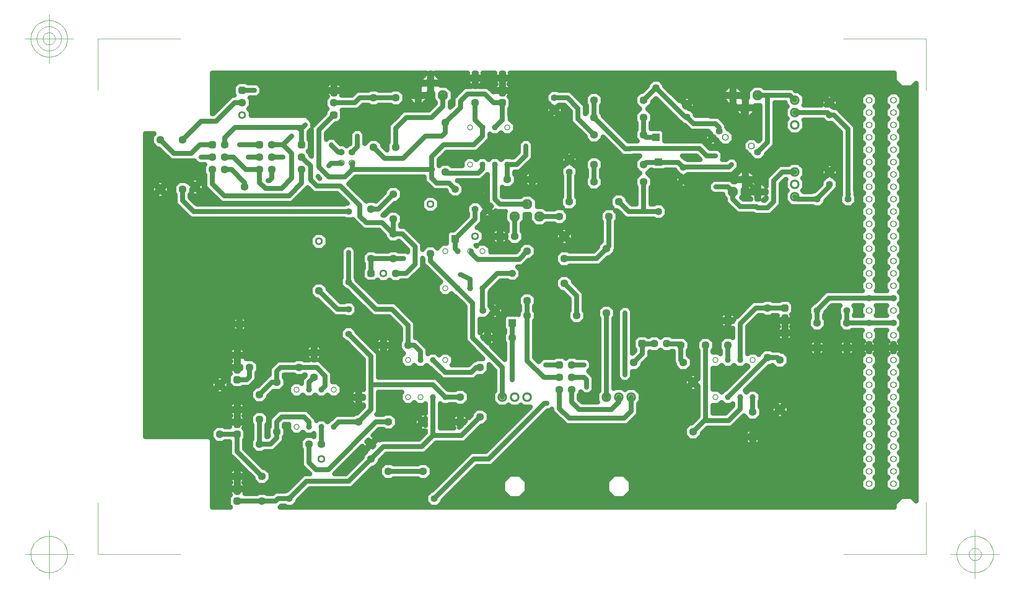
<source format=gbr>
G04 Generated by Ultiboard 10.0 *
%FSLAX25Y25*%
%MOIN*%

%ADD14C,0.04000*%
%ADD24C,0.02000*%
%ADD22C,0.00394*%
%ADD28C,0.03937X0.02362*%
%ADD31C,0.08334X0.04333*%
%ADD30C,0.05500X0.04000*%
%ADD29C,0.06334X0.03500*%
%ADD37R,0.05906X0.05906X0.03543*%
%ADD36C,0.05906X0.03543*%
%ADD33C,0.04900X0.03500*%
%ADD41C,0.05337X0.03937*%
%ADD34C,0.05512X0.03150*%
%ADD38R,0.02083X0.02083X0.03917*%
%ADD18C,0.03917*%
%ADD40C,0.07834X0.04667*%


G04 ColorRGB 0000FF for the following layer *
%LNCopper Bottom*%
%LPD*%
%FSLAX25Y25*%
%MOIN*%
G54D14*
X482593Y339857D02*
X484617Y337833D01*
X484617Y337833D02*
X487154Y337833D01*
X487154Y337833D02*
X487154Y339857D01*
X487154Y339857D02*
X488846Y339857D01*
X488846Y339857D02*
X488846Y337833D01*
X488846Y337833D02*
X491383Y337833D01*
X491383Y337833D02*
X493407Y339857D01*
X493407Y339857D02*
X500000Y339857D01*
X500000Y339857D02*
X500000Y332485D01*
X500000Y332485D02*
X473000Y332485D01*
X473000Y332485D02*
X469485Y336000D01*
X469485Y336000D02*
X469485Y336000D01*
X469485Y336000D02*
X466485Y339000D01*
X466485Y339000D02*
X460000Y339000D01*
X460000Y339000D02*
X460000Y339857D01*
X460000Y339857D02*
X482593Y339857D01*
G36*
X482593Y339857D02*
X484617Y337833D01*
X487154Y337833D01*
X487154Y339857D01*
X488846Y339857D01*
X488846Y337833D01*
X491383Y337833D01*
X493407Y339857D01*
X500000Y339857D01*
X500000Y332485D01*
X473000Y332485D01*
X469485Y336000D01*
X469485Y336000D01*
X466485Y339000D01*
X460000Y339000D01*
X460000Y339857D01*
X482593Y339857D01*
G37*
X482593Y339857D02*
X484617Y337833D01*
X484617Y337833D02*
X487154Y337833D01*
X487154Y337833D02*
X487154Y339857D01*
X487154Y339857D02*
X488846Y339857D01*
X488846Y339857D02*
X488846Y337833D01*
X488846Y337833D02*
X491383Y337833D01*
X491383Y337833D02*
X493407Y339857D01*
X493407Y339857D02*
X500000Y339857D01*
X500000Y339857D02*
X500000Y332485D01*
X500000Y332485D02*
X473000Y332485D01*
X473000Y332485D02*
X469485Y336000D01*
X469485Y336000D02*
X469485Y336000D01*
X469485Y336000D02*
X466485Y339000D01*
X466485Y339000D02*
X460000Y339000D01*
X460000Y339000D02*
X460000Y339857D01*
X460000Y339857D02*
X482593Y339857D01*
X495515Y303250D02*
X500796Y303250D01*
X500796Y303250D02*
X504750Y307204D01*
X504750Y307204D02*
X504750Y308265D01*
X504750Y308265D02*
X512000Y315515D01*
X512000Y315515D02*
X512000Y332485D01*
X512000Y332485D02*
X518000Y332485D01*
X518000Y332485D02*
X518000Y302472D01*
X518000Y302472D02*
X495515Y302472D01*
X495515Y302472D02*
X495515Y303250D01*
G36*
X495515Y303250D02*
X500796Y303250D01*
X504750Y307204D01*
X504750Y308265D01*
X512000Y315515D01*
X512000Y332485D01*
X518000Y332485D01*
X518000Y302472D01*
X495515Y302472D01*
X495515Y303250D01*
G37*
X495515Y303250D02*
X500796Y303250D01*
X500796Y303250D02*
X504750Y307204D01*
X504750Y307204D02*
X504750Y308265D01*
X504750Y308265D02*
X512000Y315515D01*
X512000Y315515D02*
X512000Y332485D01*
X512000Y332485D02*
X518000Y332485D01*
X518000Y332485D02*
X518000Y302472D01*
X518000Y302472D02*
X495515Y302472D01*
X495515Y302472D02*
X495515Y303250D01*
X496167Y291383D02*
X491383Y296167D01*
X491383Y296167D02*
X488846Y296167D01*
X488846Y296167D02*
X488846Y291383D01*
X488846Y291383D02*
X487154Y291383D01*
X487154Y291383D02*
X487154Y296167D01*
X487154Y296167D02*
X484617Y296167D01*
X484617Y296167D02*
X484617Y302472D01*
X484617Y302472D02*
X518000Y302472D01*
X518000Y302472D02*
X518000Y300000D01*
X518000Y300000D02*
X515515Y300000D01*
X515515Y300000D02*
X506898Y291383D01*
X506898Y291383D02*
X496167Y291383D01*
G36*
X496167Y291383D02*
X491383Y296167D01*
X488846Y296167D01*
X488846Y291383D01*
X487154Y291383D01*
X487154Y296167D01*
X484617Y296167D01*
X484617Y302472D01*
X518000Y302472D01*
X518000Y300000D01*
X515515Y300000D01*
X506898Y291383D01*
X496167Y291383D01*
G37*
X496167Y291383D02*
X491383Y296167D01*
X491383Y296167D02*
X488846Y296167D01*
X488846Y296167D02*
X488846Y291383D01*
X488846Y291383D02*
X487154Y291383D01*
X487154Y291383D02*
X487154Y296167D01*
X487154Y296167D02*
X484617Y296167D01*
X484617Y296167D02*
X484617Y302472D01*
X484617Y302472D02*
X518000Y302472D01*
X518000Y302472D02*
X518000Y300000D01*
X518000Y300000D02*
X515515Y300000D01*
X515515Y300000D02*
X506898Y291383D01*
X506898Y291383D02*
X496167Y291383D01*
X488846Y291383D02*
X488846Y288846D01*
X488846Y288846D02*
X496167Y288846D01*
X496167Y288846D02*
X496167Y291383D01*
X496167Y291383D02*
X506898Y291383D01*
X506898Y291383D02*
X505000Y289485D01*
X505000Y289485D02*
X505000Y282714D01*
X505000Y282714D02*
X504836Y282714D01*
X504836Y282714D02*
X501383Y286167D01*
X501383Y286167D02*
X498846Y286167D01*
X498846Y286167D02*
X498846Y282714D01*
X498846Y282714D02*
X497154Y282714D01*
X497154Y282714D02*
X497154Y286167D01*
X497154Y286167D02*
X496167Y286167D01*
X496167Y286167D02*
X496167Y287154D01*
X496167Y287154D02*
X488846Y287154D01*
X488846Y287154D02*
X488846Y282714D01*
X488846Y282714D02*
X487154Y282714D01*
X487154Y282714D02*
X487154Y287154D01*
X487154Y287154D02*
X484617Y287154D01*
X484617Y287154D02*
X484617Y288846D01*
X484617Y288846D02*
X487154Y288846D01*
X487154Y288846D02*
X487154Y291383D01*
X487154Y291383D02*
X488846Y291383D01*
G36*
X488846Y291383D02*
X488846Y288846D01*
X496167Y288846D01*
X496167Y291383D01*
X506898Y291383D01*
X505000Y289485D01*
X505000Y282714D01*
X504836Y282714D01*
X501383Y286167D01*
X498846Y286167D01*
X498846Y282714D01*
X497154Y282714D01*
X497154Y286167D01*
X496167Y286167D01*
X496167Y287154D01*
X488846Y287154D01*
X488846Y282714D01*
X487154Y282714D01*
X487154Y287154D01*
X484617Y287154D01*
X484617Y288846D01*
X487154Y288846D01*
X487154Y291383D01*
X488846Y291383D01*
G37*
X488846Y291383D02*
X488846Y288846D01*
X488846Y288846D02*
X496167Y288846D01*
X496167Y288846D02*
X496167Y291383D01*
X496167Y291383D02*
X506898Y291383D01*
X506898Y291383D02*
X505000Y289485D01*
X505000Y289485D02*
X505000Y282714D01*
X505000Y282714D02*
X504836Y282714D01*
X504836Y282714D02*
X501383Y286167D01*
X501383Y286167D02*
X498846Y286167D01*
X498846Y286167D02*
X498846Y282714D01*
X498846Y282714D02*
X497154Y282714D01*
X497154Y282714D02*
X497154Y286167D01*
X497154Y286167D02*
X496167Y286167D01*
X496167Y286167D02*
X496167Y287154D01*
X496167Y287154D02*
X488846Y287154D01*
X488846Y287154D02*
X488846Y282714D01*
X488846Y282714D02*
X487154Y282714D01*
X487154Y282714D02*
X487154Y287154D01*
X487154Y287154D02*
X484617Y287154D01*
X484617Y287154D02*
X484617Y288846D01*
X484617Y288846D02*
X487154Y288846D01*
X487154Y288846D02*
X487154Y291383D01*
X487154Y291383D02*
X488846Y291383D01*
X498530Y319016D02*
X495796Y321750D01*
X495796Y321750D02*
X495515Y321750D01*
X495515Y321750D02*
X495515Y332485D01*
X495515Y332485D02*
X500000Y332485D01*
X500000Y332485D02*
X500000Y320485D01*
X500000Y320485D02*
X498530Y319016D01*
G36*
X498530Y319016D02*
X495796Y321750D01*
X495515Y321750D01*
X495515Y332485D01*
X500000Y332485D01*
X500000Y320485D01*
X498530Y319016D01*
G37*
X498530Y319016D02*
X495796Y321750D01*
X495796Y321750D02*
X495515Y321750D01*
X495515Y321750D02*
X495515Y332485D01*
X495515Y332485D02*
X500000Y332485D01*
X500000Y332485D02*
X500000Y320485D01*
X500000Y320485D02*
X498530Y319016D01*
X486167Y279833D02*
X487154Y279833D01*
X487154Y279833D02*
X487154Y282714D01*
X487154Y282714D02*
X488846Y282714D01*
X488846Y282714D02*
X488846Y279833D01*
X488846Y279833D02*
X489833Y279833D01*
X489833Y279833D02*
X489833Y278846D01*
X489833Y278846D02*
X497154Y278846D01*
X497154Y278846D02*
X497154Y282714D01*
X497154Y282714D02*
X498846Y282714D01*
X498846Y282714D02*
X498846Y278846D01*
X498846Y278846D02*
X501383Y278846D01*
X501383Y278846D02*
X501383Y277154D01*
X501383Y277154D02*
X498846Y277154D01*
X498846Y277154D02*
X498846Y274617D01*
X498846Y274617D02*
X497154Y274617D01*
X497154Y274617D02*
X497154Y277154D01*
X497154Y277154D02*
X489833Y277154D01*
X489833Y277154D02*
X489833Y274617D01*
X489833Y274617D02*
X486167Y274617D01*
X486167Y274617D02*
X486167Y279833D01*
G36*
X486167Y279833D02*
X487154Y279833D01*
X487154Y282714D01*
X488846Y282714D01*
X488846Y279833D01*
X489833Y279833D01*
X489833Y278846D01*
X497154Y278846D01*
X497154Y282714D01*
X498846Y282714D01*
X498846Y278846D01*
X501383Y278846D01*
X501383Y277154D01*
X498846Y277154D01*
X498846Y274617D01*
X497154Y274617D01*
X497154Y277154D01*
X489833Y277154D01*
X489833Y274617D01*
X486167Y274617D01*
X486167Y279833D01*
G37*
X486167Y279833D02*
X487154Y279833D01*
X487154Y279833D02*
X487154Y282714D01*
X487154Y282714D02*
X488846Y282714D01*
X488846Y282714D02*
X488846Y279833D01*
X488846Y279833D02*
X489833Y279833D01*
X489833Y279833D02*
X489833Y278846D01*
X489833Y278846D02*
X497154Y278846D01*
X497154Y278846D02*
X497154Y282714D01*
X497154Y282714D02*
X498846Y282714D01*
X498846Y282714D02*
X498846Y278846D01*
X498846Y278846D02*
X501383Y278846D01*
X501383Y278846D02*
X501383Y277154D01*
X501383Y277154D02*
X498846Y277154D01*
X498846Y277154D02*
X498846Y274617D01*
X498846Y274617D02*
X497154Y274617D01*
X497154Y274617D02*
X497154Y277154D01*
X497154Y277154D02*
X489833Y277154D01*
X489833Y277154D02*
X489833Y274617D01*
X489833Y274617D02*
X486167Y274617D01*
X486167Y274617D02*
X486167Y279833D01*
X502550Y271000D02*
X505000Y273450D01*
X505000Y273450D02*
X505000Y272485D01*
X505000Y272485D02*
X503515Y271000D01*
X503515Y271000D02*
X502550Y271000D01*
G36*
X502550Y271000D02*
X505000Y273450D01*
X505000Y272485D01*
X503515Y271000D01*
X502550Y271000D01*
G37*
X502550Y271000D02*
X505000Y273450D01*
X505000Y273450D02*
X505000Y272485D01*
X505000Y272485D02*
X503515Y271000D01*
X503515Y271000D02*
X502550Y271000D01*
X508485Y259000D02*
X512000Y262515D01*
X512000Y262515D02*
X518000Y262515D01*
X518000Y262515D02*
X518000Y225571D01*
X518000Y225571D02*
X480485Y225571D01*
X480485Y225571D02*
X480485Y261029D01*
X480485Y261029D02*
X481515Y260000D01*
X481515Y260000D02*
X494515Y260000D01*
X494515Y260000D02*
X495515Y259000D01*
X495515Y259000D02*
X508485Y259000D01*
G36*
X508485Y259000D02*
X512000Y262515D01*
X518000Y262515D01*
X518000Y225571D01*
X480485Y225571D01*
X480485Y261029D01*
X481515Y260000D01*
X494515Y260000D01*
X495515Y259000D01*
X508485Y259000D01*
G37*
X508485Y259000D02*
X512000Y262515D01*
X512000Y262515D02*
X518000Y262515D01*
X518000Y262515D02*
X518000Y225571D01*
X518000Y225571D02*
X480485Y225571D01*
X480485Y225571D02*
X480485Y261029D01*
X480485Y261029D02*
X481515Y260000D01*
X481515Y260000D02*
X494515Y260000D01*
X494515Y260000D02*
X495515Y259000D01*
X495515Y259000D02*
X508485Y259000D01*
X501383Y278846D02*
X505000Y278846D01*
X505000Y278846D02*
X505000Y277154D01*
X505000Y277154D02*
X501383Y277154D01*
X501383Y277154D02*
X501383Y278846D01*
G36*
X501383Y278846D02*
X505000Y278846D01*
X505000Y277154D01*
X501383Y277154D01*
X501383Y278846D01*
G37*
X501383Y278846D02*
X505000Y278846D01*
X505000Y278846D02*
X505000Y277154D01*
X505000Y277154D02*
X501383Y277154D01*
X501383Y277154D02*
X501383Y278846D01*
X505000Y282550D02*
X504836Y282714D01*
X504836Y282714D02*
X505000Y282714D01*
X505000Y282714D02*
X505000Y282550D01*
G36*
X505000Y282550D02*
X504836Y282714D01*
X505000Y282714D01*
X505000Y282550D01*
G37*
X505000Y282550D02*
X504836Y282714D01*
X504836Y282714D02*
X505000Y282714D01*
X505000Y282714D02*
X505000Y282550D01*
X501914Y177950D02*
X502896Y176969D01*
X502896Y176969D02*
X497954Y176969D01*
X497954Y176969D02*
X498935Y177950D01*
X498935Y177950D02*
X501914Y177950D01*
G36*
X501914Y177950D02*
X502896Y176969D01*
X497954Y176969D01*
X498935Y177950D01*
X501914Y177950D01*
G37*
X501914Y177950D02*
X502896Y176969D01*
X502896Y176969D02*
X497954Y176969D01*
X497954Y176969D02*
X498935Y177950D01*
X498935Y177950D02*
X501914Y177950D01*
X502896Y176969D02*
X503031Y176833D01*
X503031Y176833D02*
X508969Y176833D01*
X508969Y176833D02*
X509104Y176969D01*
X509104Y176969D02*
X512833Y176969D01*
X512833Y176969D02*
X512833Y174742D01*
X512833Y174742D02*
X518000Y174742D01*
X518000Y174742D02*
X518000Y173258D01*
X518000Y173258D02*
X512833Y173258D01*
X512833Y173258D02*
X512833Y171031D01*
X512833Y171031D02*
X514864Y169000D01*
X514864Y169000D02*
X514293Y168429D01*
X514293Y168429D02*
X490000Y168429D01*
X490000Y168429D02*
X490000Y169015D01*
X490000Y169015D02*
X497954Y176969D01*
X497954Y176969D02*
X502896Y176969D01*
G36*
X502896Y176969D02*
X503031Y176833D01*
X508969Y176833D01*
X509104Y176969D01*
X512833Y176969D01*
X512833Y174742D01*
X518000Y174742D01*
X518000Y173258D01*
X512833Y173258D01*
X512833Y171031D01*
X514864Y169000D01*
X514293Y168429D01*
X490000Y168429D01*
X490000Y169015D01*
X497954Y176969D01*
X502896Y176969D01*
G37*
X502896Y176969D02*
X503031Y176833D01*
X503031Y176833D02*
X508969Y176833D01*
X508969Y176833D02*
X509104Y176969D01*
X509104Y176969D02*
X512833Y176969D01*
X512833Y176969D02*
X512833Y174742D01*
X512833Y174742D02*
X518000Y174742D01*
X518000Y174742D02*
X518000Y173258D01*
X518000Y173258D02*
X512833Y173258D01*
X512833Y173258D02*
X512833Y171031D01*
X512833Y171031D02*
X514864Y169000D01*
X514864Y169000D02*
X514293Y168429D01*
X514293Y168429D02*
X490000Y168429D01*
X490000Y168429D02*
X490000Y169015D01*
X490000Y169015D02*
X497954Y176969D01*
X497954Y176969D02*
X502896Y176969D01*
X508382Y191167D02*
X503031Y191167D01*
X503031Y191167D02*
X501814Y189950D01*
X501814Y189950D02*
X493965Y189950D01*
X493965Y189950D02*
X481075Y177060D01*
X481075Y177060D02*
X476969Y181167D01*
X476969Y181167D02*
X474742Y181167D01*
X474742Y181167D02*
X474742Y176969D01*
X474742Y176969D02*
X473258Y176969D01*
X473258Y176969D02*
X473258Y181167D01*
X473258Y181167D02*
X471031Y181167D01*
X471031Y181167D02*
X471031Y225571D01*
X471031Y225571D02*
X508382Y225571D01*
X508382Y225571D02*
X508382Y191167D01*
G36*
X508382Y191167D02*
X503031Y191167D01*
X501814Y189950D01*
X493965Y189950D01*
X481075Y177060D01*
X476969Y181167D01*
X474742Y181167D01*
X474742Y176969D01*
X473258Y176969D01*
X473258Y181167D01*
X471031Y181167D01*
X471031Y225571D01*
X508382Y225571D01*
X508382Y191167D01*
G37*
X508382Y191167D02*
X503031Y191167D01*
X503031Y191167D02*
X501814Y189950D01*
X501814Y189950D02*
X493965Y189950D01*
X493965Y189950D02*
X481075Y177060D01*
X481075Y177060D02*
X476969Y181167D01*
X476969Y181167D02*
X474742Y181167D01*
X474742Y181167D02*
X474742Y176969D01*
X474742Y176969D02*
X473258Y176969D01*
X473258Y176969D02*
X473258Y181167D01*
X473258Y181167D02*
X471031Y181167D01*
X471031Y181167D02*
X471031Y225571D01*
X471031Y225571D02*
X508382Y225571D01*
X508382Y225571D02*
X508382Y191167D01*
X514293Y168429D02*
X512833Y166969D01*
X512833Y166969D02*
X512833Y164742D01*
X512833Y164742D02*
X518000Y164742D01*
X518000Y164742D02*
X518000Y163258D01*
X518000Y163258D02*
X512833Y163258D01*
X512833Y163258D02*
X512833Y161031D01*
X512833Y161031D02*
X517031Y156833D01*
X517031Y156833D02*
X518000Y156833D01*
X518000Y156833D02*
X518000Y156485D01*
X518000Y156485D02*
X490000Y156485D01*
X490000Y156485D02*
X490000Y168429D01*
X490000Y168429D02*
X514293Y168429D01*
G36*
X514293Y168429D02*
X512833Y166969D01*
X512833Y164742D01*
X518000Y164742D01*
X518000Y163258D01*
X512833Y163258D01*
X512833Y161031D01*
X517031Y156833D01*
X518000Y156833D01*
X518000Y156485D01*
X490000Y156485D01*
X490000Y168429D01*
X514293Y168429D01*
G37*
X514293Y168429D02*
X512833Y166969D01*
X512833Y166969D02*
X512833Y164742D01*
X512833Y164742D02*
X518000Y164742D01*
X518000Y164742D02*
X518000Y163258D01*
X518000Y163258D02*
X512833Y163258D01*
X512833Y163258D02*
X512833Y161031D01*
X512833Y161031D02*
X517031Y156833D01*
X517031Y156833D02*
X518000Y156833D01*
X518000Y156833D02*
X518000Y156485D01*
X518000Y156485D02*
X490000Y156485D01*
X490000Y156485D02*
X490000Y168429D01*
X490000Y168429D02*
X514293Y168429D01*
X510136Y150000D02*
X508969Y151167D01*
X508969Y151167D02*
X503031Y151167D01*
X503031Y151167D02*
X498833Y146969D01*
X498833Y146969D02*
X498833Y146289D01*
X498833Y146289D02*
X496672Y148450D01*
X496672Y148450D02*
X491328Y148450D01*
X491328Y148450D02*
X490000Y147122D01*
X490000Y147122D02*
X490000Y156485D01*
X490000Y156485D02*
X518000Y156485D01*
X518000Y156485D02*
X518000Y149167D01*
X518000Y149167D02*
X517318Y149167D01*
X517318Y149167D02*
X516485Y150000D01*
X516485Y150000D02*
X510136Y150000D01*
G36*
X510136Y150000D02*
X508969Y151167D01*
X503031Y151167D01*
X498833Y146969D01*
X498833Y146289D01*
X496672Y148450D01*
X491328Y148450D01*
X490000Y147122D01*
X490000Y156485D01*
X518000Y156485D01*
X518000Y149167D01*
X517318Y149167D01*
X516485Y150000D01*
X510136Y150000D01*
G37*
X510136Y150000D02*
X508969Y151167D01*
X508969Y151167D02*
X503031Y151167D01*
X503031Y151167D02*
X498833Y146969D01*
X498833Y146969D02*
X498833Y146289D01*
X498833Y146289D02*
X496672Y148450D01*
X496672Y148450D02*
X491328Y148450D01*
X491328Y148450D02*
X490000Y147122D01*
X490000Y147122D02*
X490000Y156485D01*
X490000Y156485D02*
X518000Y156485D01*
X518000Y156485D02*
X518000Y149167D01*
X518000Y149167D02*
X517318Y149167D01*
X517318Y149167D02*
X516485Y150000D01*
X516485Y150000D02*
X510136Y150000D01*
X507318Y136833D02*
X508969Y136833D01*
X508969Y136833D02*
X510000Y137864D01*
X510000Y137864D02*
X513031Y134833D01*
X513031Y134833D02*
X518000Y134833D01*
X518000Y134833D02*
X518000Y111286D01*
X518000Y111286D02*
X500450Y111286D01*
X500450Y111286D02*
X500450Y114672D01*
X500450Y114672D02*
X496672Y118450D01*
X496672Y118450D02*
X491328Y118450D01*
X491328Y118450D02*
X489000Y116122D01*
X489000Y116122D02*
X487803Y117318D01*
X487803Y117318D02*
X507318Y136833D01*
G36*
X507318Y136833D02*
X508969Y136833D01*
X510000Y137864D01*
X513031Y134833D01*
X518000Y134833D01*
X518000Y111286D01*
X500450Y111286D01*
X500450Y114672D01*
X496672Y118450D01*
X491328Y118450D01*
X489000Y116122D01*
X487803Y117318D01*
X507318Y136833D01*
G37*
X507318Y136833D02*
X508969Y136833D01*
X508969Y136833D02*
X510000Y137864D01*
X510000Y137864D02*
X513031Y134833D01*
X513031Y134833D02*
X518000Y134833D01*
X518000Y134833D02*
X518000Y111286D01*
X518000Y111286D02*
X500450Y111286D01*
X500450Y111286D02*
X500450Y114672D01*
X500450Y114672D02*
X496672Y118450D01*
X496672Y118450D02*
X491328Y118450D01*
X491328Y118450D02*
X489000Y116122D01*
X489000Y116122D02*
X487803Y117318D01*
X487803Y117318D02*
X507318Y136833D01*
X501167Y102000D02*
X501167Y102969D01*
X501167Y102969D02*
X500000Y104136D01*
X500000Y104136D02*
X500000Y108878D01*
X500000Y108878D02*
X500450Y109328D01*
X500450Y109328D02*
X500450Y111286D01*
X500450Y111286D02*
X518000Y111286D01*
X518000Y111286D02*
X518000Y109167D01*
X518000Y109167D02*
X513031Y109167D01*
X513031Y109167D02*
X511457Y107593D01*
X511457Y107593D02*
X516000Y103050D01*
X516000Y103050D02*
X518000Y105050D01*
X518000Y105050D02*
X518000Y102950D01*
X518000Y102950D02*
X517050Y102000D01*
X517050Y102000D02*
X514950Y102000D01*
X514950Y102000D02*
X510407Y106543D01*
X510407Y106543D02*
X508833Y104969D01*
X508833Y104969D02*
X508833Y102000D01*
X508833Y102000D02*
X501167Y102000D01*
G36*
X501167Y102000D02*
X501167Y102969D01*
X500000Y104136D01*
X500000Y108878D01*
X500450Y109328D01*
X500450Y111286D01*
X518000Y111286D01*
X518000Y109167D01*
X513031Y109167D01*
X511457Y107593D01*
X516000Y103050D01*
X518000Y105050D01*
X518000Y102950D01*
X517050Y102000D01*
X514950Y102000D01*
X510407Y106543D01*
X508833Y104969D01*
X508833Y102000D01*
X501167Y102000D01*
G37*
X501167Y102000D02*
X501167Y102969D01*
X501167Y102969D02*
X500000Y104136D01*
X500000Y104136D02*
X500000Y108878D01*
X500000Y108878D02*
X500450Y109328D01*
X500450Y109328D02*
X500450Y111286D01*
X500450Y111286D02*
X518000Y111286D01*
X518000Y111286D02*
X518000Y109167D01*
X518000Y109167D02*
X513031Y109167D01*
X513031Y109167D02*
X511457Y107593D01*
X511457Y107593D02*
X516000Y103050D01*
X516000Y103050D02*
X518000Y105050D01*
X518000Y105050D02*
X518000Y102950D01*
X518000Y102950D02*
X517050Y102000D01*
X517050Y102000D02*
X514950Y102000D01*
X514950Y102000D02*
X510407Y106543D01*
X510407Y106543D02*
X508833Y104969D01*
X508833Y104969D02*
X508833Y102000D01*
X508833Y102000D02*
X501167Y102000D01*
X496969Y80742D02*
X501167Y80742D01*
X501167Y80742D02*
X501167Y82969D01*
X501167Y82969D02*
X496969Y87167D01*
X496969Y87167D02*
X496969Y92833D01*
X496969Y92833D02*
X501167Y97031D01*
X501167Y97031D02*
X501167Y102000D01*
X501167Y102000D02*
X508833Y102000D01*
X508833Y102000D02*
X508833Y99031D01*
X508833Y99031D02*
X510407Y97457D01*
X510407Y97457D02*
X514950Y102000D01*
X514950Y102000D02*
X517050Y102000D01*
X517050Y102000D02*
X518000Y101050D01*
X518000Y101050D02*
X518000Y98950D01*
X518000Y98950D02*
X516000Y100950D01*
X516000Y100950D02*
X511457Y96407D01*
X511457Y96407D02*
X513031Y94833D01*
X513031Y94833D02*
X518000Y94833D01*
X518000Y94833D02*
X518000Y77031D01*
X518000Y77031D02*
X501167Y77031D01*
X501167Y77031D02*
X501167Y79258D01*
X501167Y79258D02*
X496969Y79258D01*
X496969Y79258D02*
X496969Y80742D01*
G36*
X496969Y80742D02*
X501167Y80742D01*
X501167Y82969D01*
X496969Y87167D01*
X496969Y92833D01*
X501167Y97031D01*
X501167Y102000D01*
X508833Y102000D01*
X508833Y99031D01*
X510407Y97457D01*
X514950Y102000D01*
X517050Y102000D01*
X518000Y101050D01*
X518000Y98950D01*
X516000Y100950D01*
X511457Y96407D01*
X513031Y94833D01*
X518000Y94833D01*
X518000Y77031D01*
X501167Y77031D01*
X501167Y79258D01*
X496969Y79258D01*
X496969Y80742D01*
G37*
X496969Y80742D02*
X501167Y80742D01*
X501167Y80742D02*
X501167Y82969D01*
X501167Y82969D02*
X496969Y87167D01*
X496969Y87167D02*
X496969Y92833D01*
X496969Y92833D02*
X501167Y97031D01*
X501167Y97031D02*
X501167Y102000D01*
X501167Y102000D02*
X508833Y102000D01*
X508833Y102000D02*
X508833Y99031D01*
X508833Y99031D02*
X510407Y97457D01*
X510407Y97457D02*
X514950Y102000D01*
X514950Y102000D02*
X517050Y102000D01*
X517050Y102000D02*
X518000Y101050D01*
X518000Y101050D02*
X518000Y98950D01*
X518000Y98950D02*
X516000Y100950D01*
X516000Y100950D02*
X511457Y96407D01*
X511457Y96407D02*
X513031Y94833D01*
X513031Y94833D02*
X518000Y94833D01*
X518000Y94833D02*
X518000Y77031D01*
X518000Y77031D02*
X501167Y77031D01*
X501167Y77031D02*
X501167Y79258D01*
X501167Y79258D02*
X496969Y79258D01*
X496969Y79258D02*
X496969Y80742D01*
X486833Y77031D02*
X491031Y72833D01*
X491031Y72833D02*
X493258Y72833D01*
X493258Y72833D02*
X493258Y77031D01*
X493258Y77031D02*
X494742Y77031D01*
X494742Y77031D02*
X494742Y72833D01*
X494742Y72833D02*
X496969Y72833D01*
X496969Y72833D02*
X501167Y77031D01*
X501167Y77031D02*
X518000Y77031D01*
X518000Y77031D02*
X518000Y54143D01*
X518000Y54143D02*
X472015Y54143D01*
X472015Y54143D02*
X472015Y77031D01*
X472015Y77031D02*
X486833Y77031D01*
G36*
X486833Y77031D02*
X491031Y72833D01*
X493258Y72833D01*
X493258Y77031D01*
X494742Y77031D01*
X494742Y72833D01*
X496969Y72833D01*
X501167Y77031D01*
X518000Y77031D01*
X518000Y54143D01*
X472015Y54143D01*
X472015Y77031D01*
X486833Y77031D01*
G37*
X486833Y77031D02*
X491031Y72833D01*
X491031Y72833D02*
X493258Y72833D01*
X493258Y72833D02*
X493258Y77031D01*
X493258Y77031D02*
X494742Y77031D01*
X494742Y77031D02*
X494742Y72833D01*
X494742Y72833D02*
X496969Y72833D01*
X496969Y72833D02*
X501167Y77031D01*
X501167Y77031D02*
X518000Y77031D01*
X518000Y77031D02*
X518000Y54143D01*
X518000Y54143D02*
X472015Y54143D01*
X472015Y54143D02*
X472015Y77031D01*
X472015Y77031D02*
X486833Y77031D01*
X518000Y23000D02*
X460000Y23000D01*
X460000Y23000D02*
X460000Y54143D01*
X460000Y54143D02*
X518000Y54143D01*
X518000Y54143D02*
X518000Y23000D01*
G36*
X518000Y23000D02*
X460000Y23000D01*
X460000Y54143D01*
X518000Y54143D01*
X518000Y23000D01*
G37*
X518000Y23000D02*
X460000Y23000D01*
X460000Y23000D02*
X460000Y54143D01*
X460000Y54143D02*
X518000Y54143D01*
X518000Y54143D02*
X518000Y23000D01*
X481383Y374000D02*
X500554Y374000D01*
X500554Y374000D02*
X500554Y364167D01*
X500554Y364167D02*
X494617Y364167D01*
X494617Y364167D02*
X489833Y359383D01*
X489833Y359383D02*
X489833Y354167D01*
X489833Y354167D02*
X488846Y354167D01*
X488846Y354167D02*
X488846Y349383D01*
X488846Y349383D02*
X487154Y349383D01*
X487154Y349383D02*
X487154Y354167D01*
X487154Y354167D02*
X486167Y354167D01*
X486167Y354167D02*
X486167Y355154D01*
X486167Y355154D02*
X481383Y355154D01*
X481383Y355154D02*
X481383Y356846D01*
X481383Y356846D02*
X486167Y356846D01*
X486167Y356846D02*
X486167Y359383D01*
X486167Y359383D02*
X481383Y364167D01*
X481383Y364167D02*
X481383Y374000D01*
G36*
X481383Y374000D02*
X500554Y374000D01*
X500554Y364167D01*
X494617Y364167D01*
X489833Y359383D01*
X489833Y354167D01*
X488846Y354167D01*
X488846Y349383D01*
X487154Y349383D01*
X487154Y354167D01*
X486167Y354167D01*
X486167Y355154D01*
X481383Y355154D01*
X481383Y356846D01*
X486167Y356846D01*
X486167Y359383D01*
X481383Y364167D01*
X481383Y374000D01*
G37*
X481383Y374000D02*
X500554Y374000D01*
X500554Y374000D02*
X500554Y364167D01*
X500554Y364167D02*
X494617Y364167D01*
X494617Y364167D02*
X489833Y359383D01*
X489833Y359383D02*
X489833Y354167D01*
X489833Y354167D02*
X488846Y354167D01*
X488846Y354167D02*
X488846Y349383D01*
X488846Y349383D02*
X487154Y349383D01*
X487154Y349383D02*
X487154Y354167D01*
X487154Y354167D02*
X486167Y354167D01*
X486167Y354167D02*
X486167Y355154D01*
X486167Y355154D02*
X481383Y355154D01*
X481383Y355154D02*
X481383Y356846D01*
X481383Y356846D02*
X486167Y356846D01*
X486167Y356846D02*
X486167Y359383D01*
X486167Y359383D02*
X481383Y364167D01*
X481383Y364167D02*
X481383Y374000D01*
X488846Y349383D02*
X488846Y346846D01*
X488846Y346846D02*
X496167Y346846D01*
X496167Y346846D02*
X496167Y347833D01*
X496167Y347833D02*
X500000Y347833D01*
X500000Y347833D02*
X500000Y339857D01*
X500000Y339857D02*
X493407Y339857D01*
X493407Y339857D02*
X496167Y342617D01*
X496167Y342617D02*
X496167Y345154D01*
X496167Y345154D02*
X488846Y345154D01*
X488846Y345154D02*
X488846Y339857D01*
X488846Y339857D02*
X487154Y339857D01*
X487154Y339857D02*
X487154Y345154D01*
X487154Y345154D02*
X481383Y345154D01*
X481383Y345154D02*
X481383Y346846D01*
X481383Y346846D02*
X487154Y346846D01*
X487154Y346846D02*
X487154Y349383D01*
X487154Y349383D02*
X488846Y349383D01*
G36*
X488846Y349383D02*
X488846Y346846D01*
X496167Y346846D01*
X496167Y347833D01*
X500000Y347833D01*
X500000Y339857D01*
X493407Y339857D01*
X496167Y342617D01*
X496167Y345154D01*
X488846Y345154D01*
X488846Y339857D01*
X487154Y339857D01*
X487154Y345154D01*
X481383Y345154D01*
X481383Y346846D01*
X487154Y346846D01*
X487154Y349383D01*
X488846Y349383D01*
G37*
X488846Y349383D02*
X488846Y346846D01*
X488846Y346846D02*
X496167Y346846D01*
X496167Y346846D02*
X496167Y347833D01*
X496167Y347833D02*
X500000Y347833D01*
X500000Y347833D02*
X500000Y339857D01*
X500000Y339857D02*
X493407Y339857D01*
X493407Y339857D02*
X496167Y342617D01*
X496167Y342617D02*
X496167Y345154D01*
X496167Y345154D02*
X488846Y345154D01*
X488846Y345154D02*
X488846Y339857D01*
X488846Y339857D02*
X487154Y339857D01*
X487154Y339857D02*
X487154Y345154D01*
X487154Y345154D02*
X481383Y345154D01*
X481383Y345154D02*
X481383Y346846D01*
X481383Y346846D02*
X487154Y346846D01*
X487154Y346846D02*
X487154Y349383D01*
X487154Y349383D02*
X488846Y349383D01*
X500554Y374000D02*
X518000Y374000D01*
X518000Y374000D02*
X518000Y362000D01*
X518000Y362000D02*
X503550Y362000D01*
X503550Y362000D02*
X501383Y364167D01*
X501383Y364167D02*
X500554Y364167D01*
X500554Y364167D02*
X500554Y374000D01*
G36*
X500554Y374000D02*
X518000Y374000D01*
X518000Y362000D01*
X503550Y362000D01*
X501383Y364167D01*
X500554Y364167D01*
X500554Y374000D01*
G37*
X500554Y374000D02*
X518000Y374000D01*
X518000Y374000D02*
X518000Y362000D01*
X518000Y362000D02*
X503550Y362000D01*
X503550Y362000D02*
X501383Y364167D01*
X501383Y364167D02*
X500554Y364167D01*
X500554Y364167D02*
X500554Y374000D01*
X268382Y306450D02*
X263328Y306450D01*
X263328Y306450D02*
X259550Y302672D01*
X259550Y302672D02*
X259550Y299000D01*
X259550Y299000D02*
X251136Y299000D01*
X251136Y299000D02*
X248969Y301167D01*
X248969Y301167D02*
X244515Y301167D01*
X244515Y301167D02*
X244515Y307529D01*
X244515Y307529D02*
X246985Y310000D01*
X246985Y310000D02*
X268382Y310000D01*
X268382Y310000D02*
X268382Y306450D01*
G36*
X268382Y306450D02*
X263328Y306450D01*
X259550Y302672D01*
X259550Y299000D01*
X251136Y299000D01*
X248969Y301167D01*
X244515Y301167D01*
X244515Y307529D01*
X246985Y310000D01*
X268382Y310000D01*
X268382Y306450D01*
G37*
X268382Y306450D02*
X263328Y306450D01*
X263328Y306450D02*
X259550Y302672D01*
X259550Y302672D02*
X259550Y299000D01*
X259550Y299000D02*
X251136Y299000D01*
X251136Y299000D02*
X248969Y301167D01*
X248969Y301167D02*
X244515Y301167D01*
X244515Y301167D02*
X244515Y307529D01*
X244515Y307529D02*
X246985Y310000D01*
X246985Y310000D02*
X268382Y310000D01*
X268382Y310000D02*
X268382Y306450D01*
X260953Y282714D02*
X260953Y282880D01*
X260953Y282880D02*
X256880Y286953D01*
X256880Y286953D02*
X255533Y286953D01*
X255533Y286953D02*
X255485Y287000D01*
X255485Y287000D02*
X274985Y287000D01*
X274985Y287000D02*
X280000Y292015D01*
X280000Y292015D02*
X280000Y282714D01*
X280000Y282714D02*
X279382Y282714D01*
X279382Y282714D02*
X279382Y285969D01*
X279382Y285969D02*
X277528Y285969D01*
X277528Y285969D02*
X274274Y282714D01*
X274274Y282714D02*
X260953Y282714D01*
G36*
X260953Y282714D02*
X260953Y282880D01*
X256880Y286953D01*
X255533Y286953D01*
X255485Y287000D01*
X274985Y287000D01*
X280000Y292015D01*
X280000Y282714D01*
X279382Y282714D01*
X279382Y285969D01*
X277528Y285969D01*
X274274Y282714D01*
X260953Y282714D01*
G37*
X260953Y282714D02*
X260953Y282880D01*
X260953Y282880D02*
X256880Y286953D01*
X256880Y286953D02*
X255533Y286953D01*
X255533Y286953D02*
X255485Y287000D01*
X255485Y287000D02*
X274985Y287000D01*
X274985Y287000D02*
X280000Y292015D01*
X280000Y292015D02*
X280000Y282714D01*
X280000Y282714D02*
X279382Y282714D01*
X279382Y282714D02*
X279382Y285969D01*
X279382Y285969D02*
X277528Y285969D01*
X277528Y285969D02*
X274274Y282714D01*
X274274Y282714D02*
X260953Y282714D01*
X247047Y277528D02*
X247047Y277120D01*
X247047Y277120D02*
X251120Y273047D01*
X251120Y273047D02*
X256880Y273047D01*
X256880Y273047D02*
X260953Y277120D01*
X260953Y277120D02*
X260953Y277528D01*
X260953Y277528D02*
X274031Y277528D01*
X274031Y277528D02*
X277528Y274031D01*
X277528Y274031D02*
X279382Y274031D01*
X279382Y274031D02*
X279382Y277528D01*
X279382Y277528D02*
X280000Y277528D01*
X280000Y277528D02*
X280000Y270756D01*
X280000Y270756D02*
X277044Y270756D01*
X277044Y270756D02*
X276670Y270382D01*
X276670Y270382D02*
X273173Y270382D01*
X273173Y270382D02*
X272798Y270756D01*
X272798Y270756D02*
X267202Y270756D01*
X267202Y270756D02*
X266827Y270382D01*
X266827Y270382D02*
X241167Y270382D01*
X241167Y270382D02*
X241167Y270969D01*
X241167Y270969D02*
X236969Y275167D01*
X236969Y275167D02*
X231031Y275167D01*
X231031Y275167D02*
X228000Y272136D01*
X228000Y272136D02*
X228000Y277528D01*
X228000Y277528D02*
X247047Y277528D01*
G36*
X247047Y277528D02*
X247047Y277120D01*
X251120Y273047D01*
X256880Y273047D01*
X260953Y277120D01*
X260953Y277528D01*
X274031Y277528D01*
X277528Y274031D01*
X279382Y274031D01*
X279382Y277528D01*
X280000Y277528D01*
X280000Y270756D01*
X277044Y270756D01*
X276670Y270382D01*
X273173Y270382D01*
X272798Y270756D01*
X267202Y270756D01*
X266827Y270382D01*
X241167Y270382D01*
X241167Y270969D01*
X236969Y275167D01*
X231031Y275167D01*
X228000Y272136D01*
X228000Y277528D01*
X247047Y277528D01*
G37*
X247047Y277528D02*
X247047Y277120D01*
X247047Y277120D02*
X251120Y273047D01*
X251120Y273047D02*
X256880Y273047D01*
X256880Y273047D02*
X260953Y277120D01*
X260953Y277120D02*
X260953Y277528D01*
X260953Y277528D02*
X274031Y277528D01*
X274031Y277528D02*
X277528Y274031D01*
X277528Y274031D02*
X279382Y274031D01*
X279382Y274031D02*
X279382Y277528D01*
X279382Y277528D02*
X280000Y277528D01*
X280000Y277528D02*
X280000Y270756D01*
X280000Y270756D02*
X277044Y270756D01*
X277044Y270756D02*
X276670Y270382D01*
X276670Y270382D02*
X273173Y270382D01*
X273173Y270382D02*
X272798Y270756D01*
X272798Y270756D02*
X267202Y270756D01*
X267202Y270756D02*
X266827Y270382D01*
X266827Y270382D02*
X241167Y270382D01*
X241167Y270382D02*
X241167Y270969D01*
X241167Y270969D02*
X236969Y275167D01*
X236969Y275167D02*
X231031Y275167D01*
X231031Y275167D02*
X228000Y272136D01*
X228000Y272136D02*
X228000Y277528D01*
X228000Y277528D02*
X247047Y277528D01*
X266827Y270382D02*
X263244Y266798D01*
X263244Y266798D02*
X263244Y261202D01*
X263244Y261202D02*
X264000Y260446D01*
X264000Y260446D02*
X264000Y258728D01*
X264000Y258728D02*
X228000Y258728D01*
X228000Y258728D02*
X228000Y263864D01*
X228000Y263864D02*
X231031Y260833D01*
X231031Y260833D02*
X236969Y260833D01*
X236969Y260833D02*
X241167Y265031D01*
X241167Y265031D02*
X241167Y270382D01*
X241167Y270382D02*
X266827Y270382D01*
G36*
X266827Y270382D02*
X263244Y266798D01*
X263244Y261202D01*
X264000Y260446D01*
X264000Y258728D01*
X228000Y258728D01*
X228000Y263864D01*
X231031Y260833D01*
X236969Y260833D01*
X241167Y265031D01*
X241167Y270382D01*
X266827Y270382D01*
G37*
X266827Y270382D02*
X263244Y266798D01*
X263244Y266798D02*
X263244Y261202D01*
X263244Y261202D02*
X264000Y260446D01*
X264000Y260446D02*
X264000Y258728D01*
X264000Y258728D02*
X228000Y258728D01*
X228000Y258728D02*
X228000Y263864D01*
X228000Y263864D02*
X231031Y260833D01*
X231031Y260833D02*
X236969Y260833D01*
X236969Y260833D02*
X241167Y265031D01*
X241167Y265031D02*
X241167Y270382D01*
X241167Y270382D02*
X266827Y270382D01*
X264000Y258485D02*
X259029Y253515D01*
X259029Y253515D02*
X228000Y253515D01*
X228000Y253515D02*
X228000Y258728D01*
X228000Y258728D02*
X264000Y258728D01*
X264000Y258728D02*
X264000Y258485D01*
G36*
X264000Y258485D02*
X259029Y253515D01*
X228000Y253515D01*
X228000Y258728D01*
X264000Y258728D01*
X264000Y258485D01*
G37*
X264000Y258485D02*
X259029Y253515D01*
X259029Y253515D02*
X228000Y253515D01*
X228000Y253515D02*
X228000Y258728D01*
X228000Y258728D02*
X264000Y258728D01*
X264000Y258728D02*
X264000Y258485D01*
X247047Y236450D02*
X243328Y236450D01*
X243328Y236450D02*
X239550Y232672D01*
X239550Y232672D02*
X239550Y232586D01*
X239550Y232586D02*
X236969Y235167D01*
X236969Y235167D02*
X231031Y235167D01*
X231031Y235167D02*
X228000Y232136D01*
X228000Y232136D02*
X228000Y253515D01*
X228000Y253515D02*
X256485Y253515D01*
X256485Y253515D02*
X256485Y250971D01*
X256485Y250971D02*
X252467Y246953D01*
X252467Y246953D02*
X249390Y246953D01*
X249390Y246953D02*
X247047Y244610D01*
X247047Y244610D02*
X247047Y236450D01*
G36*
X247047Y236450D02*
X243328Y236450D01*
X239550Y232672D01*
X239550Y232586D01*
X236969Y235167D01*
X231031Y235167D01*
X228000Y232136D01*
X228000Y253515D01*
X256485Y253515D01*
X256485Y250971D01*
X252467Y246953D01*
X249390Y246953D01*
X247047Y244610D01*
X247047Y236450D01*
G37*
X247047Y236450D02*
X243328Y236450D01*
X243328Y236450D02*
X239550Y232672D01*
X239550Y232672D02*
X239550Y232586D01*
X239550Y232586D02*
X236969Y235167D01*
X236969Y235167D02*
X231031Y235167D01*
X231031Y235167D02*
X228000Y232136D01*
X228000Y232136D02*
X228000Y253515D01*
X228000Y253515D02*
X256485Y253515D01*
X256485Y253515D02*
X256485Y250971D01*
X256485Y250971D02*
X252467Y246953D01*
X252467Y246953D02*
X249390Y246953D01*
X249390Y246953D02*
X247047Y244610D01*
X247047Y244610D02*
X247047Y236450D01*
X251000Y195878D02*
X253328Y193550D01*
X253328Y193550D02*
X253965Y193550D01*
X253965Y193550D02*
X260472Y187042D01*
X260472Y187042D02*
X260472Y168429D01*
X260472Y168429D02*
X228000Y168429D01*
X228000Y168429D02*
X228000Y202382D01*
X228000Y202382D02*
X239550Y202382D01*
X239550Y202382D02*
X239550Y197328D01*
X239550Y197328D02*
X243328Y193550D01*
X243328Y193550D02*
X248672Y193550D01*
X248672Y193550D02*
X251000Y195878D01*
G36*
X251000Y195878D02*
X253328Y193550D01*
X253965Y193550D01*
X260472Y187042D01*
X260472Y168429D01*
X228000Y168429D01*
X228000Y202382D01*
X239550Y202382D01*
X239550Y197328D01*
X243328Y193550D01*
X248672Y193550D01*
X251000Y195878D01*
G37*
X251000Y195878D02*
X253328Y193550D01*
X253328Y193550D02*
X253965Y193550D01*
X253965Y193550D02*
X260472Y187042D01*
X260472Y187042D02*
X260472Y168429D01*
X260472Y168429D02*
X228000Y168429D01*
X228000Y168429D02*
X228000Y202382D01*
X228000Y202382D02*
X239550Y202382D01*
X239550Y202382D02*
X239550Y197328D01*
X239550Y197328D02*
X243328Y193550D01*
X243328Y193550D02*
X248672Y193550D01*
X248672Y193550D02*
X251000Y195878D01*
X241000Y146122D02*
X238672Y148450D01*
X238672Y148450D02*
X238382Y148450D01*
X238382Y148450D02*
X238382Y157031D01*
X238382Y157031D02*
X248382Y157031D01*
X248382Y157031D02*
X248382Y148450D01*
X248382Y148450D02*
X243328Y148450D01*
X243328Y148450D02*
X241000Y146122D01*
G36*
X241000Y146122D02*
X238672Y148450D01*
X238382Y148450D01*
X238382Y157031D01*
X248382Y157031D01*
X248382Y148450D01*
X243328Y148450D01*
X241000Y146122D01*
G37*
X241000Y146122D02*
X238672Y148450D01*
X238672Y148450D02*
X238382Y148450D01*
X238382Y148450D02*
X238382Y157031D01*
X238382Y157031D02*
X248382Y157031D01*
X248382Y157031D02*
X248382Y148450D01*
X248382Y148450D02*
X243328Y148450D01*
X243328Y148450D02*
X241000Y146122D01*
X251122Y138000D02*
X252450Y139328D01*
X252450Y139328D02*
X252450Y144672D01*
X252450Y144672D02*
X248672Y148450D01*
X248672Y148450D02*
X248382Y148450D01*
X248382Y148450D02*
X248382Y157031D01*
X248382Y157031D02*
X262483Y157031D01*
X262483Y157031D02*
X276348Y143167D01*
X276348Y143167D02*
X271031Y143167D01*
X271031Y143167D02*
X269864Y142000D01*
X269864Y142000D02*
X268515Y142000D01*
X268515Y142000D02*
X264515Y138000D01*
X264515Y138000D02*
X251122Y138000D01*
G36*
X251122Y138000D02*
X252450Y139328D01*
X252450Y144672D01*
X248672Y148450D01*
X248382Y148450D01*
X248382Y157031D01*
X262483Y157031D01*
X276348Y143167D01*
X271031Y143167D01*
X269864Y142000D01*
X268515Y142000D01*
X264515Y138000D01*
X251122Y138000D01*
G37*
X251122Y138000D02*
X252450Y139328D01*
X252450Y139328D02*
X252450Y144672D01*
X252450Y144672D02*
X248672Y148450D01*
X248672Y148450D02*
X248382Y148450D01*
X248382Y148450D02*
X248382Y157031D01*
X248382Y157031D02*
X262483Y157031D01*
X262483Y157031D02*
X276348Y143167D01*
X276348Y143167D02*
X271031Y143167D01*
X271031Y143167D02*
X269864Y142000D01*
X269864Y142000D02*
X268515Y142000D01*
X268515Y142000D02*
X264515Y138000D01*
X264515Y138000D02*
X251122Y138000D01*
X265167Y111286D02*
X265167Y114969D01*
X265167Y114969D02*
X260969Y119167D01*
X260969Y119167D02*
X255031Y119167D01*
X255031Y119167D02*
X253864Y118000D01*
X253864Y118000D02*
X249122Y118000D01*
X249122Y118000D02*
X248672Y118450D01*
X248672Y118450D02*
X248035Y118450D01*
X248035Y118450D02*
X238485Y128000D01*
X238485Y128000D02*
X228000Y128000D01*
X228000Y128000D02*
X228000Y134472D01*
X228000Y134472D02*
X235042Y134472D01*
X235042Y134472D02*
X243515Y126000D01*
X243515Y126000D02*
X269485Y126000D01*
X269485Y126000D02*
X272318Y128833D01*
X272318Y128833D02*
X276969Y128833D01*
X276969Y128833D02*
X281167Y133031D01*
X281167Y133031D02*
X281167Y134472D01*
X281167Y134472D02*
X285042Y134472D01*
X285042Y134472D02*
X286000Y133515D01*
X286000Y133515D02*
X286000Y117196D01*
X286000Y117196D02*
X284083Y115279D01*
X284083Y115279D02*
X284083Y111286D01*
X284083Y111286D02*
X265167Y111286D01*
G36*
X265167Y111286D02*
X265167Y114969D01*
X260969Y119167D01*
X255031Y119167D01*
X253864Y118000D01*
X249122Y118000D01*
X248672Y118450D01*
X248035Y118450D01*
X238485Y128000D01*
X228000Y128000D01*
X228000Y134472D01*
X235042Y134472D01*
X243515Y126000D01*
X269485Y126000D01*
X272318Y128833D01*
X276969Y128833D01*
X281167Y133031D01*
X281167Y134472D01*
X285042Y134472D01*
X286000Y133515D01*
X286000Y117196D01*
X284083Y115279D01*
X284083Y111286D01*
X265167Y111286D01*
G37*
X265167Y111286D02*
X265167Y114969D01*
X265167Y114969D02*
X260969Y119167D01*
X260969Y119167D02*
X255031Y119167D01*
X255031Y119167D02*
X253864Y118000D01*
X253864Y118000D02*
X249122Y118000D01*
X249122Y118000D02*
X248672Y118450D01*
X248672Y118450D02*
X248035Y118450D01*
X248035Y118450D02*
X238485Y128000D01*
X238485Y128000D02*
X228000Y128000D01*
X228000Y128000D02*
X228000Y134472D01*
X228000Y134472D02*
X235042Y134472D01*
X235042Y134472D02*
X243515Y126000D01*
X243515Y126000D02*
X269485Y126000D01*
X269485Y126000D02*
X272318Y128833D01*
X272318Y128833D02*
X276969Y128833D01*
X276969Y128833D02*
X281167Y133031D01*
X281167Y133031D02*
X281167Y134472D01*
X281167Y134472D02*
X285042Y134472D01*
X285042Y134472D02*
X286000Y133515D01*
X286000Y133515D02*
X286000Y117196D01*
X286000Y117196D02*
X284083Y115279D01*
X284083Y115279D02*
X284083Y111286D01*
X284083Y111286D02*
X265167Y111286D01*
X262000Y168429D02*
X262000Y157515D01*
X262000Y157515D02*
X262483Y157031D01*
X262483Y157031D02*
X228000Y157031D01*
X228000Y157031D02*
X228000Y168429D01*
X228000Y168429D02*
X262000Y168429D01*
G36*
X262000Y168429D02*
X262000Y157515D01*
X262483Y157031D01*
X228000Y157031D01*
X228000Y168429D01*
X262000Y168429D01*
G37*
X262000Y168429D02*
X262000Y157515D01*
X262000Y157515D02*
X262483Y157031D01*
X262483Y157031D02*
X228000Y157031D01*
X228000Y157031D02*
X228000Y168429D01*
X228000Y168429D02*
X262000Y168429D01*
X255031Y99167D02*
X250833Y94969D01*
X250833Y94969D02*
X250833Y92742D01*
X250833Y92742D02*
X255031Y92742D01*
X255031Y92742D02*
X255031Y92000D01*
X255031Y92000D02*
X242000Y92000D01*
X242000Y92000D02*
X242000Y106878D01*
X242000Y106878D02*
X243328Y105550D01*
X243328Y105550D02*
X248672Y105550D01*
X248672Y105550D02*
X249122Y106000D01*
X249122Y106000D02*
X253864Y106000D01*
X253864Y106000D02*
X255031Y104833D01*
X255031Y104833D02*
X255031Y99167D01*
G36*
X255031Y99167D02*
X250833Y94969D01*
X250833Y92742D01*
X255031Y92742D01*
X255031Y92000D01*
X242000Y92000D01*
X242000Y106878D01*
X243328Y105550D01*
X248672Y105550D01*
X249122Y106000D01*
X253864Y106000D01*
X255031Y104833D01*
X255031Y99167D01*
G37*
X255031Y99167D02*
X250833Y94969D01*
X250833Y94969D02*
X250833Y92742D01*
X250833Y92742D02*
X255031Y92742D01*
X255031Y92742D02*
X255031Y92000D01*
X255031Y92000D02*
X242000Y92000D01*
X242000Y92000D02*
X242000Y106878D01*
X242000Y106878D02*
X243328Y105550D01*
X243328Y105550D02*
X248672Y105550D01*
X248672Y105550D02*
X249122Y106000D01*
X249122Y106000D02*
X253864Y106000D01*
X253864Y106000D02*
X255031Y104833D01*
X255031Y104833D02*
X255031Y99167D01*
X260969Y99167D02*
X258742Y99167D01*
X258742Y99167D02*
X258742Y92742D01*
X258742Y92742D02*
X260969Y92742D01*
X260969Y92742D02*
X260969Y92000D01*
X260969Y92000D02*
X255031Y92000D01*
X255031Y92000D02*
X255031Y92742D01*
X255031Y92742D02*
X257258Y92742D01*
X257258Y92742D02*
X257258Y99167D01*
X257258Y99167D02*
X255031Y99167D01*
X255031Y99167D02*
X255031Y104833D01*
X255031Y104833D02*
X260969Y104833D01*
X260969Y104833D02*
X260969Y99167D01*
G36*
X260969Y99167D02*
X258742Y99167D01*
X258742Y92742D01*
X260969Y92742D01*
X260969Y92000D01*
X255031Y92000D01*
X255031Y92742D01*
X257258Y92742D01*
X257258Y99167D01*
X255031Y99167D01*
X255031Y104833D01*
X260969Y104833D01*
X260969Y99167D01*
G37*
X260969Y99167D02*
X258742Y99167D01*
X258742Y99167D02*
X258742Y92742D01*
X258742Y92742D02*
X260969Y92742D01*
X260969Y92742D02*
X260969Y92000D01*
X260969Y92000D02*
X255031Y92000D01*
X255031Y92000D02*
X255031Y92742D01*
X255031Y92742D02*
X257258Y92742D01*
X257258Y92742D02*
X257258Y99167D01*
X257258Y99167D02*
X255031Y99167D01*
X255031Y99167D02*
X255031Y104833D01*
X255031Y104833D02*
X260969Y104833D01*
X260969Y104833D02*
X260969Y99167D01*
X255031Y91258D02*
X250833Y91258D01*
X250833Y91258D02*
X250833Y89031D01*
X250833Y89031D02*
X252864Y87000D01*
X252864Y87000D02*
X242000Y87000D01*
X242000Y87000D02*
X242000Y92000D01*
X242000Y92000D02*
X255031Y92000D01*
X255031Y92000D02*
X255031Y91258D01*
G36*
X255031Y91258D02*
X250833Y91258D01*
X250833Y89031D01*
X252864Y87000D01*
X242000Y87000D01*
X242000Y92000D01*
X255031Y92000D01*
X255031Y91258D01*
G37*
X255031Y91258D02*
X250833Y91258D01*
X250833Y91258D02*
X250833Y89031D01*
X250833Y89031D02*
X252864Y87000D01*
X252864Y87000D02*
X242000Y87000D01*
X242000Y87000D02*
X242000Y92000D01*
X242000Y92000D02*
X255031Y92000D01*
X255031Y92000D02*
X255031Y91258D01*
X257258Y87743D02*
X257258Y91258D01*
X257258Y91258D02*
X255031Y91258D01*
X255031Y91258D02*
X255031Y92000D01*
X255031Y92000D02*
X260969Y92000D01*
X260969Y92000D02*
X260969Y91454D01*
X260969Y91454D02*
X260773Y91258D01*
X260773Y91258D02*
X258742Y91258D01*
X258742Y91258D02*
X258742Y89227D01*
X258742Y89227D02*
X257258Y87743D01*
G36*
X257258Y87743D02*
X257258Y91258D01*
X255031Y91258D01*
X255031Y92000D01*
X260969Y92000D01*
X260969Y91454D01*
X260773Y91258D01*
X258742Y91258D01*
X258742Y89227D01*
X257258Y87743D01*
G37*
X257258Y87743D02*
X257258Y91258D01*
X257258Y91258D02*
X255031Y91258D01*
X255031Y91258D02*
X255031Y92000D01*
X255031Y92000D02*
X260969Y92000D01*
X260969Y92000D02*
X260969Y91454D01*
X260969Y91454D02*
X260773Y91258D01*
X260773Y91258D02*
X258742Y91258D01*
X258742Y91258D02*
X258742Y89227D01*
X258742Y89227D02*
X257258Y87743D01*
X235167Y54143D02*
X235167Y54969D01*
X235167Y54969D02*
X230969Y59167D01*
X230969Y59167D02*
X228000Y59167D01*
X228000Y59167D02*
X228000Y66000D01*
X228000Y66000D02*
X229485Y66000D01*
X229485Y66000D02*
X238485Y75000D01*
X238485Y75000D02*
X261485Y75000D01*
X261485Y75000D02*
X269971Y83485D01*
X269971Y83485D02*
X286000Y83485D01*
X286000Y83485D02*
X286000Y75485D01*
X286000Y75485D02*
X278515Y68000D01*
X278515Y68000D02*
X266515Y68000D01*
X266515Y68000D02*
X252658Y54143D01*
X252658Y54143D02*
X235167Y54143D01*
G36*
X235167Y54143D02*
X235167Y54969D01*
X230969Y59167D01*
X228000Y59167D01*
X228000Y66000D01*
X229485Y66000D01*
X238485Y75000D01*
X261485Y75000D01*
X269971Y83485D01*
X286000Y83485D01*
X286000Y75485D01*
X278515Y68000D01*
X266515Y68000D01*
X252658Y54143D01*
X235167Y54143D01*
G37*
X235167Y54143D02*
X235167Y54969D01*
X235167Y54969D02*
X230969Y59167D01*
X230969Y59167D02*
X228000Y59167D01*
X228000Y59167D02*
X228000Y66000D01*
X228000Y66000D02*
X229485Y66000D01*
X229485Y66000D02*
X238485Y75000D01*
X238485Y75000D02*
X261485Y75000D01*
X261485Y75000D02*
X269971Y83485D01*
X269971Y83485D02*
X286000Y83485D01*
X286000Y83485D02*
X286000Y75485D01*
X286000Y75485D02*
X278515Y68000D01*
X278515Y68000D02*
X266515Y68000D01*
X266515Y68000D02*
X252658Y54143D01*
X252658Y54143D02*
X235167Y54143D01*
X235271Y36756D02*
X234202Y36756D01*
X234202Y36756D02*
X230244Y32798D01*
X230244Y32798D02*
X230244Y32309D01*
X230244Y32309D02*
X228000Y32309D01*
X228000Y32309D02*
X228000Y44833D01*
X228000Y44833D02*
X230969Y44833D01*
X230969Y44833D02*
X235167Y49031D01*
X235167Y49031D02*
X235167Y54143D01*
X235167Y54143D02*
X252658Y54143D01*
X252658Y54143D02*
X235271Y36756D01*
G36*
X235271Y36756D02*
X234202Y36756D01*
X230244Y32798D01*
X230244Y32309D01*
X228000Y32309D01*
X228000Y44833D01*
X230969Y44833D01*
X235167Y49031D01*
X235167Y54143D01*
X252658Y54143D01*
X235271Y36756D01*
G37*
X235271Y36756D02*
X234202Y36756D01*
X234202Y36756D02*
X230244Y32798D01*
X230244Y32798D02*
X230244Y32309D01*
X230244Y32309D02*
X228000Y32309D01*
X228000Y32309D02*
X228000Y44833D01*
X228000Y44833D02*
X230969Y44833D01*
X230969Y44833D02*
X235167Y49031D01*
X235167Y49031D02*
X235167Y54143D01*
X235167Y54143D02*
X252658Y54143D01*
X252658Y54143D02*
X235271Y36756D01*
X230244Y32309D02*
X230244Y27202D01*
X230244Y27202D02*
X234202Y23244D01*
X234202Y23244D02*
X239798Y23244D01*
X239798Y23244D02*
X243756Y27202D01*
X243756Y27202D02*
X243756Y28271D01*
X243756Y28271D02*
X247794Y32309D01*
X247794Y32309D02*
X286000Y32309D01*
X286000Y32309D02*
X286000Y23000D01*
X286000Y23000D02*
X228000Y23000D01*
X228000Y23000D02*
X228000Y32309D01*
X228000Y32309D02*
X230244Y32309D01*
G36*
X230244Y32309D02*
X230244Y27202D01*
X234202Y23244D01*
X239798Y23244D01*
X243756Y27202D01*
X243756Y28271D01*
X247794Y32309D01*
X286000Y32309D01*
X286000Y23000D01*
X228000Y23000D01*
X228000Y32309D01*
X230244Y32309D01*
G37*
X230244Y32309D02*
X230244Y27202D01*
X230244Y27202D02*
X234202Y23244D01*
X234202Y23244D02*
X239798Y23244D01*
X239798Y23244D02*
X243756Y27202D01*
X243756Y27202D02*
X243756Y28271D01*
X243756Y28271D02*
X247794Y32309D01*
X247794Y32309D02*
X286000Y32309D01*
X286000Y32309D02*
X286000Y23000D01*
X286000Y23000D02*
X228000Y23000D01*
X228000Y23000D02*
X228000Y32309D01*
X228000Y32309D02*
X230244Y32309D01*
X247794Y32309D02*
X269628Y54143D01*
X269628Y54143D02*
X286000Y54143D01*
X286000Y54143D02*
X286000Y32309D01*
X286000Y32309D02*
X247794Y32309D01*
G36*
X247794Y32309D02*
X269628Y54143D01*
X286000Y54143D01*
X286000Y32309D01*
X247794Y32309D01*
G37*
X247794Y32309D02*
X269628Y54143D01*
X269628Y54143D02*
X286000Y54143D01*
X286000Y54143D02*
X286000Y32309D01*
X286000Y32309D02*
X247794Y32309D01*
X237550Y374000D02*
X263864Y374000D01*
X263864Y374000D02*
X262833Y372969D01*
X262833Y372969D02*
X262833Y370742D01*
X262833Y370742D02*
X267031Y370742D01*
X267031Y370742D02*
X267031Y369258D01*
X267031Y369258D02*
X262833Y369258D01*
X262833Y369258D02*
X262833Y367031D01*
X262833Y367031D02*
X242167Y367031D01*
X242167Y367031D02*
X242167Y369383D01*
X242167Y369383D02*
X237550Y374000D01*
G36*
X237550Y374000D02*
X263864Y374000D01*
X262833Y372969D01*
X262833Y370742D01*
X267031Y370742D01*
X267031Y369258D01*
X262833Y369258D01*
X262833Y367031D01*
X242167Y367031D01*
X242167Y369383D01*
X237550Y374000D01*
G37*
X237550Y374000D02*
X263864Y374000D01*
X263864Y374000D02*
X262833Y372969D01*
X262833Y372969D02*
X262833Y370742D01*
X262833Y370742D02*
X267031Y370742D01*
X267031Y370742D02*
X267031Y369258D01*
X267031Y369258D02*
X262833Y369258D01*
X262833Y369258D02*
X262833Y367031D01*
X262833Y367031D02*
X242167Y367031D01*
X242167Y367031D02*
X242167Y369383D01*
X242167Y369383D02*
X237550Y374000D01*
X252167Y353967D02*
X252167Y354682D01*
X252167Y354682D02*
X252882Y354682D01*
X252882Y354682D02*
X252167Y353967D01*
G36*
X252167Y353967D02*
X252167Y354682D01*
X252882Y354682D01*
X252167Y353967D01*
G37*
X252167Y353967D02*
X252167Y354682D01*
X252167Y354682D02*
X252882Y354682D01*
X252882Y354682D02*
X252167Y353967D01*
X237383Y366846D02*
X242167Y366846D01*
X242167Y366846D02*
X242167Y367031D01*
X242167Y367031D02*
X262833Y367031D01*
X262833Y367031D02*
X266697Y363167D01*
X266697Y363167D02*
X263852Y363167D01*
X263852Y363167D02*
X261367Y363167D01*
X261367Y363167D02*
X261367Y363167D01*
X261367Y363167D02*
X261367Y363167D01*
X261367Y363167D02*
X259506Y361306D01*
X259506Y361306D02*
X255575Y357375D01*
X255575Y357375D02*
X255575Y357375D01*
X255575Y357375D02*
X254086Y355886D01*
X254086Y355886D02*
X252882Y354682D01*
X252882Y354682D02*
X252167Y354682D01*
X252167Y354682D02*
X252167Y359383D01*
X252167Y359383D02*
X247383Y364167D01*
X247383Y364167D02*
X242167Y364167D01*
X242167Y364167D02*
X242167Y365154D01*
X242167Y365154D02*
X237383Y365154D01*
X237383Y365154D02*
X237383Y366846D01*
G36*
X237383Y366846D02*
X242167Y366846D01*
X242167Y367031D01*
X262833Y367031D01*
X266697Y363167D01*
X263852Y363167D01*
X261367Y363167D01*
X261367Y363167D01*
X261367Y363167D01*
X259506Y361306D01*
X255575Y357375D01*
X255575Y357375D01*
X254086Y355886D01*
X252882Y354682D01*
X252167Y354682D01*
X252167Y359383D01*
X247383Y364167D01*
X242167Y364167D01*
X242167Y365154D01*
X237383Y365154D01*
X237383Y366846D01*
G37*
X237383Y366846D02*
X242167Y366846D01*
X242167Y366846D02*
X242167Y367031D01*
X242167Y367031D02*
X262833Y367031D01*
X262833Y367031D02*
X266697Y363167D01*
X266697Y363167D02*
X263852Y363167D01*
X263852Y363167D02*
X261367Y363167D01*
X261367Y363167D02*
X261367Y363167D01*
X261367Y363167D02*
X261367Y363167D01*
X261367Y363167D02*
X259506Y361306D01*
X259506Y361306D02*
X255575Y357375D01*
X255575Y357375D02*
X255575Y357375D01*
X255575Y357375D02*
X254086Y355886D01*
X254086Y355886D02*
X252882Y354682D01*
X252882Y354682D02*
X252167Y354682D01*
X252167Y354682D02*
X252167Y359383D01*
X252167Y359383D02*
X247383Y364167D01*
X247383Y364167D02*
X242167Y364167D01*
X242167Y364167D02*
X242167Y365154D01*
X242167Y365154D02*
X237383Y365154D01*
X237383Y365154D02*
X237383Y366846D01*
X250000Y350450D02*
X252060Y352511D01*
X252060Y352511D02*
X252060Y351375D01*
X252060Y351375D02*
X252060Y348890D01*
X252060Y348890D02*
X252060Y348890D01*
X252060Y348890D02*
X252060Y348546D01*
X252060Y348546D02*
X250000Y346485D01*
X250000Y346485D02*
X250000Y350450D01*
G36*
X250000Y350450D02*
X252060Y352511D01*
X252060Y351375D01*
X252060Y348890D01*
X252060Y348890D01*
X252060Y348546D01*
X250000Y346485D01*
X250000Y350450D01*
G37*
X250000Y350450D02*
X252060Y352511D01*
X252060Y352511D02*
X252060Y351375D01*
X252060Y351375D02*
X252060Y348890D01*
X252060Y348890D02*
X252060Y348890D01*
X252060Y348890D02*
X252060Y348546D01*
X252060Y348546D02*
X250000Y346485D01*
X250000Y346485D02*
X250000Y350450D01*
X4000Y225571D02*
X4000Y259515D01*
X4000Y259515D02*
X37000Y259515D01*
X37000Y259515D02*
X40515Y256000D01*
X40515Y256000D02*
X54000Y256000D01*
X54000Y256000D02*
X54000Y225571D01*
X54000Y225571D02*
X4000Y225571D01*
G36*
X4000Y225571D02*
X4000Y259515D01*
X37000Y259515D01*
X40515Y256000D01*
X54000Y256000D01*
X54000Y225571D01*
X4000Y225571D01*
G37*
X4000Y225571D02*
X4000Y259515D01*
X4000Y259515D02*
X37000Y259515D01*
X37000Y259515D02*
X40515Y256000D01*
X40515Y256000D02*
X54000Y256000D01*
X54000Y256000D02*
X54000Y225571D01*
X54000Y225571D02*
X4000Y225571D01*
X54000Y256000D02*
X112000Y256000D01*
X112000Y256000D02*
X112000Y225571D01*
X112000Y225571D02*
X54000Y225571D01*
X54000Y225571D02*
X54000Y256000D01*
G36*
X54000Y256000D02*
X112000Y256000D01*
X112000Y225571D01*
X54000Y225571D01*
X54000Y256000D01*
G37*
X54000Y256000D02*
X112000Y256000D01*
X112000Y256000D02*
X112000Y225571D01*
X112000Y225571D02*
X54000Y225571D01*
X54000Y225571D02*
X54000Y256000D01*
X146382Y245167D02*
X141031Y245167D01*
X141031Y245167D02*
X136833Y240969D01*
X136833Y240969D02*
X136833Y235031D01*
X136833Y235031D02*
X141031Y230833D01*
X141031Y230833D02*
X146382Y230833D01*
X146382Y230833D02*
X146382Y225571D01*
X146382Y225571D02*
X112000Y225571D01*
X112000Y225571D02*
X112000Y256000D01*
X112000Y256000D02*
X146382Y256000D01*
X146382Y256000D02*
X146382Y245167D01*
G36*
X146382Y245167D02*
X141031Y245167D01*
X136833Y240969D01*
X136833Y235031D01*
X141031Y230833D01*
X146382Y230833D01*
X146382Y225571D01*
X112000Y225571D01*
X112000Y256000D01*
X146382Y256000D01*
X146382Y245167D01*
G37*
X146382Y245167D02*
X141031Y245167D01*
X141031Y245167D02*
X136833Y240969D01*
X136833Y240969D02*
X136833Y235031D01*
X136833Y235031D02*
X141031Y230833D01*
X141031Y230833D02*
X146382Y230833D01*
X146382Y230833D02*
X146382Y225571D01*
X146382Y225571D02*
X112000Y225571D01*
X112000Y225571D02*
X112000Y256000D01*
X112000Y256000D02*
X146382Y256000D01*
X146382Y256000D02*
X146382Y245167D01*
X164569Y256000D02*
X165238Y255331D01*
X165238Y255331D02*
X170000Y255331D01*
X170000Y255331D02*
X170000Y235000D01*
X170000Y235000D02*
X165515Y235000D01*
X165515Y235000D02*
X162000Y231485D01*
X162000Y231485D02*
X162000Y225571D01*
X162000Y225571D02*
X146382Y225571D01*
X146382Y225571D02*
X146382Y230833D01*
X146382Y230833D02*
X146969Y230833D01*
X146969Y230833D02*
X151167Y235031D01*
X151167Y235031D02*
X151167Y240969D01*
X151167Y240969D02*
X146969Y245167D01*
X146969Y245167D02*
X146382Y245167D01*
X146382Y245167D02*
X146382Y256000D01*
X146382Y256000D02*
X164569Y256000D01*
G36*
X164569Y256000D02*
X165238Y255331D01*
X170000Y255331D01*
X170000Y235000D01*
X165515Y235000D01*
X162000Y231485D01*
X162000Y225571D01*
X146382Y225571D01*
X146382Y230833D01*
X146969Y230833D01*
X151167Y235031D01*
X151167Y240969D01*
X146969Y245167D01*
X146382Y245167D01*
X146382Y256000D01*
X164569Y256000D01*
G37*
X164569Y256000D02*
X165238Y255331D01*
X165238Y255331D02*
X170000Y255331D01*
X170000Y255331D02*
X170000Y235000D01*
X170000Y235000D02*
X165515Y235000D01*
X165515Y235000D02*
X162000Y231485D01*
X162000Y231485D02*
X162000Y225571D01*
X162000Y225571D02*
X146382Y225571D01*
X146382Y225571D02*
X146382Y230833D01*
X146382Y230833D02*
X146969Y230833D01*
X146969Y230833D02*
X151167Y235031D01*
X151167Y235031D02*
X151167Y240969D01*
X151167Y240969D02*
X146969Y245167D01*
X146969Y245167D02*
X146382Y245167D01*
X146382Y245167D02*
X146382Y256000D01*
X146382Y256000D02*
X164569Y256000D01*
X228000Y272136D02*
X226833Y270969D01*
X226833Y270969D02*
X226833Y265031D01*
X226833Y265031D02*
X228000Y263864D01*
X228000Y263864D02*
X228000Y255730D01*
X228000Y255730D02*
X211167Y255730D01*
X211167Y255730D02*
X211167Y258969D01*
X211167Y258969D02*
X206969Y263167D01*
X206969Y263167D02*
X206485Y263167D01*
X206485Y263167D02*
X206485Y268833D01*
X206485Y268833D02*
X206969Y268833D01*
X206969Y268833D02*
X211167Y273031D01*
X211167Y273031D02*
X211167Y278969D01*
X211167Y278969D02*
X207421Y282714D01*
X207421Y282714D02*
X228000Y282714D01*
X228000Y282714D02*
X228000Y272136D01*
G36*
X228000Y272136D02*
X226833Y270969D01*
X226833Y265031D01*
X228000Y263864D01*
X228000Y255730D01*
X211167Y255730D01*
X211167Y258969D01*
X206969Y263167D01*
X206485Y263167D01*
X206485Y268833D01*
X206969Y268833D01*
X211167Y273031D01*
X211167Y278969D01*
X207421Y282714D01*
X228000Y282714D01*
X228000Y272136D01*
G37*
X228000Y272136D02*
X226833Y270969D01*
X226833Y270969D02*
X226833Y265031D01*
X226833Y265031D02*
X228000Y263864D01*
X228000Y263864D02*
X228000Y255730D01*
X228000Y255730D02*
X211167Y255730D01*
X211167Y255730D02*
X211167Y258969D01*
X211167Y258969D02*
X206969Y263167D01*
X206969Y263167D02*
X206485Y263167D01*
X206485Y263167D02*
X206485Y268833D01*
X206485Y268833D02*
X206969Y268833D01*
X206969Y268833D02*
X211167Y273031D01*
X211167Y273031D02*
X211167Y278969D01*
X211167Y278969D02*
X207421Y282714D01*
X207421Y282714D02*
X228000Y282714D01*
X228000Y282714D02*
X228000Y272136D01*
X210000Y251864D02*
X211167Y253031D01*
X211167Y253031D02*
X211167Y255730D01*
X211167Y255730D02*
X213585Y255730D01*
X213585Y255730D02*
X213585Y249950D01*
X213585Y249950D02*
X210000Y249950D01*
X210000Y249950D02*
X210000Y251864D01*
G36*
X210000Y251864D02*
X211167Y253031D01*
X211167Y255730D01*
X213585Y255730D01*
X213585Y249950D01*
X210000Y249950D01*
X210000Y251864D01*
G37*
X210000Y251864D02*
X211167Y253031D01*
X211167Y253031D02*
X211167Y255730D01*
X211167Y255730D02*
X213585Y255730D01*
X213585Y255730D02*
X213585Y249950D01*
X213585Y249950D02*
X210000Y249950D01*
X210000Y249950D02*
X210000Y251864D01*
X228000Y232136D02*
X227450Y231586D01*
X227450Y231586D02*
X227450Y236085D01*
X227450Y236085D02*
X213585Y249950D01*
X213585Y249950D02*
X213585Y255730D01*
X213585Y255730D02*
X228000Y255730D01*
X228000Y255730D02*
X228000Y232136D01*
G36*
X228000Y232136D02*
X227450Y231586D01*
X227450Y236085D01*
X213585Y249950D01*
X213585Y255730D01*
X228000Y255730D01*
X228000Y232136D01*
G37*
X228000Y232136D02*
X227450Y231586D01*
X227450Y231586D02*
X227450Y236085D01*
X227450Y236085D02*
X213585Y249950D01*
X213585Y249950D02*
X213585Y255730D01*
X213585Y255730D02*
X228000Y255730D01*
X228000Y255730D02*
X228000Y232136D01*
X170000Y255331D02*
X170762Y255331D01*
X170762Y255331D02*
X171080Y255650D01*
X171080Y255650D02*
X179730Y247000D01*
X179730Y247000D02*
X192415Y247000D01*
X192415Y247000D02*
X193033Y246382D01*
X193033Y246382D02*
X170000Y246382D01*
X170000Y246382D02*
X170000Y255331D01*
G36*
X170000Y255331D02*
X170762Y255331D01*
X171080Y255650D01*
X179730Y247000D01*
X192415Y247000D01*
X193033Y246382D01*
X170000Y246382D01*
X170000Y255331D01*
G37*
X170000Y255331D02*
X170762Y255331D01*
X170762Y255331D02*
X171080Y255650D01*
X171080Y255650D02*
X179730Y247000D01*
X179730Y247000D02*
X192415Y247000D01*
X192415Y247000D02*
X193033Y246382D01*
X193033Y246382D02*
X170000Y246382D01*
X170000Y246382D02*
X170000Y255331D01*
X162000Y208431D02*
X161331Y207762D01*
X161331Y207762D02*
X161331Y202238D01*
X161331Y202238D02*
X163084Y200485D01*
X163084Y200485D02*
X151167Y200485D01*
X151167Y200485D02*
X151167Y200969D01*
X151167Y200969D02*
X146969Y205167D01*
X146969Y205167D02*
X141031Y205167D01*
X141031Y205167D02*
X136833Y200969D01*
X136833Y200969D02*
X136833Y200485D01*
X136833Y200485D02*
X112000Y200485D01*
X112000Y200485D02*
X112000Y225571D01*
X112000Y225571D02*
X162000Y225571D01*
X162000Y225571D02*
X162000Y208431D01*
G36*
X162000Y208431D02*
X161331Y207762D01*
X161331Y202238D01*
X163084Y200485D01*
X151167Y200485D01*
X151167Y200969D01*
X146969Y205167D01*
X141031Y205167D01*
X136833Y200969D01*
X136833Y200485D01*
X112000Y200485D01*
X112000Y225571D01*
X162000Y225571D01*
X162000Y208431D01*
G37*
X162000Y208431D02*
X161331Y207762D01*
X161331Y207762D02*
X161331Y202238D01*
X161331Y202238D02*
X163084Y200485D01*
X163084Y200485D02*
X151167Y200485D01*
X151167Y200485D02*
X151167Y200969D01*
X151167Y200969D02*
X146969Y205167D01*
X146969Y205167D02*
X141031Y205167D01*
X141031Y205167D02*
X136833Y200969D01*
X136833Y200969D02*
X136833Y200485D01*
X136833Y200485D02*
X112000Y200485D01*
X112000Y200485D02*
X112000Y225571D01*
X112000Y225571D02*
X162000Y225571D01*
X162000Y225571D02*
X162000Y208431D01*
X164569Y177000D02*
X165238Y176331D01*
X165238Y176331D02*
X170000Y176331D01*
X170000Y176331D02*
X170000Y169669D01*
X170000Y169669D02*
X165238Y169669D01*
X165238Y169669D02*
X163998Y168429D01*
X163998Y168429D02*
X112000Y168429D01*
X112000Y168429D02*
X112000Y200485D01*
X112000Y200485D02*
X136833Y200485D01*
X136833Y200485D02*
X136833Y195031D01*
X136833Y195031D02*
X141031Y190833D01*
X141031Y190833D02*
X142682Y190833D01*
X142682Y190833D02*
X156515Y177000D01*
X156515Y177000D02*
X164569Y177000D01*
G36*
X164569Y177000D02*
X165238Y176331D01*
X170000Y176331D01*
X170000Y169669D01*
X165238Y169669D01*
X163998Y168429D01*
X112000Y168429D01*
X112000Y200485D01*
X136833Y200485D01*
X136833Y195031D01*
X141031Y190833D01*
X142682Y190833D01*
X156515Y177000D01*
X164569Y177000D01*
G37*
X164569Y177000D02*
X165238Y176331D01*
X165238Y176331D02*
X170000Y176331D01*
X170000Y176331D02*
X170000Y169669D01*
X170000Y169669D02*
X165238Y169669D01*
X165238Y169669D02*
X163998Y168429D01*
X163998Y168429D02*
X112000Y168429D01*
X112000Y168429D02*
X112000Y200485D01*
X112000Y200485D02*
X136833Y200485D01*
X136833Y200485D02*
X136833Y195031D01*
X136833Y195031D02*
X141031Y190833D01*
X141031Y190833D02*
X142682Y190833D01*
X142682Y190833D02*
X156515Y177000D01*
X156515Y177000D02*
X164569Y177000D01*
X137031Y155167D02*
X132833Y150969D01*
X132833Y150969D02*
X132833Y148742D01*
X132833Y148742D02*
X137031Y148742D01*
X137031Y148742D02*
X137031Y147258D01*
X137031Y147258D02*
X132833Y147258D01*
X132833Y147258D02*
X132833Y145031D01*
X132833Y145031D02*
X112000Y145031D01*
X112000Y145031D02*
X112000Y168429D01*
X112000Y168429D02*
X137031Y168429D01*
X137031Y168429D02*
X137031Y155167D01*
G36*
X137031Y155167D02*
X132833Y150969D01*
X132833Y148742D01*
X137031Y148742D01*
X137031Y147258D01*
X132833Y147258D01*
X132833Y145031D01*
X112000Y145031D01*
X112000Y168429D01*
X137031Y168429D01*
X137031Y155167D01*
G37*
X137031Y155167D02*
X132833Y150969D01*
X132833Y150969D02*
X132833Y148742D01*
X132833Y148742D02*
X137031Y148742D01*
X137031Y148742D02*
X137031Y147258D01*
X137031Y147258D02*
X132833Y147258D01*
X132833Y147258D02*
X132833Y145031D01*
X132833Y145031D02*
X112000Y145031D01*
X112000Y145031D02*
X112000Y168429D01*
X112000Y168429D02*
X137031Y168429D01*
X137031Y168429D02*
X137031Y155167D01*
X123864Y130000D02*
X125031Y128833D01*
X125031Y128833D02*
X130382Y128833D01*
X130382Y128833D02*
X130382Y126867D01*
X130382Y126867D02*
X130000Y126485D01*
X130000Y126485D02*
X117167Y126485D01*
X117167Y126485D02*
X117167Y126969D01*
X117167Y126969D02*
X116000Y128136D01*
X116000Y128136D02*
X116000Y130000D01*
X116000Y130000D02*
X123864Y130000D01*
G36*
X123864Y130000D02*
X125031Y128833D01*
X130382Y128833D01*
X130382Y126867D01*
X130000Y126485D01*
X117167Y126485D01*
X117167Y126969D01*
X116000Y128136D01*
X116000Y130000D01*
X123864Y130000D01*
G37*
X123864Y130000D02*
X125031Y128833D01*
X125031Y128833D02*
X130382Y128833D01*
X130382Y128833D02*
X130382Y126867D01*
X130382Y126867D02*
X130000Y126485D01*
X130000Y126485D02*
X117167Y126485D01*
X117167Y126485D02*
X117167Y126969D01*
X117167Y126969D02*
X116000Y128136D01*
X116000Y128136D02*
X116000Y130000D01*
X116000Y130000D02*
X123864Y130000D01*
X128382Y124450D02*
X123328Y124450D01*
X123328Y124450D02*
X119550Y120672D01*
X119550Y120672D02*
X119550Y115328D01*
X119550Y115328D02*
X123328Y111550D01*
X123328Y111550D02*
X128382Y111550D01*
X128382Y111550D02*
X128382Y111286D01*
X128382Y111286D02*
X112000Y111286D01*
X112000Y111286D02*
X112000Y116833D01*
X112000Y116833D02*
X112969Y116833D01*
X112969Y116833D02*
X117167Y121031D01*
X117167Y121031D02*
X117167Y126485D01*
X117167Y126485D02*
X128382Y126485D01*
X128382Y126485D02*
X128382Y124450D01*
G36*
X128382Y124450D02*
X123328Y124450D01*
X119550Y120672D01*
X119550Y115328D01*
X123328Y111550D01*
X128382Y111550D01*
X128382Y111286D01*
X112000Y111286D01*
X112000Y116833D01*
X112969Y116833D01*
X117167Y121031D01*
X117167Y126485D01*
X128382Y126485D01*
X128382Y124450D01*
G37*
X128382Y124450D02*
X123328Y124450D01*
X123328Y124450D02*
X119550Y120672D01*
X119550Y120672D02*
X119550Y115328D01*
X119550Y115328D02*
X123328Y111550D01*
X123328Y111550D02*
X128382Y111550D01*
X128382Y111550D02*
X128382Y111286D01*
X128382Y111286D02*
X112000Y111286D01*
X112000Y111286D02*
X112000Y116833D01*
X112000Y116833D02*
X112969Y116833D01*
X112969Y116833D02*
X117167Y121031D01*
X117167Y121031D02*
X117167Y126485D01*
X117167Y126485D02*
X128382Y126485D01*
X128382Y126485D02*
X128382Y124450D01*
X128382Y111550D02*
X128672Y111550D01*
X128672Y111550D02*
X131000Y113878D01*
X131000Y113878D02*
X133328Y111550D01*
X133328Y111550D02*
X138382Y111550D01*
X138382Y111550D02*
X138382Y111286D01*
X138382Y111286D02*
X128382Y111286D01*
X128382Y111286D02*
X128382Y111550D01*
G36*
X128382Y111550D02*
X128672Y111550D01*
X131000Y113878D01*
X133328Y111550D01*
X138382Y111550D01*
X138382Y111286D01*
X128382Y111286D01*
X128382Y111550D01*
G37*
X128382Y111550D02*
X128672Y111550D01*
X128672Y111550D02*
X131000Y113878D01*
X131000Y113878D02*
X133328Y111550D01*
X133328Y111550D02*
X138382Y111550D01*
X138382Y111550D02*
X138382Y111286D01*
X138382Y111286D02*
X128382Y111286D01*
X128382Y111286D02*
X128382Y111550D01*
X130382Y143167D02*
X125031Y143167D01*
X125031Y143167D02*
X123864Y142000D01*
X123864Y142000D02*
X112000Y142000D01*
X112000Y142000D02*
X112000Y145031D01*
X112000Y145031D02*
X130382Y145031D01*
X130382Y145031D02*
X130382Y143167D01*
G36*
X130382Y143167D02*
X125031Y143167D01*
X123864Y142000D01*
X112000Y142000D01*
X112000Y145031D01*
X130382Y145031D01*
X130382Y143167D01*
G37*
X130382Y143167D02*
X125031Y143167D01*
X125031Y143167D02*
X123864Y142000D01*
X123864Y142000D02*
X112000Y142000D01*
X112000Y142000D02*
X112000Y145031D01*
X112000Y145031D02*
X130382Y145031D01*
X130382Y145031D02*
X130382Y143167D01*
X130000Y123122D02*
X128672Y124450D01*
X128672Y124450D02*
X128382Y124450D01*
X128382Y124450D02*
X128382Y126485D01*
X128382Y126485D02*
X130000Y126485D01*
X130000Y126485D02*
X130000Y123122D01*
G36*
X130000Y123122D02*
X128672Y124450D01*
X128382Y124450D01*
X128382Y126485D01*
X130000Y126485D01*
X130000Y123122D01*
G37*
X130000Y123122D02*
X128672Y124450D01*
X128672Y124450D02*
X128382Y124450D01*
X128382Y124450D02*
X128382Y126485D01*
X128382Y126485D02*
X130000Y126485D01*
X130000Y126485D02*
X130000Y123122D01*
X112000Y102000D02*
X112000Y111286D01*
X112000Y111286D02*
X133515Y111286D01*
X133515Y111286D02*
X133515Y102000D01*
X133515Y102000D02*
X112000Y102000D01*
G36*
X112000Y102000D02*
X112000Y111286D01*
X133515Y111286D01*
X133515Y102000D01*
X112000Y102000D01*
G37*
X112000Y102000D02*
X112000Y111286D01*
X112000Y111286D02*
X133515Y111286D01*
X133515Y111286D02*
X133515Y102000D01*
X133515Y102000D02*
X112000Y102000D01*
X133515Y81167D02*
X133031Y81167D01*
X133031Y81167D02*
X128833Y76969D01*
X128833Y76969D02*
X128833Y71515D01*
X128833Y71515D02*
X112000Y71515D01*
X112000Y71515D02*
X112000Y72515D01*
X112000Y72515D02*
X116000Y76515D01*
X116000Y76515D02*
X116000Y79864D01*
X116000Y79864D02*
X117167Y81031D01*
X117167Y81031D02*
X117167Y86969D01*
X117167Y86969D02*
X116000Y88136D01*
X116000Y88136D02*
X116000Y89765D01*
X116000Y89765D02*
X116235Y90000D01*
X116235Y90000D02*
X119550Y90000D01*
X119550Y90000D02*
X119550Y85328D01*
X119550Y85328D02*
X123328Y81550D01*
X123328Y81550D02*
X128672Y81550D01*
X128672Y81550D02*
X131000Y83878D01*
X131000Y83878D02*
X133328Y81550D01*
X133328Y81550D02*
X133515Y81550D01*
X133515Y81550D02*
X133515Y81167D01*
G36*
X133515Y81167D02*
X133031Y81167D01*
X128833Y76969D01*
X128833Y71515D01*
X112000Y71515D01*
X112000Y72515D01*
X116000Y76515D01*
X116000Y79864D01*
X117167Y81031D01*
X117167Y86969D01*
X116000Y88136D01*
X116000Y89765D01*
X116235Y90000D01*
X119550Y90000D01*
X119550Y85328D01*
X123328Y81550D01*
X128672Y81550D01*
X131000Y83878D01*
X133328Y81550D01*
X133515Y81550D01*
X133515Y81167D01*
G37*
X133515Y81167D02*
X133031Y81167D01*
X133031Y81167D02*
X128833Y76969D01*
X128833Y76969D02*
X128833Y71515D01*
X128833Y71515D02*
X112000Y71515D01*
X112000Y71515D02*
X112000Y72515D01*
X112000Y72515D02*
X116000Y76515D01*
X116000Y76515D02*
X116000Y79864D01*
X116000Y79864D02*
X117167Y81031D01*
X117167Y81031D02*
X117167Y86969D01*
X117167Y86969D02*
X116000Y88136D01*
X116000Y88136D02*
X116000Y89765D01*
X116000Y89765D02*
X116235Y90000D01*
X116235Y90000D02*
X119550Y90000D01*
X119550Y90000D02*
X119550Y85328D01*
X119550Y85328D02*
X123328Y81550D01*
X123328Y81550D02*
X128672Y81550D01*
X128672Y81550D02*
X131000Y83878D01*
X131000Y83878D02*
X133328Y81550D01*
X133328Y81550D02*
X133515Y81550D01*
X133515Y81550D02*
X133515Y81167D01*
X128833Y71515D02*
X128833Y71031D01*
X128833Y71031D02*
X130000Y69864D01*
X130000Y69864D02*
X130000Y56515D01*
X130000Y56515D02*
X132372Y54143D01*
X132372Y54143D02*
X112000Y54143D01*
X112000Y54143D02*
X112000Y71515D01*
X112000Y71515D02*
X128833Y71515D01*
G36*
X128833Y71515D02*
X128833Y71031D01*
X130000Y69864D01*
X130000Y56515D01*
X132372Y54143D01*
X112000Y54143D01*
X112000Y71515D01*
X128833Y71515D01*
G37*
X128833Y71515D02*
X128833Y71031D01*
X128833Y71031D02*
X130000Y69864D01*
X130000Y69864D02*
X130000Y56515D01*
X130000Y56515D02*
X132372Y54143D01*
X132372Y54143D02*
X112000Y54143D01*
X112000Y54143D02*
X112000Y71515D01*
X112000Y71515D02*
X128833Y71515D01*
X123029Y41515D02*
X112000Y41515D01*
X112000Y41515D02*
X112000Y54143D01*
X112000Y54143D02*
X132372Y54143D01*
X132372Y54143D02*
X136515Y50000D01*
X136515Y50000D02*
X131515Y50000D01*
X131515Y50000D02*
X123029Y41515D01*
G36*
X123029Y41515D02*
X112000Y41515D01*
X112000Y54143D01*
X132372Y54143D01*
X136515Y50000D01*
X131515Y50000D01*
X123029Y41515D01*
G37*
X123029Y41515D02*
X112000Y41515D01*
X112000Y41515D02*
X112000Y54143D01*
X112000Y54143D02*
X132372Y54143D01*
X132372Y54143D02*
X136515Y50000D01*
X136515Y50000D02*
X131515Y50000D01*
X131515Y50000D02*
X123029Y41515D01*
X116446Y24000D02*
X117202Y23244D01*
X117202Y23244D02*
X122798Y23244D01*
X122798Y23244D02*
X126756Y27202D01*
X126756Y27202D02*
X126756Y28271D01*
X126756Y28271D02*
X130794Y32309D01*
X130794Y32309D02*
X170000Y32309D01*
X170000Y32309D02*
X170000Y23000D01*
X170000Y23000D02*
X112485Y23000D01*
X112485Y23000D02*
X113485Y24000D01*
X113485Y24000D02*
X116446Y24000D01*
G36*
X116446Y24000D02*
X117202Y23244D01*
X122798Y23244D01*
X126756Y27202D01*
X126756Y28271D01*
X130794Y32309D01*
X170000Y32309D01*
X170000Y23000D01*
X112485Y23000D01*
X113485Y24000D01*
X116446Y24000D01*
G37*
X116446Y24000D02*
X117202Y23244D01*
X117202Y23244D02*
X122798Y23244D01*
X122798Y23244D02*
X126756Y27202D01*
X126756Y27202D02*
X126756Y28271D01*
X126756Y28271D02*
X130794Y32309D01*
X130794Y32309D02*
X170000Y32309D01*
X170000Y32309D02*
X170000Y23000D01*
X170000Y23000D02*
X112485Y23000D01*
X112485Y23000D02*
X113485Y24000D01*
X113485Y24000D02*
X116446Y24000D01*
X118271Y36756D02*
X117202Y36756D01*
X117202Y36756D02*
X116446Y36000D01*
X116446Y36000D02*
X112000Y36000D01*
X112000Y36000D02*
X112000Y41515D01*
X112000Y41515D02*
X123029Y41515D01*
X123029Y41515D02*
X118271Y36756D01*
G36*
X118271Y36756D02*
X117202Y36756D01*
X116446Y36000D01*
X112000Y36000D01*
X112000Y41515D01*
X123029Y41515D01*
X118271Y36756D01*
G37*
X118271Y36756D02*
X117202Y36756D01*
X117202Y36756D02*
X116446Y36000D01*
X116446Y36000D02*
X112000Y36000D01*
X112000Y36000D02*
X112000Y41515D01*
X112000Y41515D02*
X123029Y41515D01*
X123029Y41515D02*
X118271Y36756D01*
X4000Y111286D02*
X4000Y168429D01*
X4000Y168429D02*
X54000Y168429D01*
X54000Y168429D02*
X54000Y111286D01*
X54000Y111286D02*
X4000Y111286D01*
G36*
X4000Y111286D02*
X4000Y168429D01*
X54000Y168429D01*
X54000Y111286D01*
X4000Y111286D01*
G37*
X4000Y111286D02*
X4000Y168429D01*
X4000Y168429D02*
X54000Y168429D01*
X54000Y168429D02*
X54000Y111286D01*
X54000Y111286D02*
X4000Y111286D01*
X58407Y126543D02*
X56833Y124969D01*
X56833Y124969D02*
X56833Y119031D01*
X56833Y119031D02*
X58407Y117457D01*
X58407Y117457D02*
X58407Y116407D01*
X58407Y116407D02*
X54000Y116407D01*
X54000Y116407D02*
X54000Y168429D01*
X54000Y168429D02*
X58407Y168429D01*
X58407Y168429D02*
X58407Y126543D01*
G36*
X58407Y126543D02*
X56833Y124969D01*
X56833Y119031D01*
X58407Y117457D01*
X58407Y116407D01*
X54000Y116407D01*
X54000Y168429D01*
X58407Y168429D01*
X58407Y126543D01*
G37*
X58407Y126543D02*
X56833Y124969D01*
X56833Y124969D02*
X56833Y119031D01*
X56833Y119031D02*
X58407Y117457D01*
X58407Y117457D02*
X58407Y116407D01*
X58407Y116407D02*
X54000Y116407D01*
X54000Y116407D02*
X54000Y168429D01*
X54000Y168429D02*
X58407Y168429D01*
X58407Y168429D02*
X58407Y126543D01*
X68543Y127593D02*
X66969Y129167D01*
X66969Y129167D02*
X61031Y129167D01*
X61031Y129167D02*
X59457Y127593D01*
X59457Y127593D02*
X58407Y127593D01*
X58407Y127593D02*
X58407Y168429D01*
X58407Y168429D02*
X69593Y168429D01*
X69593Y168429D02*
X69593Y127593D01*
X69593Y127593D02*
X68543Y127593D01*
G36*
X68543Y127593D02*
X66969Y129167D01*
X61031Y129167D01*
X59457Y127593D01*
X58407Y127593D01*
X58407Y168429D01*
X69593Y168429D01*
X69593Y127593D01*
X68543Y127593D01*
G37*
X68543Y127593D02*
X66969Y129167D01*
X66969Y129167D02*
X61031Y129167D01*
X61031Y129167D02*
X59457Y127593D01*
X59457Y127593D02*
X58407Y127593D01*
X58407Y127593D02*
X58407Y168429D01*
X58407Y168429D02*
X69593Y168429D01*
X69593Y168429D02*
X69593Y127593D01*
X69593Y127593D02*
X68543Y127593D01*
X59457Y127593D02*
X64000Y123050D01*
X64000Y123050D02*
X68543Y127593D01*
X68543Y127593D02*
X69593Y127593D01*
X69593Y127593D02*
X69593Y126543D01*
X69593Y126543D02*
X65050Y122000D01*
X65050Y122000D02*
X69593Y117457D01*
X69593Y117457D02*
X69593Y116407D01*
X69593Y116407D02*
X68543Y116407D01*
X68543Y116407D02*
X64000Y120950D01*
X64000Y120950D02*
X59457Y116407D01*
X59457Y116407D02*
X58407Y116407D01*
X58407Y116407D02*
X58407Y117457D01*
X58407Y117457D02*
X62950Y122000D01*
X62950Y122000D02*
X58407Y126543D01*
X58407Y126543D02*
X58407Y127593D01*
X58407Y127593D02*
X59457Y127593D01*
G36*
X59457Y127593D02*
X64000Y123050D01*
X68543Y127593D01*
X69593Y127593D01*
X69593Y126543D01*
X65050Y122000D01*
X69593Y117457D01*
X69593Y116407D01*
X68543Y116407D01*
X64000Y120950D01*
X59457Y116407D01*
X58407Y116407D01*
X58407Y117457D01*
X62950Y122000D01*
X58407Y126543D01*
X58407Y127593D01*
X59457Y127593D01*
G37*
X59457Y127593D02*
X64000Y123050D01*
X64000Y123050D02*
X68543Y127593D01*
X68543Y127593D02*
X69593Y127593D01*
X69593Y127593D02*
X69593Y126543D01*
X69593Y126543D02*
X65050Y122000D01*
X65050Y122000D02*
X69593Y117457D01*
X69593Y117457D02*
X69593Y116407D01*
X69593Y116407D02*
X68543Y116407D01*
X68543Y116407D02*
X64000Y120950D01*
X64000Y120950D02*
X59457Y116407D01*
X59457Y116407D02*
X58407Y116407D01*
X58407Y116407D02*
X58407Y117457D01*
X58407Y117457D02*
X62950Y122000D01*
X62950Y122000D02*
X58407Y126543D01*
X58407Y126543D02*
X58407Y127593D01*
X58407Y127593D02*
X59457Y127593D01*
X94000Y131864D02*
X95167Y133031D01*
X95167Y133031D02*
X95167Y138969D01*
X95167Y138969D02*
X90969Y143167D01*
X90969Y143167D02*
X87985Y143167D01*
X87985Y143167D02*
X87985Y168429D01*
X87985Y168429D02*
X112000Y168429D01*
X112000Y168429D02*
X112000Y142000D01*
X112000Y142000D02*
X110515Y142000D01*
X110515Y142000D02*
X104000Y135485D01*
X104000Y135485D02*
X104000Y130000D01*
X104000Y130000D02*
X103515Y130000D01*
X103515Y130000D02*
X94682Y121167D01*
X94682Y121167D02*
X93031Y121167D01*
X93031Y121167D02*
X88833Y116969D01*
X88833Y116969D02*
X88833Y111286D01*
X88833Y111286D02*
X87985Y111286D01*
X87985Y111286D02*
X87985Y120000D01*
X87985Y120000D02*
X94000Y126015D01*
X94000Y126015D02*
X94000Y131864D01*
G36*
X94000Y131864D02*
X95167Y133031D01*
X95167Y138969D01*
X90969Y143167D01*
X87985Y143167D01*
X87985Y168429D01*
X112000Y168429D01*
X112000Y142000D01*
X110515Y142000D01*
X104000Y135485D01*
X104000Y130000D01*
X103515Y130000D01*
X94682Y121167D01*
X93031Y121167D01*
X88833Y116969D01*
X88833Y111286D01*
X87985Y111286D01*
X87985Y120000D01*
X94000Y126015D01*
X94000Y131864D01*
G37*
X94000Y131864D02*
X95167Y133031D01*
X95167Y133031D02*
X95167Y138969D01*
X95167Y138969D02*
X90969Y143167D01*
X90969Y143167D02*
X87985Y143167D01*
X87985Y143167D02*
X87985Y168429D01*
X87985Y168429D02*
X112000Y168429D01*
X112000Y168429D02*
X112000Y142000D01*
X112000Y142000D02*
X110515Y142000D01*
X110515Y142000D02*
X104000Y135485D01*
X104000Y135485D02*
X104000Y130000D01*
X104000Y130000D02*
X103515Y130000D01*
X103515Y130000D02*
X94682Y121167D01*
X94682Y121167D02*
X93031Y121167D01*
X93031Y121167D02*
X88833Y116969D01*
X88833Y116969D02*
X88833Y111286D01*
X88833Y111286D02*
X87985Y111286D01*
X87985Y111286D02*
X87985Y120000D01*
X87985Y120000D02*
X94000Y126015D01*
X94000Y126015D02*
X94000Y131864D01*
X72677Y131187D02*
X71000Y129510D01*
X71000Y129510D02*
X71000Y125136D01*
X71000Y125136D02*
X69593Y126543D01*
X69593Y126543D02*
X69593Y133031D01*
X69593Y133031D02*
X70833Y133031D01*
X70833Y133031D02*
X72677Y131187D01*
G36*
X72677Y131187D02*
X71000Y129510D01*
X71000Y125136D01*
X69593Y126543D01*
X69593Y133031D01*
X70833Y133031D01*
X72677Y131187D01*
G37*
X72677Y131187D02*
X71000Y129510D01*
X71000Y129510D02*
X71000Y125136D01*
X71000Y125136D02*
X69593Y126543D01*
X69593Y126543D02*
X69593Y133031D01*
X69593Y133031D02*
X70833Y133031D01*
X70833Y133031D02*
X72677Y131187D01*
X71167Y122323D02*
X74490Y119000D01*
X74490Y119000D02*
X80468Y119000D01*
X80468Y119000D02*
X80468Y111286D01*
X80468Y111286D02*
X69593Y111286D01*
X69593Y111286D02*
X69593Y117457D01*
X69593Y117457D02*
X71167Y119031D01*
X71167Y119031D02*
X71167Y122323D01*
G36*
X71167Y122323D02*
X74490Y119000D01*
X80468Y119000D01*
X80468Y111286D01*
X69593Y111286D01*
X69593Y117457D01*
X71167Y119031D01*
X71167Y122323D01*
G37*
X71167Y122323D02*
X74490Y119000D01*
X74490Y119000D02*
X80468Y119000D01*
X80468Y119000D02*
X80468Y111286D01*
X80468Y111286D02*
X69593Y111286D01*
X69593Y111286D02*
X69593Y117457D01*
X69593Y117457D02*
X71167Y119031D01*
X71167Y119031D02*
X71167Y122323D01*
X59457Y116407D02*
X61031Y114833D01*
X61031Y114833D02*
X66969Y114833D01*
X66969Y114833D02*
X68543Y116407D01*
X68543Y116407D02*
X69593Y116407D01*
X69593Y116407D02*
X69593Y111286D01*
X69593Y111286D02*
X54000Y111286D01*
X54000Y111286D02*
X54000Y116407D01*
X54000Y116407D02*
X59457Y116407D01*
G36*
X59457Y116407D02*
X61031Y114833D01*
X66969Y114833D01*
X68543Y116407D01*
X69593Y116407D01*
X69593Y111286D01*
X54000Y111286D01*
X54000Y116407D01*
X59457Y116407D01*
G37*
X59457Y116407D02*
X61031Y114833D01*
X61031Y114833D02*
X66969Y114833D01*
X66969Y114833D02*
X68543Y116407D01*
X68543Y116407D02*
X69593Y116407D01*
X69593Y116407D02*
X69593Y111286D01*
X69593Y111286D02*
X54000Y111286D01*
X54000Y111286D02*
X54000Y116407D01*
X54000Y116407D02*
X59457Y116407D01*
X68136Y88000D02*
X66969Y89167D01*
X66969Y89167D02*
X61031Y89167D01*
X61031Y89167D02*
X56833Y84969D01*
X56833Y84969D02*
X56833Y84382D01*
X56833Y84382D02*
X54000Y84382D01*
X54000Y84382D02*
X54000Y111286D01*
X54000Y111286D02*
X75515Y111286D01*
X75515Y111286D02*
X75515Y109167D01*
X75515Y109167D02*
X75031Y109167D01*
X75031Y109167D02*
X70833Y104969D01*
X70833Y104969D02*
X70833Y102742D01*
X70833Y102742D02*
X75515Y102742D01*
X75515Y102742D02*
X75515Y101258D01*
X75515Y101258D02*
X70833Y101258D01*
X70833Y101258D02*
X70833Y99031D01*
X70833Y99031D02*
X72864Y97000D01*
X72864Y97000D02*
X70833Y94969D01*
X70833Y94969D02*
X70833Y92742D01*
X70833Y92742D02*
X75515Y92742D01*
X75515Y92742D02*
X75515Y91258D01*
X75515Y91258D02*
X70833Y91258D01*
X70833Y91258D02*
X70833Y89031D01*
X70833Y89031D02*
X71864Y88000D01*
X71864Y88000D02*
X68136Y88000D01*
G36*
X68136Y88000D02*
X66969Y89167D01*
X61031Y89167D01*
X56833Y84969D01*
X56833Y84382D01*
X54000Y84382D01*
X54000Y111286D01*
X75515Y111286D01*
X75515Y109167D01*
X75031Y109167D01*
X70833Y104969D01*
X70833Y102742D01*
X75515Y102742D01*
X75515Y101258D01*
X70833Y101258D01*
X70833Y99031D01*
X72864Y97000D01*
X70833Y94969D01*
X70833Y92742D01*
X75515Y92742D01*
X75515Y91258D01*
X70833Y91258D01*
X70833Y89031D01*
X71864Y88000D01*
X68136Y88000D01*
G37*
X68136Y88000D02*
X66969Y89167D01*
X66969Y89167D02*
X61031Y89167D01*
X61031Y89167D02*
X56833Y84969D01*
X56833Y84969D02*
X56833Y84382D01*
X56833Y84382D02*
X54000Y84382D01*
X54000Y84382D02*
X54000Y111286D01*
X54000Y111286D02*
X75515Y111286D01*
X75515Y111286D02*
X75515Y109167D01*
X75515Y109167D02*
X75031Y109167D01*
X75031Y109167D02*
X70833Y104969D01*
X70833Y104969D02*
X70833Y102742D01*
X70833Y102742D02*
X75515Y102742D01*
X75515Y102742D02*
X75515Y101258D01*
X75515Y101258D02*
X70833Y101258D01*
X70833Y101258D02*
X70833Y99031D01*
X70833Y99031D02*
X72864Y97000D01*
X72864Y97000D02*
X70833Y94969D01*
X70833Y94969D02*
X70833Y92742D01*
X70833Y92742D02*
X75515Y92742D01*
X75515Y92742D02*
X75515Y91258D01*
X75515Y91258D02*
X70833Y91258D01*
X70833Y91258D02*
X70833Y89031D01*
X70833Y89031D02*
X71864Y88000D01*
X71864Y88000D02*
X68136Y88000D01*
X56833Y84382D02*
X56833Y79031D01*
X56833Y79031D02*
X61031Y74833D01*
X61031Y74833D02*
X66969Y74833D01*
X66969Y74833D02*
X68136Y76000D01*
X68136Y76000D02*
X72000Y76000D01*
X72000Y76000D02*
X72000Y65515D01*
X72000Y65515D02*
X75515Y62000D01*
X75515Y62000D02*
X75515Y55167D01*
X75515Y55167D02*
X75031Y55167D01*
X75031Y55167D02*
X74007Y54143D01*
X74007Y54143D02*
X58000Y54143D01*
X58000Y54143D02*
X58000Y77657D01*
X58000Y77657D02*
X55657Y80000D01*
X55657Y80000D02*
X54000Y80000D01*
X54000Y80000D02*
X54000Y84382D01*
X54000Y84382D02*
X56833Y84382D01*
G36*
X56833Y84382D02*
X56833Y79031D01*
X61031Y74833D01*
X66969Y74833D01*
X68136Y76000D01*
X72000Y76000D01*
X72000Y65515D01*
X75515Y62000D01*
X75515Y55167D01*
X75031Y55167D01*
X74007Y54143D01*
X58000Y54143D01*
X58000Y77657D01*
X55657Y80000D01*
X54000Y80000D01*
X54000Y84382D01*
X56833Y84382D01*
G37*
X56833Y84382D02*
X56833Y79031D01*
X56833Y79031D02*
X61031Y74833D01*
X61031Y74833D02*
X66969Y74833D01*
X66969Y74833D02*
X68136Y76000D01*
X68136Y76000D02*
X72000Y76000D01*
X72000Y76000D02*
X72000Y65515D01*
X72000Y65515D02*
X75515Y62000D01*
X75515Y62000D02*
X75515Y55167D01*
X75515Y55167D02*
X75031Y55167D01*
X75031Y55167D02*
X74007Y54143D01*
X74007Y54143D02*
X58000Y54143D01*
X58000Y54143D02*
X58000Y77657D01*
X58000Y77657D02*
X55657Y80000D01*
X55657Y80000D02*
X54000Y80000D01*
X54000Y80000D02*
X54000Y84382D01*
X54000Y84382D02*
X56833Y84382D01*
X78742Y54143D02*
X78742Y48742D01*
X78742Y48742D02*
X80969Y48742D01*
X80969Y48742D02*
X80969Y47258D01*
X80969Y47258D02*
X78742Y47258D01*
X78742Y47258D02*
X78742Y45031D01*
X78742Y45031D02*
X77258Y45031D01*
X77258Y45031D02*
X77258Y47258D01*
X77258Y47258D02*
X70833Y47258D01*
X70833Y47258D02*
X70833Y45031D01*
X70833Y45031D02*
X58000Y45031D01*
X58000Y45031D02*
X58000Y54143D01*
X58000Y54143D02*
X74007Y54143D01*
X74007Y54143D02*
X70833Y50969D01*
X70833Y50969D02*
X70833Y48742D01*
X70833Y48742D02*
X77258Y48742D01*
X77258Y48742D02*
X77258Y54143D01*
X77258Y54143D02*
X78742Y54143D01*
G36*
X78742Y54143D02*
X78742Y48742D01*
X80969Y48742D01*
X80969Y47258D01*
X78742Y47258D01*
X78742Y45031D01*
X77258Y45031D01*
X77258Y47258D01*
X70833Y47258D01*
X70833Y45031D01*
X58000Y45031D01*
X58000Y54143D01*
X74007Y54143D01*
X70833Y50969D01*
X70833Y48742D01*
X77258Y48742D01*
X77258Y54143D01*
X78742Y54143D01*
G37*
X78742Y54143D02*
X78742Y48742D01*
X78742Y48742D02*
X80969Y48742D01*
X80969Y48742D02*
X80969Y47258D01*
X80969Y47258D02*
X78742Y47258D01*
X78742Y47258D02*
X78742Y45031D01*
X78742Y45031D02*
X77258Y45031D01*
X77258Y45031D02*
X77258Y47258D01*
X77258Y47258D02*
X70833Y47258D01*
X70833Y47258D02*
X70833Y45031D01*
X70833Y45031D02*
X58000Y45031D01*
X58000Y45031D02*
X58000Y54143D01*
X58000Y54143D02*
X74007Y54143D01*
X74007Y54143D02*
X70833Y50969D01*
X70833Y50969D02*
X70833Y48742D01*
X70833Y48742D02*
X77258Y48742D01*
X77258Y48742D02*
X77258Y54143D01*
X77258Y54143D02*
X78742Y54143D01*
X72864Y43000D02*
X70833Y40969D01*
X70833Y40969D02*
X70833Y38742D01*
X70833Y38742D02*
X75031Y38742D01*
X75031Y38742D02*
X75031Y37258D01*
X75031Y37258D02*
X70833Y37258D01*
X70833Y37258D02*
X70833Y35031D01*
X70833Y35031D02*
X72677Y33187D01*
X72677Y33187D02*
X71000Y31510D01*
X71000Y31510D02*
X71000Y30468D01*
X71000Y30468D02*
X58000Y30468D01*
X58000Y30468D02*
X58000Y45031D01*
X58000Y45031D02*
X70833Y45031D01*
X70833Y45031D02*
X72864Y43000D01*
G36*
X72864Y43000D02*
X70833Y40969D01*
X70833Y38742D01*
X75031Y38742D01*
X75031Y37258D01*
X70833Y37258D01*
X70833Y35031D01*
X72677Y33187D01*
X71000Y31510D01*
X71000Y30468D01*
X58000Y30468D01*
X58000Y45031D01*
X70833Y45031D01*
X72864Y43000D01*
G37*
X72864Y43000D02*
X70833Y40969D01*
X70833Y40969D02*
X70833Y38742D01*
X70833Y38742D02*
X75031Y38742D01*
X75031Y38742D02*
X75031Y37258D01*
X75031Y37258D02*
X70833Y37258D01*
X70833Y37258D02*
X70833Y35031D01*
X70833Y35031D02*
X72677Y33187D01*
X72677Y33187D02*
X71000Y31510D01*
X71000Y31510D02*
X71000Y30468D01*
X71000Y30468D02*
X58000Y30468D01*
X58000Y30468D02*
X58000Y45031D01*
X58000Y45031D02*
X70833Y45031D01*
X70833Y45031D02*
X72864Y43000D01*
X71000Y30468D02*
X71000Y24490D01*
X71000Y24490D02*
X72490Y23000D01*
X72490Y23000D02*
X58000Y23000D01*
X58000Y23000D02*
X58000Y30468D01*
X58000Y30468D02*
X71000Y30468D01*
G36*
X71000Y30468D02*
X71000Y24490D01*
X72490Y23000D01*
X58000Y23000D01*
X58000Y30468D01*
X71000Y30468D01*
G37*
X71000Y30468D02*
X71000Y24490D01*
X71000Y24490D02*
X72490Y23000D01*
X72490Y23000D02*
X58000Y23000D01*
X58000Y23000D02*
X58000Y30468D01*
X58000Y30468D02*
X71000Y30468D01*
X4000Y80000D02*
X4000Y111286D01*
X4000Y111286D02*
X54000Y111286D01*
X54000Y111286D02*
X54000Y80000D01*
X54000Y80000D02*
X4000Y80000D01*
G36*
X4000Y80000D02*
X4000Y111286D01*
X54000Y111286D01*
X54000Y80000D01*
X4000Y80000D01*
G37*
X4000Y80000D02*
X4000Y111286D01*
X4000Y111286D02*
X54000Y111286D01*
X54000Y111286D02*
X54000Y80000D01*
X54000Y80000D02*
X4000Y80000D01*
X88833Y71515D02*
X88833Y71031D01*
X88833Y71031D02*
X93031Y66833D01*
X93031Y66833D02*
X98969Y66833D01*
X98969Y66833D02*
X100136Y68000D01*
X100136Y68000D02*
X107485Y68000D01*
X107485Y68000D02*
X111000Y71515D01*
X111000Y71515D02*
X112000Y71515D01*
X112000Y71515D02*
X112000Y54143D01*
X112000Y54143D02*
X101993Y54143D01*
X101993Y54143D02*
X100969Y55167D01*
X100969Y55167D02*
X99318Y55167D01*
X99318Y55167D02*
X84000Y70485D01*
X84000Y70485D02*
X84000Y71515D01*
X84000Y71515D02*
X88833Y71515D01*
G36*
X88833Y71515D02*
X88833Y71031D01*
X93031Y66833D01*
X98969Y66833D01*
X100136Y68000D01*
X107485Y68000D01*
X111000Y71515D01*
X112000Y71515D01*
X112000Y54143D01*
X101993Y54143D01*
X100969Y55167D01*
X99318Y55167D01*
X84000Y70485D01*
X84000Y71515D01*
X88833Y71515D01*
G37*
X88833Y71515D02*
X88833Y71031D01*
X88833Y71031D02*
X93031Y66833D01*
X93031Y66833D02*
X98969Y66833D01*
X98969Y66833D02*
X100136Y68000D01*
X100136Y68000D02*
X107485Y68000D01*
X107485Y68000D02*
X111000Y71515D01*
X111000Y71515D02*
X112000Y71515D01*
X112000Y71515D02*
X112000Y54143D01*
X112000Y54143D02*
X101993Y54143D01*
X101993Y54143D02*
X100969Y55167D01*
X100969Y55167D02*
X99318Y55167D01*
X99318Y55167D02*
X84000Y70485D01*
X84000Y70485D02*
X84000Y71515D01*
X84000Y71515D02*
X88833Y71515D01*
X81993Y54143D02*
X80969Y55167D01*
X80969Y55167D02*
X78742Y55167D01*
X78742Y55167D02*
X78742Y54143D01*
X78742Y54143D02*
X77258Y54143D01*
X77258Y54143D02*
X77258Y55167D01*
X77258Y55167D02*
X75515Y55167D01*
X75515Y55167D02*
X75515Y62000D01*
X75515Y62000D02*
X83372Y54143D01*
X83372Y54143D02*
X81993Y54143D01*
G36*
X81993Y54143D02*
X80969Y55167D01*
X78742Y55167D01*
X78742Y54143D01*
X77258Y54143D01*
X77258Y55167D01*
X75515Y55167D01*
X75515Y62000D01*
X83372Y54143D01*
X81993Y54143D01*
G37*
X81993Y54143D02*
X80969Y55167D01*
X80969Y55167D02*
X78742Y55167D01*
X78742Y55167D02*
X78742Y54143D01*
X78742Y54143D02*
X77258Y54143D01*
X77258Y54143D02*
X77258Y55167D01*
X77258Y55167D02*
X75515Y55167D01*
X75515Y55167D02*
X75515Y62000D01*
X75515Y62000D02*
X83372Y54143D01*
X83372Y54143D02*
X81993Y54143D01*
X90833Y46682D02*
X90833Y45031D01*
X90833Y45031D02*
X95031Y40833D01*
X95031Y40833D02*
X100382Y40833D01*
X100382Y40833D02*
X100382Y35167D01*
X100382Y35167D02*
X95031Y35167D01*
X95031Y35167D02*
X93864Y34000D01*
X93864Y34000D02*
X84136Y34000D01*
X84136Y34000D02*
X85167Y35031D01*
X85167Y35031D02*
X85167Y37258D01*
X85167Y37258D02*
X80969Y37258D01*
X80969Y37258D02*
X80969Y38742D01*
X80969Y38742D02*
X85167Y38742D01*
X85167Y38742D02*
X85167Y40969D01*
X85167Y40969D02*
X83136Y43000D01*
X83136Y43000D02*
X85167Y45031D01*
X85167Y45031D02*
X85167Y47258D01*
X85167Y47258D02*
X80969Y47258D01*
X80969Y47258D02*
X80969Y48742D01*
X80969Y48742D02*
X85167Y48742D01*
X85167Y48742D02*
X85167Y50969D01*
X85167Y50969D02*
X81993Y54143D01*
X81993Y54143D02*
X83372Y54143D01*
X83372Y54143D02*
X90833Y46682D01*
G36*
X90833Y46682D02*
X90833Y45031D01*
X95031Y40833D01*
X100382Y40833D01*
X100382Y35167D01*
X95031Y35167D01*
X93864Y34000D01*
X84136Y34000D01*
X85167Y35031D01*
X85167Y37258D01*
X80969Y37258D01*
X80969Y38742D01*
X85167Y38742D01*
X85167Y40969D01*
X83136Y43000D01*
X85167Y45031D01*
X85167Y47258D01*
X80969Y47258D01*
X80969Y48742D01*
X85167Y48742D01*
X85167Y50969D01*
X81993Y54143D01*
X83372Y54143D01*
X90833Y46682D01*
G37*
X90833Y46682D02*
X90833Y45031D01*
X90833Y45031D02*
X95031Y40833D01*
X95031Y40833D02*
X100382Y40833D01*
X100382Y40833D02*
X100382Y35167D01*
X100382Y35167D02*
X95031Y35167D01*
X95031Y35167D02*
X93864Y34000D01*
X93864Y34000D02*
X84136Y34000D01*
X84136Y34000D02*
X85167Y35031D01*
X85167Y35031D02*
X85167Y37258D01*
X85167Y37258D02*
X80969Y37258D01*
X80969Y37258D02*
X80969Y38742D01*
X80969Y38742D02*
X85167Y38742D01*
X85167Y38742D02*
X85167Y40969D01*
X85167Y40969D02*
X83136Y43000D01*
X83136Y43000D02*
X85167Y45031D01*
X85167Y45031D02*
X85167Y47258D01*
X85167Y47258D02*
X80969Y47258D01*
X80969Y47258D02*
X80969Y48742D01*
X80969Y48742D02*
X85167Y48742D01*
X85167Y48742D02*
X85167Y50969D01*
X85167Y50969D02*
X81993Y54143D01*
X81993Y54143D02*
X83372Y54143D01*
X83372Y54143D02*
X90833Y46682D01*
X78742Y38742D02*
X80969Y38742D01*
X80969Y38742D02*
X80969Y37258D01*
X80969Y37258D02*
X78742Y37258D01*
X78742Y37258D02*
X78742Y35000D01*
X78742Y35000D02*
X77258Y35000D01*
X77258Y35000D02*
X77258Y37258D01*
X77258Y37258D02*
X75031Y37258D01*
X75031Y37258D02*
X75031Y38742D01*
X75031Y38742D02*
X77258Y38742D01*
X77258Y38742D02*
X77258Y45031D01*
X77258Y45031D02*
X78742Y45031D01*
X78742Y45031D02*
X78742Y38742D01*
G36*
X78742Y38742D02*
X80969Y38742D01*
X80969Y37258D01*
X78742Y37258D01*
X78742Y35000D01*
X77258Y35000D01*
X77258Y37258D01*
X75031Y37258D01*
X75031Y38742D01*
X77258Y38742D01*
X77258Y45031D01*
X78742Y45031D01*
X78742Y38742D01*
G37*
X78742Y38742D02*
X80969Y38742D01*
X80969Y38742D02*
X80969Y37258D01*
X80969Y37258D02*
X78742Y37258D01*
X78742Y37258D02*
X78742Y35000D01*
X78742Y35000D02*
X77258Y35000D01*
X77258Y35000D02*
X77258Y37258D01*
X77258Y37258D02*
X75031Y37258D01*
X75031Y37258D02*
X75031Y38742D01*
X75031Y38742D02*
X77258Y38742D01*
X77258Y38742D02*
X77258Y45031D01*
X77258Y45031D02*
X78742Y45031D01*
X78742Y45031D02*
X78742Y38742D01*
X100382Y40833D02*
X100969Y40833D01*
X100969Y40833D02*
X105167Y45031D01*
X105167Y45031D02*
X105167Y50969D01*
X105167Y50969D02*
X101993Y54143D01*
X101993Y54143D02*
X112000Y54143D01*
X112000Y54143D02*
X112000Y36000D01*
X112000Y36000D02*
X108515Y36000D01*
X108515Y36000D02*
X106515Y34000D01*
X106515Y34000D02*
X102136Y34000D01*
X102136Y34000D02*
X100969Y35167D01*
X100969Y35167D02*
X100382Y35167D01*
X100382Y35167D02*
X100382Y40833D01*
G36*
X100382Y40833D02*
X100969Y40833D01*
X105167Y45031D01*
X105167Y50969D01*
X101993Y54143D01*
X112000Y54143D01*
X112000Y36000D01*
X108515Y36000D01*
X106515Y34000D01*
X102136Y34000D01*
X100969Y35167D01*
X100382Y35167D01*
X100382Y40833D01*
G37*
X100382Y40833D02*
X100969Y40833D01*
X100969Y40833D02*
X105167Y45031D01*
X105167Y45031D02*
X105167Y50969D01*
X105167Y50969D02*
X101993Y54143D01*
X101993Y54143D02*
X112000Y54143D01*
X112000Y54143D02*
X112000Y36000D01*
X112000Y36000D02*
X108515Y36000D01*
X108515Y36000D02*
X106515Y34000D01*
X106515Y34000D02*
X102136Y34000D01*
X102136Y34000D02*
X100969Y35167D01*
X100969Y35167D02*
X100382Y35167D01*
X100382Y35167D02*
X100382Y40833D01*
X88833Y111286D02*
X88833Y111031D01*
X88833Y111031D02*
X93031Y106833D01*
X93031Y106833D02*
X98969Y106833D01*
X98969Y106833D02*
X103167Y111031D01*
X103167Y111031D02*
X103167Y111286D01*
X103167Y111286D02*
X112000Y111286D01*
X112000Y111286D02*
X112000Y102000D01*
X112000Y102000D02*
X111265Y102000D01*
X111265Y102000D02*
X108296Y99031D01*
X108296Y99031D02*
X101104Y99031D01*
X101104Y99031D02*
X98969Y101167D01*
X98969Y101167D02*
X93031Y101167D01*
X93031Y101167D02*
X90896Y99031D01*
X90896Y99031D02*
X85167Y99031D01*
X85167Y99031D02*
X85167Y101258D01*
X85167Y101258D02*
X80969Y101258D01*
X80969Y101258D02*
X80969Y102742D01*
X80969Y102742D02*
X85167Y102742D01*
X85167Y102742D02*
X85167Y104969D01*
X85167Y104969D02*
X80969Y109167D01*
X80969Y109167D02*
X80969Y111286D01*
X80969Y111286D02*
X88833Y111286D01*
G36*
X88833Y111286D02*
X88833Y111031D01*
X93031Y106833D01*
X98969Y106833D01*
X103167Y111031D01*
X103167Y111286D01*
X112000Y111286D01*
X112000Y102000D01*
X111265Y102000D01*
X108296Y99031D01*
X101104Y99031D01*
X98969Y101167D01*
X93031Y101167D01*
X90896Y99031D01*
X85167Y99031D01*
X85167Y101258D01*
X80969Y101258D01*
X80969Y102742D01*
X85167Y102742D01*
X85167Y104969D01*
X80969Y109167D01*
X80969Y111286D01*
X88833Y111286D01*
G37*
X88833Y111286D02*
X88833Y111031D01*
X88833Y111031D02*
X93031Y106833D01*
X93031Y106833D02*
X98969Y106833D01*
X98969Y106833D02*
X103167Y111031D01*
X103167Y111031D02*
X103167Y111286D01*
X103167Y111286D02*
X112000Y111286D01*
X112000Y111286D02*
X112000Y102000D01*
X112000Y102000D02*
X111265Y102000D01*
X111265Y102000D02*
X108296Y99031D01*
X108296Y99031D02*
X101104Y99031D01*
X101104Y99031D02*
X98969Y101167D01*
X98969Y101167D02*
X93031Y101167D01*
X93031Y101167D02*
X90896Y99031D01*
X90896Y99031D02*
X85167Y99031D01*
X85167Y99031D02*
X85167Y101258D01*
X85167Y101258D02*
X80969Y101258D01*
X80969Y101258D02*
X80969Y102742D01*
X80969Y102742D02*
X85167Y102742D01*
X85167Y102742D02*
X85167Y104969D01*
X85167Y104969D02*
X80969Y109167D01*
X80969Y109167D02*
X80969Y111286D01*
X80969Y111286D02*
X88833Y111286D01*
X90896Y99031D02*
X88833Y96969D01*
X88833Y96969D02*
X88833Y91031D01*
X88833Y91031D02*
X90000Y89864D01*
X90000Y89864D02*
X90000Y89031D01*
X90000Y89031D02*
X85167Y89031D01*
X85167Y89031D02*
X85167Y91258D01*
X85167Y91258D02*
X78742Y91258D01*
X78742Y91258D02*
X78742Y89031D01*
X78742Y89031D02*
X77258Y89031D01*
X77258Y89031D02*
X77258Y91258D01*
X77258Y91258D02*
X75515Y91258D01*
X75515Y91258D02*
X75515Y92742D01*
X75515Y92742D02*
X77258Y92742D01*
X77258Y92742D02*
X77258Y99031D01*
X77258Y99031D02*
X78742Y99031D01*
X78742Y99031D02*
X78742Y92742D01*
X78742Y92742D02*
X85167Y92742D01*
X85167Y92742D02*
X85167Y94969D01*
X85167Y94969D02*
X83136Y97000D01*
X83136Y97000D02*
X85167Y99031D01*
X85167Y99031D02*
X90896Y99031D01*
G36*
X90896Y99031D02*
X88833Y96969D01*
X88833Y91031D01*
X90000Y89864D01*
X90000Y89031D01*
X85167Y89031D01*
X85167Y91258D01*
X78742Y91258D01*
X78742Y89031D01*
X77258Y89031D01*
X77258Y91258D01*
X75515Y91258D01*
X75515Y92742D01*
X77258Y92742D01*
X77258Y99031D01*
X78742Y99031D01*
X78742Y92742D01*
X85167Y92742D01*
X85167Y94969D01*
X83136Y97000D01*
X85167Y99031D01*
X90896Y99031D01*
G37*
X90896Y99031D02*
X88833Y96969D01*
X88833Y96969D02*
X88833Y91031D01*
X88833Y91031D02*
X90000Y89864D01*
X90000Y89864D02*
X90000Y89031D01*
X90000Y89031D02*
X85167Y89031D01*
X85167Y89031D02*
X85167Y91258D01*
X85167Y91258D02*
X78742Y91258D01*
X78742Y91258D02*
X78742Y89031D01*
X78742Y89031D02*
X77258Y89031D01*
X77258Y89031D02*
X77258Y91258D01*
X77258Y91258D02*
X75515Y91258D01*
X75515Y91258D02*
X75515Y92742D01*
X75515Y92742D02*
X77258Y92742D01*
X77258Y92742D02*
X77258Y99031D01*
X77258Y99031D02*
X78742Y99031D01*
X78742Y99031D02*
X78742Y92742D01*
X78742Y92742D02*
X85167Y92742D01*
X85167Y92742D02*
X85167Y94969D01*
X85167Y94969D02*
X83136Y97000D01*
X83136Y97000D02*
X85167Y99031D01*
X85167Y99031D02*
X90896Y99031D01*
X77258Y89000D02*
X77258Y89031D01*
X77258Y89031D02*
X78742Y89031D01*
X78742Y89031D02*
X78742Y89000D01*
X78742Y89000D02*
X77258Y89000D01*
G36*
X77258Y89000D02*
X77258Y89031D01*
X78742Y89031D01*
X78742Y89000D01*
X77258Y89000D01*
G37*
X77258Y89000D02*
X77258Y89031D01*
X77258Y89031D02*
X78742Y89031D01*
X78742Y89031D02*
X78742Y89000D01*
X78742Y89000D02*
X77258Y89000D01*
X90000Y78136D02*
X88833Y76969D01*
X88833Y76969D02*
X88833Y71515D01*
X88833Y71515D02*
X84000Y71515D01*
X84000Y71515D02*
X84000Y77490D01*
X84000Y77490D02*
X85000Y78490D01*
X85000Y78490D02*
X85000Y85510D01*
X85000Y85510D02*
X83323Y87187D01*
X83323Y87187D02*
X85167Y89031D01*
X85167Y89031D02*
X90000Y89031D01*
X90000Y89031D02*
X90000Y78136D01*
G36*
X90000Y78136D02*
X88833Y76969D01*
X88833Y71515D01*
X84000Y71515D01*
X84000Y77490D01*
X85000Y78490D01*
X85000Y85510D01*
X83323Y87187D01*
X85167Y89031D01*
X90000Y89031D01*
X90000Y78136D01*
G37*
X90000Y78136D02*
X88833Y76969D01*
X88833Y76969D02*
X88833Y71515D01*
X88833Y71515D02*
X84000Y71515D01*
X84000Y71515D02*
X84000Y77490D01*
X84000Y77490D02*
X85000Y78490D01*
X85000Y78490D02*
X85000Y85510D01*
X85000Y85510D02*
X83323Y87187D01*
X83323Y87187D02*
X85167Y89031D01*
X85167Y89031D02*
X90000Y89031D01*
X90000Y89031D02*
X90000Y78136D01*
X80468Y119000D02*
X81510Y119000D01*
X81510Y119000D02*
X82510Y120000D01*
X82510Y120000D02*
X87985Y120000D01*
X87985Y120000D02*
X87985Y111286D01*
X87985Y111286D02*
X80468Y111286D01*
X80468Y111286D02*
X80468Y119000D01*
G36*
X80468Y119000D02*
X81510Y119000D01*
X82510Y120000D01*
X87985Y120000D01*
X87985Y111286D01*
X80468Y111286D01*
X80468Y119000D01*
G37*
X80468Y119000D02*
X81510Y119000D01*
X81510Y119000D02*
X82510Y120000D01*
X82510Y120000D02*
X87985Y120000D01*
X87985Y120000D02*
X87985Y111286D01*
X87985Y111286D02*
X80468Y111286D01*
X80468Y111286D02*
X80468Y119000D01*
X80969Y109167D02*
X78742Y109167D01*
X78742Y109167D02*
X78742Y102742D01*
X78742Y102742D02*
X80969Y102742D01*
X80969Y102742D02*
X80969Y101258D01*
X80969Y101258D02*
X78742Y101258D01*
X78742Y101258D02*
X78742Y99031D01*
X78742Y99031D02*
X77258Y99031D01*
X77258Y99031D02*
X77258Y101258D01*
X77258Y101258D02*
X75515Y101258D01*
X75515Y101258D02*
X75515Y102742D01*
X75515Y102742D02*
X77258Y102742D01*
X77258Y102742D02*
X77258Y109167D01*
X77258Y109167D02*
X75515Y109167D01*
X75515Y109167D02*
X75515Y111286D01*
X75515Y111286D02*
X80969Y111286D01*
X80969Y111286D02*
X80969Y109167D01*
G36*
X80969Y109167D02*
X78742Y109167D01*
X78742Y102742D01*
X80969Y102742D01*
X80969Y101258D01*
X78742Y101258D01*
X78742Y99031D01*
X77258Y99031D01*
X77258Y101258D01*
X75515Y101258D01*
X75515Y102742D01*
X77258Y102742D01*
X77258Y109167D01*
X75515Y109167D01*
X75515Y111286D01*
X80969Y111286D01*
X80969Y109167D01*
G37*
X80969Y109167D02*
X78742Y109167D01*
X78742Y109167D02*
X78742Y102742D01*
X78742Y102742D02*
X80969Y102742D01*
X80969Y102742D02*
X80969Y101258D01*
X80969Y101258D02*
X78742Y101258D01*
X78742Y101258D02*
X78742Y99031D01*
X78742Y99031D02*
X77258Y99031D01*
X77258Y99031D02*
X77258Y101258D01*
X77258Y101258D02*
X75515Y101258D01*
X75515Y101258D02*
X75515Y102742D01*
X75515Y102742D02*
X77258Y102742D01*
X77258Y102742D02*
X77258Y109167D01*
X77258Y109167D02*
X75515Y109167D01*
X75515Y109167D02*
X75515Y111286D01*
X75515Y111286D02*
X80969Y111286D01*
X80969Y111286D02*
X80969Y109167D01*
X102000Y89864D02*
X103167Y91031D01*
X103167Y91031D02*
X103167Y96969D01*
X103167Y96969D02*
X101104Y99031D01*
X101104Y99031D02*
X108296Y99031D01*
X108296Y99031D02*
X104000Y94735D01*
X104000Y94735D02*
X104000Y89031D01*
X104000Y89031D02*
X102000Y89031D01*
X102000Y89031D02*
X102000Y89864D01*
G36*
X102000Y89864D02*
X103167Y91031D01*
X103167Y96969D01*
X101104Y99031D01*
X108296Y99031D01*
X104000Y94735D01*
X104000Y89031D01*
X102000Y89031D01*
X102000Y89864D01*
G37*
X102000Y89864D02*
X103167Y91031D01*
X103167Y91031D02*
X103167Y96969D01*
X103167Y96969D02*
X101104Y99031D01*
X101104Y99031D02*
X108296Y99031D01*
X108296Y99031D02*
X104000Y94735D01*
X104000Y94735D02*
X104000Y89031D01*
X104000Y89031D02*
X102000Y89031D01*
X102000Y89031D02*
X102000Y89864D01*
X111000Y71515D02*
X112000Y72515D01*
X112000Y72515D02*
X112000Y71515D01*
X112000Y71515D02*
X111000Y71515D01*
G36*
X111000Y71515D02*
X112000Y72515D01*
X112000Y71515D01*
X111000Y71515D01*
G37*
X111000Y71515D02*
X112000Y72515D01*
X112000Y72515D02*
X112000Y71515D01*
X112000Y71515D02*
X111000Y71515D01*
X104000Y88136D02*
X102833Y86969D01*
X102833Y86969D02*
X102833Y81031D01*
X102833Y81031D02*
X103190Y80675D01*
X103190Y80675D02*
X102515Y80000D01*
X102515Y80000D02*
X102000Y80000D01*
X102000Y80000D02*
X102000Y89031D01*
X102000Y89031D02*
X104000Y89031D01*
X104000Y89031D02*
X104000Y88136D01*
G36*
X104000Y88136D02*
X102833Y86969D01*
X102833Y81031D01*
X103190Y80675D01*
X102515Y80000D01*
X102000Y80000D01*
X102000Y89031D01*
X104000Y89031D01*
X104000Y88136D01*
G37*
X104000Y88136D02*
X102833Y86969D01*
X102833Y86969D02*
X102833Y81031D01*
X102833Y81031D02*
X103190Y80675D01*
X103190Y80675D02*
X102515Y80000D01*
X102515Y80000D02*
X102000Y80000D01*
X102000Y80000D02*
X102000Y89031D01*
X102000Y89031D02*
X104000Y89031D01*
X104000Y89031D02*
X104000Y88136D01*
X107318Y116833D02*
X112000Y116833D01*
X112000Y116833D02*
X112000Y111286D01*
X112000Y111286D02*
X103167Y111286D01*
X103167Y111286D02*
X103167Y112682D01*
X103167Y112682D02*
X107318Y116833D01*
G36*
X107318Y116833D02*
X112000Y116833D01*
X112000Y111286D01*
X103167Y111286D01*
X103167Y112682D01*
X107318Y116833D01*
G37*
X107318Y116833D02*
X112000Y116833D01*
X112000Y116833D02*
X112000Y111286D01*
X112000Y111286D02*
X103167Y111286D01*
X103167Y111286D02*
X103167Y112682D01*
X103167Y112682D02*
X107318Y116833D01*
X77238Y177669D02*
X73331Y173762D01*
X73331Y173762D02*
X73331Y171691D01*
X73331Y171691D02*
X77238Y171691D01*
X77238Y171691D02*
X77238Y170309D01*
X77238Y170309D02*
X73331Y170309D01*
X73331Y170309D02*
X73331Y168429D01*
X73331Y168429D02*
X54000Y168429D01*
X54000Y168429D02*
X54000Y225571D01*
X54000Y225571D02*
X77238Y225571D01*
X77238Y225571D02*
X77238Y177669D01*
G36*
X77238Y177669D02*
X73331Y173762D01*
X73331Y171691D01*
X77238Y171691D01*
X77238Y170309D01*
X73331Y170309D01*
X73331Y168429D01*
X54000Y168429D01*
X54000Y225571D01*
X77238Y225571D01*
X77238Y177669D01*
G37*
X77238Y177669D02*
X73331Y173762D01*
X73331Y173762D02*
X73331Y171691D01*
X73331Y171691D02*
X77238Y171691D01*
X77238Y171691D02*
X77238Y170309D01*
X77238Y170309D02*
X73331Y170309D01*
X73331Y170309D02*
X73331Y168429D01*
X73331Y168429D02*
X54000Y168429D01*
X54000Y168429D02*
X54000Y225571D01*
X54000Y225571D02*
X77238Y225571D01*
X77238Y225571D02*
X77238Y177669D01*
X4000Y168429D02*
X4000Y225571D01*
X4000Y225571D02*
X54000Y225571D01*
X54000Y225571D02*
X54000Y168429D01*
X54000Y168429D02*
X4000Y168429D01*
G36*
X4000Y168429D02*
X4000Y225571D01*
X54000Y225571D01*
X54000Y168429D01*
X4000Y168429D01*
G37*
X4000Y168429D02*
X4000Y225571D01*
X4000Y225571D02*
X54000Y225571D01*
X54000Y225571D02*
X54000Y168429D01*
X54000Y168429D02*
X4000Y168429D01*
X82762Y177669D02*
X80691Y177669D01*
X80691Y177669D02*
X80691Y171691D01*
X80691Y171691D02*
X82762Y171691D01*
X82762Y171691D02*
X82762Y170309D01*
X82762Y170309D02*
X80691Y170309D01*
X80691Y170309D02*
X80691Y168429D01*
X80691Y168429D02*
X79309Y168429D01*
X79309Y168429D02*
X79309Y170309D01*
X79309Y170309D02*
X77238Y170309D01*
X77238Y170309D02*
X77238Y171691D01*
X77238Y171691D02*
X79309Y171691D01*
X79309Y171691D02*
X79309Y177669D01*
X79309Y177669D02*
X77238Y177669D01*
X77238Y177669D02*
X77238Y225571D01*
X77238Y225571D02*
X82762Y225571D01*
X82762Y225571D02*
X82762Y177669D01*
G36*
X82762Y177669D02*
X80691Y177669D01*
X80691Y171691D01*
X82762Y171691D01*
X82762Y170309D01*
X80691Y170309D01*
X80691Y168429D01*
X79309Y168429D01*
X79309Y170309D01*
X77238Y170309D01*
X77238Y171691D01*
X79309Y171691D01*
X79309Y177669D01*
X77238Y177669D01*
X77238Y225571D01*
X82762Y225571D01*
X82762Y177669D01*
G37*
X82762Y177669D02*
X80691Y177669D01*
X80691Y177669D02*
X80691Y171691D01*
X80691Y171691D02*
X82762Y171691D01*
X82762Y171691D02*
X82762Y170309D01*
X82762Y170309D02*
X80691Y170309D01*
X80691Y170309D02*
X80691Y168429D01*
X80691Y168429D02*
X79309Y168429D01*
X79309Y168429D02*
X79309Y170309D01*
X79309Y170309D02*
X77238Y170309D01*
X77238Y170309D02*
X77238Y171691D01*
X77238Y171691D02*
X79309Y171691D01*
X79309Y171691D02*
X79309Y177669D01*
X79309Y177669D02*
X77238Y177669D01*
X77238Y177669D02*
X77238Y225571D01*
X77238Y225571D02*
X82762Y225571D01*
X82762Y225571D02*
X82762Y177669D01*
X82762Y171691D02*
X86669Y171691D01*
X86669Y171691D02*
X86669Y173762D01*
X86669Y173762D02*
X82762Y177669D01*
X82762Y177669D02*
X82762Y225571D01*
X82762Y225571D02*
X112000Y225571D01*
X112000Y225571D02*
X112000Y168429D01*
X112000Y168429D02*
X86669Y168429D01*
X86669Y168429D02*
X86669Y170309D01*
X86669Y170309D02*
X82762Y170309D01*
X82762Y170309D02*
X82762Y171691D01*
G36*
X82762Y171691D02*
X86669Y171691D01*
X86669Y173762D01*
X82762Y177669D01*
X82762Y225571D01*
X112000Y225571D01*
X112000Y168429D01*
X86669Y168429D01*
X86669Y170309D01*
X82762Y170309D01*
X82762Y171691D01*
G37*
X82762Y171691D02*
X86669Y171691D01*
X86669Y171691D02*
X86669Y173762D01*
X86669Y173762D02*
X82762Y177669D01*
X82762Y177669D02*
X82762Y225571D01*
X82762Y225571D02*
X112000Y225571D01*
X112000Y225571D02*
X112000Y168429D01*
X112000Y168429D02*
X86669Y168429D01*
X86669Y168429D02*
X86669Y170309D01*
X86669Y170309D02*
X82762Y170309D01*
X82762Y170309D02*
X82762Y171691D01*
X73331Y168429D02*
X73331Y168238D01*
X73331Y168238D02*
X77238Y164331D01*
X77238Y164331D02*
X79309Y164331D01*
X79309Y164331D02*
X79309Y168429D01*
X79309Y168429D02*
X80691Y168429D01*
X80691Y168429D02*
X80691Y164331D01*
X80691Y164331D02*
X82762Y164331D01*
X82762Y164331D02*
X86669Y168238D01*
X86669Y168238D02*
X86669Y168429D01*
X86669Y168429D02*
X87985Y168429D01*
X87985Y168429D02*
X87985Y148969D01*
X87985Y148969D02*
X85167Y148969D01*
X85167Y148969D02*
X80969Y153167D01*
X80969Y153167D02*
X78742Y153167D01*
X78742Y153167D02*
X78742Y148969D01*
X78742Y148969D02*
X77258Y148969D01*
X77258Y148969D02*
X77258Y153167D01*
X77258Y153167D02*
X75031Y153167D01*
X75031Y153167D02*
X70833Y148969D01*
X70833Y148969D02*
X69593Y148969D01*
X69593Y148969D02*
X69593Y168429D01*
X69593Y168429D02*
X73331Y168429D01*
G36*
X73331Y168429D02*
X73331Y168238D01*
X77238Y164331D01*
X79309Y164331D01*
X79309Y168429D01*
X80691Y168429D01*
X80691Y164331D01*
X82762Y164331D01*
X86669Y168238D01*
X86669Y168429D01*
X87985Y168429D01*
X87985Y148969D01*
X85167Y148969D01*
X80969Y153167D01*
X78742Y153167D01*
X78742Y148969D01*
X77258Y148969D01*
X77258Y153167D01*
X75031Y153167D01*
X70833Y148969D01*
X69593Y148969D01*
X69593Y168429D01*
X73331Y168429D01*
G37*
X73331Y168429D02*
X73331Y168238D01*
X73331Y168238D02*
X77238Y164331D01*
X77238Y164331D02*
X79309Y164331D01*
X79309Y164331D02*
X79309Y168429D01*
X79309Y168429D02*
X80691Y168429D01*
X80691Y168429D02*
X80691Y164331D01*
X80691Y164331D02*
X82762Y164331D01*
X82762Y164331D02*
X86669Y168238D01*
X86669Y168238D02*
X86669Y168429D01*
X86669Y168429D02*
X87985Y168429D01*
X87985Y168429D02*
X87985Y148969D01*
X87985Y148969D02*
X85167Y148969D01*
X85167Y148969D02*
X80969Y153167D01*
X80969Y153167D02*
X78742Y153167D01*
X78742Y153167D02*
X78742Y148969D01*
X78742Y148969D02*
X77258Y148969D01*
X77258Y148969D02*
X77258Y153167D01*
X77258Y153167D02*
X75031Y153167D01*
X75031Y153167D02*
X70833Y148969D01*
X70833Y148969D02*
X69593Y148969D01*
X69593Y148969D02*
X69593Y168429D01*
X69593Y168429D02*
X73331Y168429D01*
X87985Y143167D02*
X85167Y143167D01*
X85167Y143167D02*
X85167Y145258D01*
X85167Y145258D02*
X78742Y145258D01*
X78742Y145258D02*
X78742Y138969D01*
X78742Y138969D02*
X77258Y138969D01*
X77258Y138969D02*
X77258Y145258D01*
X77258Y145258D02*
X70833Y145258D01*
X70833Y145258D02*
X70833Y143031D01*
X70833Y143031D02*
X72864Y141000D01*
X72864Y141000D02*
X70833Y138969D01*
X70833Y138969D02*
X69593Y138969D01*
X69593Y138969D02*
X69593Y148969D01*
X69593Y148969D02*
X70833Y148969D01*
X70833Y148969D02*
X70833Y146742D01*
X70833Y146742D02*
X77258Y146742D01*
X77258Y146742D02*
X77258Y148969D01*
X77258Y148969D02*
X78742Y148969D01*
X78742Y148969D02*
X78742Y146742D01*
X78742Y146742D02*
X85167Y146742D01*
X85167Y146742D02*
X85167Y148969D01*
X85167Y148969D02*
X87985Y148969D01*
X87985Y148969D02*
X87985Y143167D01*
G36*
X87985Y143167D02*
X85167Y143167D01*
X85167Y145258D01*
X78742Y145258D01*
X78742Y138969D01*
X77258Y138969D01*
X77258Y145258D01*
X70833Y145258D01*
X70833Y143031D01*
X72864Y141000D01*
X70833Y138969D01*
X69593Y138969D01*
X69593Y148969D01*
X70833Y148969D01*
X70833Y146742D01*
X77258Y146742D01*
X77258Y148969D01*
X78742Y148969D01*
X78742Y146742D01*
X85167Y146742D01*
X85167Y148969D01*
X87985Y148969D01*
X87985Y143167D01*
G37*
X87985Y143167D02*
X85167Y143167D01*
X85167Y143167D02*
X85167Y145258D01*
X85167Y145258D02*
X78742Y145258D01*
X78742Y145258D02*
X78742Y138969D01*
X78742Y138969D02*
X77258Y138969D01*
X77258Y138969D02*
X77258Y145258D01*
X77258Y145258D02*
X70833Y145258D01*
X70833Y145258D02*
X70833Y143031D01*
X70833Y143031D02*
X72864Y141000D01*
X72864Y141000D02*
X70833Y138969D01*
X70833Y138969D02*
X69593Y138969D01*
X69593Y138969D02*
X69593Y148969D01*
X69593Y148969D02*
X70833Y148969D01*
X70833Y148969D02*
X70833Y146742D01*
X70833Y146742D02*
X77258Y146742D01*
X77258Y146742D02*
X77258Y148969D01*
X77258Y148969D02*
X78742Y148969D01*
X78742Y148969D02*
X78742Y146742D01*
X78742Y146742D02*
X85167Y146742D01*
X85167Y146742D02*
X85167Y148969D01*
X85167Y148969D02*
X87985Y148969D01*
X87985Y148969D02*
X87985Y143167D01*
X80833Y136742D02*
X80833Y135258D01*
X80833Y135258D02*
X78742Y135258D01*
X78742Y135258D02*
X78742Y133031D01*
X78742Y133031D02*
X77258Y133031D01*
X77258Y133031D02*
X77258Y135258D01*
X77258Y135258D02*
X70833Y135258D01*
X70833Y135258D02*
X70833Y133031D01*
X70833Y133031D02*
X69593Y133031D01*
X69593Y133031D02*
X69593Y138969D01*
X69593Y138969D02*
X70833Y138969D01*
X70833Y138969D02*
X70833Y136742D01*
X70833Y136742D02*
X77258Y136742D01*
X77258Y136742D02*
X77258Y138969D01*
X77258Y138969D02*
X78742Y138969D01*
X78742Y138969D02*
X78742Y136742D01*
X78742Y136742D02*
X80833Y136742D01*
G36*
X80833Y136742D02*
X80833Y135258D01*
X78742Y135258D01*
X78742Y133031D01*
X77258Y133031D01*
X77258Y135258D01*
X70833Y135258D01*
X70833Y133031D01*
X69593Y133031D01*
X69593Y138969D01*
X70833Y138969D01*
X70833Y136742D01*
X77258Y136742D01*
X77258Y138969D01*
X78742Y138969D01*
X78742Y136742D01*
X80833Y136742D01*
G37*
X80833Y136742D02*
X80833Y135258D01*
X80833Y135258D02*
X78742Y135258D01*
X78742Y135258D02*
X78742Y133031D01*
X78742Y133031D02*
X77258Y133031D01*
X77258Y133031D02*
X77258Y135258D01*
X77258Y135258D02*
X70833Y135258D01*
X70833Y135258D02*
X70833Y133031D01*
X70833Y133031D02*
X69593Y133031D01*
X69593Y133031D02*
X69593Y138969D01*
X69593Y138969D02*
X70833Y138969D01*
X70833Y138969D02*
X70833Y136742D01*
X70833Y136742D02*
X77258Y136742D01*
X77258Y136742D02*
X77258Y138969D01*
X77258Y138969D02*
X78742Y138969D01*
X78742Y138969D02*
X78742Y136742D01*
X78742Y136742D02*
X80833Y136742D01*
X78742Y133000D02*
X77258Y133000D01*
X77258Y133000D02*
X77258Y133031D01*
X77258Y133031D02*
X78742Y133031D01*
X78742Y133031D02*
X78742Y133000D01*
G36*
X78742Y133000D02*
X77258Y133000D01*
X77258Y133031D01*
X78742Y133031D01*
X78742Y133000D01*
G37*
X78742Y133000D02*
X77258Y133000D01*
X77258Y133000D02*
X77258Y133031D01*
X77258Y133031D02*
X78742Y133031D01*
X78742Y133031D02*
X78742Y133000D01*
X163998Y168429D02*
X161331Y165762D01*
X161331Y165762D02*
X161331Y160238D01*
X161331Y160238D02*
X165238Y156331D01*
X165238Y156331D02*
X166183Y156331D01*
X166183Y156331D02*
X170000Y152515D01*
X170000Y152515D02*
X170000Y116136D01*
X170000Y116136D02*
X168833Y114969D01*
X168833Y114969D02*
X168833Y112742D01*
X168833Y112742D02*
X170000Y112742D01*
X170000Y112742D02*
X170000Y111286D01*
X170000Y111286D02*
X158382Y111286D01*
X158382Y111286D02*
X158382Y111550D01*
X158382Y111550D02*
X158672Y111550D01*
X158672Y111550D02*
X162450Y115328D01*
X162450Y115328D02*
X162450Y120672D01*
X162450Y120672D02*
X158672Y124450D01*
X158672Y124450D02*
X158382Y124450D01*
X158382Y124450D02*
X158382Y168429D01*
X158382Y168429D02*
X163998Y168429D01*
G36*
X163998Y168429D02*
X161331Y165762D01*
X161331Y160238D01*
X165238Y156331D01*
X166183Y156331D01*
X170000Y152515D01*
X170000Y116136D01*
X168833Y114969D01*
X168833Y112742D01*
X170000Y112742D01*
X170000Y111286D01*
X158382Y111286D01*
X158382Y111550D01*
X158672Y111550D01*
X162450Y115328D01*
X162450Y120672D01*
X158672Y124450D01*
X158382Y124450D01*
X158382Y168429D01*
X163998Y168429D01*
G37*
X163998Y168429D02*
X161331Y165762D01*
X161331Y165762D02*
X161331Y160238D01*
X161331Y160238D02*
X165238Y156331D01*
X165238Y156331D02*
X166183Y156331D01*
X166183Y156331D02*
X170000Y152515D01*
X170000Y152515D02*
X170000Y116136D01*
X170000Y116136D02*
X168833Y114969D01*
X168833Y114969D02*
X168833Y112742D01*
X168833Y112742D02*
X170000Y112742D01*
X170000Y112742D02*
X170000Y111286D01*
X170000Y111286D02*
X158382Y111286D01*
X158382Y111286D02*
X158382Y111550D01*
X158382Y111550D02*
X158672Y111550D01*
X158672Y111550D02*
X162450Y115328D01*
X162450Y115328D02*
X162450Y120672D01*
X162450Y120672D02*
X158672Y124450D01*
X158672Y124450D02*
X158382Y124450D01*
X158382Y124450D02*
X158382Y168429D01*
X158382Y168429D02*
X163998Y168429D01*
X130382Y128833D02*
X130969Y128833D01*
X130969Y128833D02*
X132136Y130000D01*
X132136Y130000D02*
X132833Y130000D01*
X132833Y130000D02*
X132833Y129318D01*
X132833Y129318D02*
X130382Y126867D01*
X130382Y126867D02*
X130382Y128833D01*
G36*
X130382Y128833D02*
X130969Y128833D01*
X132136Y130000D01*
X132833Y130000D01*
X132833Y129318D01*
X130382Y126867D01*
X130382Y128833D01*
G37*
X130382Y128833D02*
X130969Y128833D01*
X130969Y128833D02*
X132136Y130000D01*
X132136Y130000D02*
X132833Y130000D01*
X132833Y130000D02*
X132833Y129318D01*
X132833Y129318D02*
X130382Y126867D01*
X130382Y126867D02*
X130382Y128833D01*
X158382Y124450D02*
X155000Y124450D01*
X155000Y124450D02*
X155000Y131621D01*
X155000Y131621D02*
X144621Y142000D01*
X144621Y142000D02*
X144136Y142000D01*
X144136Y142000D02*
X147167Y145031D01*
X147167Y145031D02*
X147167Y147258D01*
X147167Y147258D02*
X143515Y147258D01*
X143515Y147258D02*
X143515Y148742D01*
X143515Y148742D02*
X147167Y148742D01*
X147167Y148742D02*
X147167Y150969D01*
X147167Y150969D02*
X143515Y154621D01*
X143515Y154621D02*
X143515Y168429D01*
X143515Y168429D02*
X158382Y168429D01*
X158382Y168429D02*
X158382Y124450D01*
G36*
X158382Y124450D02*
X155000Y124450D01*
X155000Y131621D01*
X144621Y142000D01*
X144136Y142000D01*
X147167Y145031D01*
X147167Y147258D01*
X143515Y147258D01*
X143515Y148742D01*
X147167Y148742D01*
X147167Y150969D01*
X143515Y154621D01*
X143515Y168429D01*
X158382Y168429D01*
X158382Y124450D01*
G37*
X158382Y124450D02*
X155000Y124450D01*
X155000Y124450D02*
X155000Y131621D01*
X155000Y131621D02*
X144621Y142000D01*
X144621Y142000D02*
X144136Y142000D01*
X144136Y142000D02*
X147167Y145031D01*
X147167Y145031D02*
X147167Y147258D01*
X147167Y147258D02*
X143515Y147258D01*
X143515Y147258D02*
X143515Y148742D01*
X143515Y148742D02*
X147167Y148742D01*
X147167Y148742D02*
X147167Y150969D01*
X147167Y150969D02*
X143515Y154621D01*
X143515Y154621D02*
X143515Y168429D01*
X143515Y168429D02*
X158382Y168429D01*
X158382Y168429D02*
X158382Y124450D01*
X178969Y119167D02*
X176742Y119167D01*
X176742Y119167D02*
X176742Y112742D01*
X176742Y112742D02*
X178969Y112742D01*
X178969Y112742D02*
X178969Y111286D01*
X178969Y111286D02*
X170000Y111286D01*
X170000Y111286D02*
X170000Y112742D01*
X170000Y112742D02*
X175258Y112742D01*
X175258Y112742D02*
X175258Y119167D01*
X175258Y119167D02*
X173031Y119167D01*
X173031Y119167D02*
X170000Y116136D01*
X170000Y116136D02*
X170000Y152515D01*
X170000Y152515D02*
X178969Y143546D01*
X178969Y143546D02*
X178969Y119167D01*
G36*
X178969Y119167D02*
X176742Y119167D01*
X176742Y112742D01*
X178969Y112742D01*
X178969Y111286D01*
X170000Y111286D01*
X170000Y112742D01*
X175258Y112742D01*
X175258Y119167D01*
X173031Y119167D01*
X170000Y116136D01*
X170000Y152515D01*
X178969Y143546D01*
X178969Y119167D01*
G37*
X178969Y119167D02*
X176742Y119167D01*
X176742Y119167D02*
X176742Y112742D01*
X176742Y112742D02*
X178969Y112742D01*
X178969Y112742D02*
X178969Y111286D01*
X178969Y111286D02*
X170000Y111286D01*
X170000Y111286D02*
X170000Y112742D01*
X170000Y112742D02*
X175258Y112742D01*
X175258Y112742D02*
X175258Y119167D01*
X175258Y119167D02*
X173031Y119167D01*
X173031Y119167D02*
X170000Y116136D01*
X170000Y116136D02*
X170000Y152515D01*
X170000Y152515D02*
X178969Y143546D01*
X178969Y143546D02*
X178969Y119167D01*
X180000Y118136D02*
X178969Y119167D01*
X178969Y119167D02*
X178969Y143546D01*
X178969Y143546D02*
X180000Y142515D01*
X180000Y142515D02*
X180000Y118136D01*
G36*
X180000Y118136D02*
X178969Y119167D01*
X178969Y143546D01*
X180000Y142515D01*
X180000Y118136D01*
G37*
X180000Y118136D02*
X178969Y119167D01*
X178969Y119167D02*
X178969Y143546D01*
X178969Y143546D02*
X180000Y142515D01*
X180000Y142515D02*
X180000Y118136D01*
X221000Y137878D02*
X223328Y135550D01*
X223328Y135550D02*
X228000Y135550D01*
X228000Y135550D02*
X228000Y128000D01*
X228000Y128000D02*
X198969Y128000D01*
X198969Y128000D02*
X198969Y144382D01*
X198969Y144382D02*
X209550Y144382D01*
X209550Y144382D02*
X209550Y139328D01*
X209550Y139328D02*
X213328Y135550D01*
X213328Y135550D02*
X218672Y135550D01*
X218672Y135550D02*
X221000Y137878D01*
G36*
X221000Y137878D02*
X223328Y135550D01*
X228000Y135550D01*
X228000Y128000D01*
X198969Y128000D01*
X198969Y144382D01*
X209550Y144382D01*
X209550Y139328D01*
X213328Y135550D01*
X218672Y135550D01*
X221000Y137878D01*
G37*
X221000Y137878D02*
X223328Y135550D01*
X223328Y135550D02*
X228000Y135550D01*
X228000Y135550D02*
X228000Y128000D01*
X228000Y128000D02*
X198969Y128000D01*
X198969Y128000D02*
X198969Y144382D01*
X198969Y144382D02*
X209550Y144382D01*
X209550Y144382D02*
X209550Y139328D01*
X209550Y139328D02*
X213328Y135550D01*
X213328Y135550D02*
X218672Y135550D01*
X218672Y135550D02*
X221000Y137878D01*
X196742Y156485D02*
X196742Y154742D01*
X196742Y154742D02*
X198969Y154742D01*
X198969Y154742D02*
X198969Y153258D01*
X198969Y153258D02*
X196742Y153258D01*
X196742Y153258D02*
X196742Y146833D01*
X196742Y146833D02*
X198969Y146833D01*
X198969Y146833D02*
X198969Y128000D01*
X198969Y128000D02*
X193031Y128000D01*
X193031Y128000D02*
X193031Y146833D01*
X193031Y146833D02*
X195258Y146833D01*
X195258Y146833D02*
X195258Y153258D01*
X195258Y153258D02*
X193031Y153258D01*
X193031Y153258D02*
X193031Y154742D01*
X193031Y154742D02*
X195258Y154742D01*
X195258Y154742D02*
X195258Y156485D01*
X195258Y156485D02*
X196742Y156485D01*
G36*
X196742Y156485D02*
X196742Y154742D01*
X198969Y154742D01*
X198969Y153258D01*
X196742Y153258D01*
X196742Y146833D01*
X198969Y146833D01*
X198969Y128000D01*
X193031Y128000D01*
X193031Y146833D01*
X195258Y146833D01*
X195258Y153258D01*
X193031Y153258D01*
X193031Y154742D01*
X195258Y154742D01*
X195258Y156485D01*
X196742Y156485D01*
G37*
X196742Y156485D02*
X196742Y154742D01*
X196742Y154742D02*
X198969Y154742D01*
X198969Y154742D02*
X198969Y153258D01*
X198969Y153258D02*
X196742Y153258D01*
X196742Y153258D02*
X196742Y146833D01*
X196742Y146833D02*
X198969Y146833D01*
X198969Y146833D02*
X198969Y128000D01*
X198969Y128000D02*
X193031Y128000D01*
X193031Y128000D02*
X193031Y146833D01*
X193031Y146833D02*
X195258Y146833D01*
X195258Y146833D02*
X195258Y153258D01*
X195258Y153258D02*
X193031Y153258D01*
X193031Y153258D02*
X193031Y154742D01*
X193031Y154742D02*
X195258Y154742D01*
X195258Y154742D02*
X195258Y156485D01*
X195258Y156485D02*
X196742Y156485D01*
X188833Y156485D02*
X188833Y154742D01*
X188833Y154742D02*
X193031Y154742D01*
X193031Y154742D02*
X193031Y153258D01*
X193031Y153258D02*
X188833Y153258D01*
X188833Y153258D02*
X188833Y151031D01*
X188833Y151031D02*
X193031Y146833D01*
X193031Y146833D02*
X193031Y128000D01*
X193031Y128000D02*
X192000Y128000D01*
X192000Y128000D02*
X192000Y147485D01*
X192000Y147485D02*
X183000Y156485D01*
X183000Y156485D02*
X188833Y156485D01*
G36*
X188833Y156485D02*
X188833Y154742D01*
X193031Y154742D01*
X193031Y153258D01*
X188833Y153258D01*
X188833Y151031D01*
X193031Y146833D01*
X193031Y128000D01*
X192000Y128000D01*
X192000Y147485D01*
X183000Y156485D01*
X188833Y156485D01*
G37*
X188833Y156485D02*
X188833Y154742D01*
X188833Y154742D02*
X193031Y154742D01*
X193031Y154742D02*
X193031Y153258D01*
X193031Y153258D02*
X188833Y153258D01*
X188833Y153258D02*
X188833Y151031D01*
X188833Y151031D02*
X193031Y146833D01*
X193031Y146833D02*
X193031Y128000D01*
X193031Y128000D02*
X192000Y128000D01*
X192000Y128000D02*
X192000Y147485D01*
X192000Y147485D02*
X183000Y156485D01*
X183000Y156485D02*
X188833Y156485D01*
X192000Y116000D02*
X193031Y116000D01*
X193031Y116000D02*
X193031Y111286D01*
X193031Y111286D02*
X192000Y111286D01*
X192000Y111286D02*
X192000Y116000D01*
G36*
X192000Y116000D02*
X193031Y116000D01*
X193031Y111286D01*
X192000Y111286D01*
X192000Y116000D01*
G37*
X192000Y116000D02*
X193031Y116000D01*
X193031Y116000D02*
X193031Y111286D01*
X193031Y111286D02*
X192000Y111286D01*
X192000Y111286D02*
X192000Y116000D01*
X221000Y107878D02*
X223328Y105550D01*
X223328Y105550D02*
X228000Y105550D01*
X228000Y105550D02*
X228000Y99515D01*
X228000Y99515D02*
X192000Y99515D01*
X192000Y99515D02*
X192000Y111286D01*
X192000Y111286D02*
X209550Y111286D01*
X209550Y111286D02*
X209550Y109328D01*
X209550Y109328D02*
X213328Y105550D01*
X213328Y105550D02*
X218672Y105550D01*
X218672Y105550D02*
X221000Y107878D01*
G36*
X221000Y107878D02*
X223328Y105550D01*
X228000Y105550D01*
X228000Y99515D01*
X192000Y99515D01*
X192000Y111286D01*
X209550Y111286D01*
X209550Y109328D01*
X213328Y105550D01*
X218672Y105550D01*
X221000Y107878D01*
G37*
X221000Y107878D02*
X223328Y105550D01*
X223328Y105550D02*
X228000Y105550D01*
X228000Y105550D02*
X228000Y99515D01*
X228000Y99515D02*
X192000Y99515D01*
X192000Y99515D02*
X192000Y111286D01*
X192000Y111286D02*
X209550Y111286D01*
X209550Y111286D02*
X209550Y109328D01*
X209550Y109328D02*
X213328Y105550D01*
X213328Y105550D02*
X218672Y105550D01*
X218672Y105550D02*
X221000Y107878D01*
X183767Y77282D02*
X186000Y75050D01*
X186000Y75050D02*
X187515Y76564D01*
X187515Y76564D02*
X187515Y74465D01*
X187515Y74465D02*
X187050Y74000D01*
X187050Y74000D02*
X184950Y74000D01*
X184950Y74000D02*
X182718Y76233D01*
X182718Y76233D02*
X183767Y77282D01*
G36*
X183767Y77282D02*
X186000Y75050D01*
X187515Y76564D01*
X187515Y74465D01*
X187050Y74000D01*
X184950Y74000D01*
X182718Y76233D01*
X183767Y77282D01*
G37*
X183767Y77282D02*
X186000Y75050D01*
X186000Y75050D02*
X187515Y76564D01*
X187515Y76564D02*
X187515Y74465D01*
X187515Y74465D02*
X187050Y74000D01*
X187050Y74000D02*
X184950Y74000D01*
X184950Y74000D02*
X182718Y76233D01*
X182718Y76233D02*
X183767Y77282D01*
X181864Y68000D02*
X178833Y64969D01*
X178833Y64969D02*
X178833Y63318D01*
X178833Y63318D02*
X170000Y54485D01*
X170000Y54485D02*
X170000Y63515D01*
X170000Y63515D02*
X178833Y72348D01*
X178833Y72348D02*
X178833Y71031D01*
X178833Y71031D02*
X180407Y69457D01*
X180407Y69457D02*
X184950Y74000D01*
X184950Y74000D02*
X187050Y74000D01*
X187050Y74000D02*
X187515Y73535D01*
X187515Y73535D02*
X187515Y72000D01*
X187515Y72000D02*
X187233Y71718D01*
X187233Y71718D02*
X186000Y72950D01*
X186000Y72950D02*
X181457Y68407D01*
X181457Y68407D02*
X181864Y68000D01*
G36*
X181864Y68000D02*
X178833Y64969D01*
X178833Y63318D01*
X170000Y54485D01*
X170000Y63515D01*
X178833Y72348D01*
X178833Y71031D01*
X180407Y69457D01*
X184950Y74000D01*
X187050Y74000D01*
X187515Y73535D01*
X187515Y72000D01*
X187233Y71718D01*
X186000Y72950D01*
X181457Y68407D01*
X181864Y68000D01*
G37*
X181864Y68000D02*
X178833Y64969D01*
X178833Y64969D02*
X178833Y63318D01*
X178833Y63318D02*
X170000Y54485D01*
X170000Y54485D02*
X170000Y63515D01*
X170000Y63515D02*
X178833Y72348D01*
X178833Y72348D02*
X178833Y71031D01*
X178833Y71031D02*
X180407Y69457D01*
X180407Y69457D02*
X184950Y74000D01*
X184950Y74000D02*
X187050Y74000D01*
X187050Y74000D02*
X187515Y73535D01*
X187515Y73535D02*
X187515Y72000D01*
X187515Y72000D02*
X187233Y71718D01*
X187233Y71718D02*
X186000Y72950D01*
X186000Y72950D02*
X181457Y68407D01*
X181457Y68407D02*
X181864Y68000D01*
X187515Y76564D02*
X190543Y79593D01*
X190543Y79593D02*
X188969Y81167D01*
X188969Y81167D02*
X187652Y81167D01*
X187652Y81167D02*
X192485Y86000D01*
X192485Y86000D02*
X195864Y86000D01*
X195864Y86000D02*
X197031Y84833D01*
X197031Y84833D02*
X202382Y84833D01*
X202382Y84833D02*
X202382Y78000D01*
X202382Y78000D02*
X193515Y78000D01*
X193515Y78000D02*
X192825Y77310D01*
X192825Y77310D02*
X191593Y78543D01*
X191593Y78543D02*
X187515Y74465D01*
X187515Y74465D02*
X187515Y76564D01*
G36*
X187515Y76564D02*
X190543Y79593D01*
X188969Y81167D01*
X187652Y81167D01*
X192485Y86000D01*
X195864Y86000D01*
X197031Y84833D01*
X202382Y84833D01*
X202382Y78000D01*
X193515Y78000D01*
X192825Y77310D01*
X191593Y78543D01*
X187515Y74465D01*
X187515Y76564D01*
G37*
X187515Y76564D02*
X190543Y79593D01*
X190543Y79593D02*
X188969Y81167D01*
X188969Y81167D02*
X187652Y81167D01*
X187652Y81167D02*
X192485Y86000D01*
X192485Y86000D02*
X195864Y86000D01*
X195864Y86000D02*
X197031Y84833D01*
X197031Y84833D02*
X202382Y84833D01*
X202382Y84833D02*
X202382Y78000D01*
X202382Y78000D02*
X193515Y78000D01*
X193515Y78000D02*
X192825Y77310D01*
X192825Y77310D02*
X191593Y78543D01*
X191593Y78543D02*
X187515Y74465D01*
X187515Y74465D02*
X187515Y76564D01*
X187318Y54833D02*
X187515Y54833D01*
X187515Y54833D02*
X187515Y54143D01*
X187515Y54143D02*
X186628Y54143D01*
X186628Y54143D02*
X187318Y54833D01*
G36*
X187318Y54833D02*
X187515Y54833D01*
X187515Y54143D01*
X186628Y54143D01*
X187318Y54833D01*
G37*
X187318Y54833D02*
X187515Y54833D01*
X187515Y54833D02*
X187515Y54143D01*
X187515Y54143D02*
X186628Y54143D01*
X186628Y54143D02*
X187318Y54833D01*
X187515Y54833D02*
X188969Y54833D01*
X188969Y54833D02*
X193167Y59031D01*
X193167Y59031D02*
X193167Y60682D01*
X193167Y60682D02*
X198485Y66000D01*
X198485Y66000D02*
X202382Y66000D01*
X202382Y66000D02*
X202382Y59167D01*
X202382Y59167D02*
X197031Y59167D01*
X197031Y59167D02*
X192833Y54969D01*
X192833Y54969D02*
X192833Y54143D01*
X192833Y54143D02*
X187515Y54143D01*
X187515Y54143D02*
X187515Y54833D01*
G36*
X187515Y54833D02*
X188969Y54833D01*
X193167Y59031D01*
X193167Y60682D01*
X198485Y66000D01*
X202382Y66000D01*
X202382Y59167D01*
X197031Y59167D01*
X192833Y54969D01*
X192833Y54143D01*
X187515Y54143D01*
X187515Y54833D01*
G37*
X187515Y54833D02*
X188969Y54833D01*
X188969Y54833D02*
X193167Y59031D01*
X193167Y59031D02*
X193167Y60682D01*
X193167Y60682D02*
X198485Y66000D01*
X198485Y66000D02*
X202382Y66000D01*
X202382Y66000D02*
X202382Y59167D01*
X202382Y59167D02*
X197031Y59167D01*
X197031Y59167D02*
X192833Y54969D01*
X192833Y54969D02*
X192833Y54143D01*
X192833Y54143D02*
X187515Y54143D01*
X187515Y54143D02*
X187515Y54833D01*
X202382Y99167D02*
X197031Y99167D01*
X197031Y99167D02*
X195864Y98000D01*
X195864Y98000D02*
X190485Y98000D01*
X190485Y98000D02*
X192000Y99515D01*
X192000Y99515D02*
X202382Y99515D01*
X202382Y99515D02*
X202382Y99167D01*
G36*
X202382Y99167D02*
X197031Y99167D01*
X195864Y98000D01*
X190485Y98000D01*
X192000Y99515D01*
X202382Y99515D01*
X202382Y99167D01*
G37*
X202382Y99167D02*
X197031Y99167D01*
X197031Y99167D02*
X195864Y98000D01*
X195864Y98000D02*
X190485Y98000D01*
X190485Y98000D02*
X192000Y99515D01*
X192000Y99515D02*
X202382Y99515D01*
X202382Y99515D02*
X202382Y99167D01*
X187515Y73535D02*
X188282Y72767D01*
X188282Y72767D02*
X187515Y72000D01*
X187515Y72000D02*
X187515Y73535D01*
G36*
X187515Y73535D02*
X188282Y72767D01*
X187515Y72000D01*
X187515Y73535D01*
G37*
X187515Y73535D02*
X188282Y72767D01*
X188282Y72767D02*
X187515Y72000D01*
X187515Y72000D02*
X187515Y73535D01*
X223864Y46000D02*
X225031Y44833D01*
X225031Y44833D02*
X228000Y44833D01*
X228000Y44833D02*
X228000Y23000D01*
X228000Y23000D02*
X170000Y23000D01*
X170000Y23000D02*
X170000Y38000D01*
X170000Y38000D02*
X170485Y38000D01*
X170485Y38000D02*
X186628Y54143D01*
X186628Y54143D02*
X192833Y54143D01*
X192833Y54143D02*
X192833Y49031D01*
X192833Y49031D02*
X197031Y44833D01*
X197031Y44833D02*
X202969Y44833D01*
X202969Y44833D02*
X204136Y46000D01*
X204136Y46000D02*
X223864Y46000D01*
G36*
X223864Y46000D02*
X225031Y44833D01*
X228000Y44833D01*
X228000Y23000D01*
X170000Y23000D01*
X170000Y38000D01*
X170485Y38000D01*
X186628Y54143D01*
X192833Y54143D01*
X192833Y49031D01*
X197031Y44833D01*
X202969Y44833D01*
X204136Y46000D01*
X223864Y46000D01*
G37*
X223864Y46000D02*
X225031Y44833D01*
X225031Y44833D02*
X228000Y44833D01*
X228000Y44833D02*
X228000Y23000D01*
X228000Y23000D02*
X170000Y23000D01*
X170000Y23000D02*
X170000Y38000D01*
X170000Y38000D02*
X170485Y38000D01*
X170485Y38000D02*
X186628Y54143D01*
X186628Y54143D02*
X192833Y54143D01*
X192833Y54143D02*
X192833Y49031D01*
X192833Y49031D02*
X197031Y44833D01*
X197031Y44833D02*
X202969Y44833D01*
X202969Y44833D02*
X204136Y46000D01*
X204136Y46000D02*
X223864Y46000D01*
X170000Y54485D02*
X169658Y54143D01*
X169658Y54143D02*
X160628Y54143D01*
X160628Y54143D02*
X170000Y63515D01*
X170000Y63515D02*
X170000Y54485D01*
G36*
X170000Y54485D02*
X169658Y54143D01*
X160628Y54143D01*
X170000Y63515D01*
X170000Y54485D01*
G37*
X170000Y54485D02*
X169658Y54143D01*
X169658Y54143D02*
X160628Y54143D01*
X160628Y54143D02*
X170000Y63515D01*
X170000Y63515D02*
X170000Y54485D01*
X130794Y32309D02*
X136485Y38000D01*
X136485Y38000D02*
X170000Y38000D01*
X170000Y38000D02*
X170000Y32309D01*
X170000Y32309D02*
X130794Y32309D01*
G36*
X130794Y32309D02*
X136485Y38000D01*
X170000Y38000D01*
X170000Y32309D01*
X130794Y32309D01*
G37*
X130794Y32309D02*
X136485Y38000D01*
X136485Y38000D02*
X170000Y38000D01*
X170000Y38000D02*
X170000Y32309D01*
X170000Y32309D02*
X130794Y32309D01*
X169658Y54143D02*
X165515Y50000D01*
X165515Y50000D02*
X156485Y50000D01*
X156485Y50000D02*
X160628Y54143D01*
X160628Y54143D02*
X169658Y54143D01*
G36*
X169658Y54143D02*
X165515Y50000D01*
X156485Y50000D01*
X160628Y54143D01*
X169658Y54143D01*
G37*
X169658Y54143D02*
X165515Y50000D01*
X165515Y50000D02*
X156485Y50000D01*
X156485Y50000D02*
X160628Y54143D01*
X160628Y54143D02*
X169658Y54143D01*
X151000Y113878D02*
X153328Y111550D01*
X153328Y111550D02*
X158382Y111550D01*
X158382Y111550D02*
X158382Y111286D01*
X158382Y111286D02*
X143515Y111286D01*
X143515Y111286D02*
X143515Y111550D01*
X143515Y111550D02*
X148672Y111550D01*
X148672Y111550D02*
X151000Y113878D01*
G36*
X151000Y113878D02*
X153328Y111550D01*
X158382Y111550D01*
X158382Y111286D01*
X143515Y111286D01*
X143515Y111550D01*
X148672Y111550D01*
X151000Y113878D01*
G37*
X151000Y113878D02*
X153328Y111550D01*
X153328Y111550D02*
X158382Y111550D01*
X158382Y111550D02*
X158382Y111286D01*
X158382Y111286D02*
X143515Y111286D01*
X143515Y111286D02*
X143515Y111550D01*
X143515Y111550D02*
X148672Y111550D01*
X148672Y111550D02*
X151000Y113878D01*
X153965Y94450D02*
X153328Y94450D01*
X153328Y94450D02*
X151000Y92122D01*
X151000Y92122D02*
X148672Y94450D01*
X148672Y94450D02*
X143328Y94450D01*
X143328Y94450D02*
X142000Y93122D01*
X142000Y93122D02*
X142000Y94485D01*
X142000Y94485D02*
X134485Y102000D01*
X134485Y102000D02*
X133515Y102000D01*
X133515Y102000D02*
X133515Y111286D01*
X133515Y111286D02*
X170000Y111286D01*
X170000Y111286D02*
X170000Y111258D01*
X170000Y111258D02*
X168833Y111258D01*
X168833Y111258D02*
X168833Y109031D01*
X168833Y109031D02*
X170000Y107864D01*
X170000Y107864D02*
X170000Y98000D01*
X170000Y98000D02*
X157515Y98000D01*
X157515Y98000D02*
X153965Y94450D01*
G36*
X153965Y94450D02*
X153328Y94450D01*
X151000Y92122D01*
X148672Y94450D01*
X143328Y94450D01*
X142000Y93122D01*
X142000Y94485D01*
X134485Y102000D01*
X133515Y102000D01*
X133515Y111286D01*
X170000Y111286D01*
X170000Y111258D01*
X168833Y111258D01*
X168833Y109031D01*
X170000Y107864D01*
X170000Y98000D01*
X157515Y98000D01*
X153965Y94450D01*
G37*
X153965Y94450D02*
X153328Y94450D01*
X153328Y94450D02*
X151000Y92122D01*
X151000Y92122D02*
X148672Y94450D01*
X148672Y94450D02*
X143328Y94450D01*
X143328Y94450D02*
X142000Y93122D01*
X142000Y93122D02*
X142000Y94485D01*
X142000Y94485D02*
X134485Y102000D01*
X134485Y102000D02*
X133515Y102000D01*
X133515Y102000D02*
X133515Y111286D01*
X133515Y111286D02*
X170000Y111286D01*
X170000Y111286D02*
X170000Y111258D01*
X170000Y111258D02*
X168833Y111258D01*
X168833Y111258D02*
X168833Y109031D01*
X168833Y109031D02*
X170000Y107864D01*
X170000Y107864D02*
X170000Y98000D01*
X170000Y98000D02*
X157515Y98000D01*
X157515Y98000D02*
X153965Y94450D01*
X140000Y80136D02*
X138969Y81167D01*
X138969Y81167D02*
X133515Y81167D01*
X133515Y81167D02*
X133515Y81550D01*
X133515Y81550D02*
X138672Y81550D01*
X138672Y81550D02*
X140000Y82878D01*
X140000Y82878D02*
X140000Y80136D01*
G36*
X140000Y80136D02*
X138969Y81167D01*
X133515Y81167D01*
X133515Y81550D01*
X138672Y81550D01*
X140000Y82878D01*
X140000Y80136D01*
G37*
X140000Y80136D02*
X138969Y81167D01*
X138969Y81167D02*
X133515Y81167D01*
X133515Y81167D02*
X133515Y81550D01*
X133515Y81550D02*
X138672Y81550D01*
X138672Y81550D02*
X140000Y82878D01*
X140000Y82878D02*
X140000Y80136D01*
X141000Y113878D02*
X143328Y111550D01*
X143328Y111550D02*
X143515Y111550D01*
X143515Y111550D02*
X143515Y111286D01*
X143515Y111286D02*
X138382Y111286D01*
X138382Y111286D02*
X138382Y111550D01*
X138382Y111550D02*
X138672Y111550D01*
X138672Y111550D02*
X141000Y113878D01*
G36*
X141000Y113878D02*
X143328Y111550D01*
X143515Y111550D01*
X143515Y111286D01*
X138382Y111286D01*
X138382Y111550D01*
X138672Y111550D01*
X141000Y113878D01*
G37*
X141000Y113878D02*
X143328Y111550D01*
X143328Y111550D02*
X143515Y111550D01*
X143515Y111550D02*
X143515Y111286D01*
X143515Y111286D02*
X138382Y111286D01*
X138382Y111286D02*
X138382Y111550D01*
X138382Y111550D02*
X138672Y111550D01*
X138672Y111550D02*
X141000Y113878D01*
X174682Y99167D02*
X173031Y99167D01*
X173031Y99167D02*
X171864Y98000D01*
X171864Y98000D02*
X170000Y98000D01*
X170000Y98000D02*
X170000Y99515D01*
X170000Y99515D02*
X175029Y99515D01*
X175029Y99515D02*
X174682Y99167D01*
G36*
X174682Y99167D02*
X173031Y99167D01*
X171864Y98000D01*
X170000Y98000D01*
X170000Y99515D01*
X175029Y99515D01*
X174682Y99167D01*
G37*
X174682Y99167D02*
X173031Y99167D01*
X173031Y99167D02*
X171864Y98000D01*
X171864Y98000D02*
X170000Y98000D01*
X170000Y98000D02*
X170000Y99515D01*
X170000Y99515D02*
X175029Y99515D01*
X175029Y99515D02*
X174682Y99167D01*
X170000Y107864D02*
X173031Y104833D01*
X173031Y104833D02*
X175258Y104833D01*
X175258Y104833D02*
X175258Y111258D01*
X175258Y111258D02*
X170000Y111258D01*
X170000Y111258D02*
X170000Y111286D01*
X170000Y111286D02*
X178969Y111286D01*
X178969Y111286D02*
X178969Y111258D01*
X178969Y111258D02*
X176742Y111258D01*
X176742Y111258D02*
X176742Y104833D01*
X176742Y104833D02*
X178969Y104833D01*
X178969Y104833D02*
X178969Y103454D01*
X178969Y103454D02*
X175029Y99515D01*
X175029Y99515D02*
X170000Y99515D01*
X170000Y99515D02*
X170000Y107864D01*
G36*
X170000Y107864D02*
X173031Y104833D01*
X175258Y104833D01*
X175258Y111258D01*
X170000Y111258D01*
X170000Y111286D01*
X178969Y111286D01*
X178969Y111258D01*
X176742Y111258D01*
X176742Y104833D01*
X178969Y104833D01*
X178969Y103454D01*
X175029Y99515D01*
X170000Y99515D01*
X170000Y107864D01*
G37*
X170000Y107864D02*
X173031Y104833D01*
X173031Y104833D02*
X175258Y104833D01*
X175258Y104833D02*
X175258Y111258D01*
X175258Y111258D02*
X170000Y111258D01*
X170000Y111258D02*
X170000Y111286D01*
X170000Y111286D02*
X178969Y111286D01*
X178969Y111286D02*
X178969Y111258D01*
X178969Y111258D02*
X176742Y111258D01*
X176742Y111258D02*
X176742Y104833D01*
X176742Y104833D02*
X178969Y104833D01*
X178969Y104833D02*
X178969Y103454D01*
X178969Y103454D02*
X175029Y99515D01*
X175029Y99515D02*
X170000Y99515D01*
X170000Y99515D02*
X170000Y107864D01*
X178969Y112742D02*
X180000Y112742D01*
X180000Y112742D02*
X180000Y111286D01*
X180000Y111286D02*
X178969Y111286D01*
X178969Y111286D02*
X178969Y112742D01*
G36*
X178969Y112742D02*
X180000Y112742D01*
X180000Y111286D01*
X178969Y111286D01*
X178969Y112742D01*
G37*
X178969Y112742D02*
X180000Y112742D01*
X180000Y112742D02*
X180000Y111286D01*
X180000Y111286D02*
X178969Y111286D01*
X178969Y111286D02*
X178969Y112742D01*
X180000Y111258D02*
X178969Y111258D01*
X178969Y111258D02*
X178969Y111286D01*
X178969Y111286D02*
X180000Y111286D01*
X180000Y111286D02*
X180000Y111258D01*
G36*
X180000Y111258D02*
X178969Y111258D01*
X178969Y111286D01*
X180000Y111286D01*
X180000Y111258D01*
G37*
X180000Y111258D02*
X178969Y111258D01*
X178969Y111258D02*
X178969Y111286D01*
X178969Y111286D02*
X180000Y111286D01*
X180000Y111286D02*
X180000Y111258D01*
X178969Y104833D02*
X180000Y105864D01*
X180000Y105864D02*
X180000Y104485D01*
X180000Y104485D02*
X178969Y103454D01*
X178969Y103454D02*
X178969Y104833D01*
G36*
X178969Y104833D02*
X180000Y105864D01*
X180000Y104485D01*
X178969Y103454D01*
X178969Y104833D01*
G37*
X178969Y104833D02*
X180000Y105864D01*
X180000Y105864D02*
X180000Y104485D01*
X180000Y104485D02*
X178969Y103454D01*
X178969Y103454D02*
X178969Y104833D01*
X228000Y59167D02*
X225031Y59167D01*
X225031Y59167D02*
X223864Y58000D01*
X223864Y58000D02*
X204136Y58000D01*
X204136Y58000D02*
X202969Y59167D01*
X202969Y59167D02*
X202382Y59167D01*
X202382Y59167D02*
X202382Y66000D01*
X202382Y66000D02*
X228000Y66000D01*
X228000Y66000D02*
X228000Y59167D01*
G36*
X228000Y59167D02*
X225031Y59167D01*
X223864Y58000D01*
X204136Y58000D01*
X202969Y59167D01*
X202382Y59167D01*
X202382Y66000D01*
X228000Y66000D01*
X228000Y59167D01*
G37*
X228000Y59167D02*
X225031Y59167D01*
X225031Y59167D02*
X223864Y58000D01*
X223864Y58000D02*
X204136Y58000D01*
X204136Y58000D02*
X202969Y59167D01*
X202969Y59167D02*
X202382Y59167D01*
X202382Y59167D02*
X202382Y66000D01*
X202382Y66000D02*
X228000Y66000D01*
X228000Y66000D02*
X228000Y59167D01*
X228000Y99167D02*
X225031Y99167D01*
X225031Y99167D02*
X223457Y97593D01*
X223457Y97593D02*
X228000Y93050D01*
X228000Y93050D02*
X228000Y92000D01*
X228000Y92000D02*
X226950Y92000D01*
X226950Y92000D02*
X222407Y96543D01*
X222407Y96543D02*
X220833Y94969D01*
X220833Y94969D02*
X220833Y92000D01*
X220833Y92000D02*
X207167Y92000D01*
X207167Y92000D02*
X207167Y94969D01*
X207167Y94969D02*
X202969Y99167D01*
X202969Y99167D02*
X202382Y99167D01*
X202382Y99167D02*
X202382Y99515D01*
X202382Y99515D02*
X228000Y99515D01*
X228000Y99515D02*
X228000Y99167D01*
G36*
X228000Y99167D02*
X225031Y99167D01*
X223457Y97593D01*
X228000Y93050D01*
X228000Y92000D01*
X226950Y92000D01*
X222407Y96543D01*
X220833Y94969D01*
X220833Y92000D01*
X207167Y92000D01*
X207167Y94969D01*
X202969Y99167D01*
X202382Y99167D01*
X202382Y99515D01*
X228000Y99515D01*
X228000Y99167D01*
G37*
X228000Y99167D02*
X225031Y99167D01*
X225031Y99167D02*
X223457Y97593D01*
X223457Y97593D02*
X228000Y93050D01*
X228000Y93050D02*
X228000Y92000D01*
X228000Y92000D02*
X226950Y92000D01*
X226950Y92000D02*
X222407Y96543D01*
X222407Y96543D02*
X220833Y94969D01*
X220833Y94969D02*
X220833Y92000D01*
X220833Y92000D02*
X207167Y92000D01*
X207167Y92000D02*
X207167Y94969D01*
X207167Y94969D02*
X202969Y99167D01*
X202969Y99167D02*
X202382Y99167D01*
X202382Y99167D02*
X202382Y99515D01*
X202382Y99515D02*
X228000Y99515D01*
X228000Y99515D02*
X228000Y99167D01*
X220833Y92000D02*
X220833Y89031D01*
X220833Y89031D02*
X222407Y87457D01*
X222407Y87457D02*
X226950Y92000D01*
X226950Y92000D02*
X228000Y92000D01*
X228000Y92000D02*
X228000Y90950D01*
X228000Y90950D02*
X223457Y86407D01*
X223457Y86407D02*
X225031Y84833D01*
X225031Y84833D02*
X228000Y84833D01*
X228000Y84833D02*
X228000Y81485D01*
X228000Y81485D02*
X224515Y78000D01*
X224515Y78000D02*
X202382Y78000D01*
X202382Y78000D02*
X202382Y84833D01*
X202382Y84833D02*
X202969Y84833D01*
X202969Y84833D02*
X207167Y89031D01*
X207167Y89031D02*
X207167Y92000D01*
X207167Y92000D02*
X220833Y92000D01*
G36*
X220833Y92000D02*
X220833Y89031D01*
X222407Y87457D01*
X226950Y92000D01*
X228000Y92000D01*
X228000Y90950D01*
X223457Y86407D01*
X225031Y84833D01*
X228000Y84833D01*
X228000Y81485D01*
X224515Y78000D01*
X202382Y78000D01*
X202382Y84833D01*
X202969Y84833D01*
X207167Y89031D01*
X207167Y92000D01*
X220833Y92000D01*
G37*
X220833Y92000D02*
X220833Y89031D01*
X220833Y89031D02*
X222407Y87457D01*
X222407Y87457D02*
X226950Y92000D01*
X226950Y92000D02*
X228000Y92000D01*
X228000Y92000D02*
X228000Y90950D01*
X228000Y90950D02*
X223457Y86407D01*
X223457Y86407D02*
X225031Y84833D01*
X225031Y84833D02*
X228000Y84833D01*
X228000Y84833D02*
X228000Y81485D01*
X228000Y81485D02*
X224515Y78000D01*
X224515Y78000D02*
X202382Y78000D01*
X202382Y78000D02*
X202382Y84833D01*
X202382Y84833D02*
X202969Y84833D01*
X202969Y84833D02*
X207167Y89031D01*
X207167Y89031D02*
X207167Y92000D01*
X207167Y92000D02*
X220833Y92000D01*
X210878Y116000D02*
X209550Y114672D01*
X209550Y114672D02*
X209550Y111286D01*
X209550Y111286D02*
X198969Y111286D01*
X198969Y111286D02*
X198969Y116000D01*
X198969Y116000D02*
X210878Y116000D01*
G36*
X210878Y116000D02*
X209550Y114672D01*
X209550Y111286D01*
X198969Y111286D01*
X198969Y116000D01*
X210878Y116000D01*
G37*
X210878Y116000D02*
X209550Y114672D01*
X209550Y114672D02*
X209550Y111286D01*
X209550Y111286D02*
X198969Y111286D01*
X198969Y111286D02*
X198969Y116000D01*
X198969Y116000D02*
X210878Y116000D01*
X193031Y116000D02*
X198969Y116000D01*
X198969Y116000D02*
X198969Y111286D01*
X198969Y111286D02*
X193031Y111286D01*
X193031Y111286D02*
X193031Y116000D01*
G36*
X193031Y116000D02*
X198969Y116000D01*
X198969Y111286D01*
X193031Y111286D01*
X193031Y116000D01*
G37*
X193031Y116000D02*
X198969Y116000D01*
X198969Y116000D02*
X198969Y111286D01*
X198969Y111286D02*
X193031Y111286D01*
X193031Y111286D02*
X193031Y116000D01*
X228000Y93050D02*
X230000Y95050D01*
X230000Y95050D02*
X230000Y92950D01*
X230000Y92950D02*
X229050Y92000D01*
X229050Y92000D02*
X228000Y92000D01*
X228000Y92000D02*
X228000Y93050D01*
G36*
X228000Y93050D02*
X230000Y95050D01*
X230000Y92950D01*
X229050Y92000D01*
X228000Y92000D01*
X228000Y93050D01*
G37*
X228000Y93050D02*
X230000Y95050D01*
X230000Y95050D02*
X230000Y92950D01*
X230000Y92950D02*
X229050Y92000D01*
X229050Y92000D02*
X228000Y92000D01*
X228000Y92000D02*
X228000Y93050D01*
X230000Y88950D02*
X228000Y90950D01*
X228000Y90950D02*
X228000Y92000D01*
X228000Y92000D02*
X229050Y92000D01*
X229050Y92000D02*
X230000Y91050D01*
X230000Y91050D02*
X230000Y88950D01*
G36*
X230000Y88950D02*
X228000Y90950D01*
X228000Y92000D01*
X229050Y92000D01*
X230000Y91050D01*
X230000Y88950D01*
G37*
X230000Y88950D02*
X228000Y90950D01*
X228000Y90950D02*
X228000Y92000D01*
X228000Y92000D02*
X229050Y92000D01*
X229050Y92000D02*
X230000Y91050D01*
X230000Y91050D02*
X230000Y88950D01*
X230000Y83485D02*
X228000Y81485D01*
X228000Y81485D02*
X228000Y83485D01*
X228000Y83485D02*
X230000Y83485D01*
G36*
X230000Y83485D02*
X228000Y81485D01*
X228000Y83485D01*
X230000Y83485D01*
G37*
X230000Y83485D02*
X228000Y81485D01*
X228000Y81485D02*
X228000Y83485D01*
X228000Y83485D02*
X230000Y83485D01*
X228000Y84833D02*
X230000Y84833D01*
X230000Y84833D02*
X230000Y83485D01*
X230000Y83485D02*
X228000Y83485D01*
X228000Y83485D02*
X228000Y84833D01*
G36*
X228000Y84833D02*
X230000Y84833D01*
X230000Y83485D01*
X228000Y83485D01*
X228000Y84833D01*
G37*
X228000Y84833D02*
X230000Y84833D01*
X230000Y84833D02*
X230000Y83485D01*
X230000Y83485D02*
X228000Y83485D01*
X228000Y83485D02*
X228000Y84833D01*
X228000Y105550D02*
X228672Y105550D01*
X228672Y105550D02*
X230000Y106878D01*
X230000Y106878D02*
X230000Y99167D01*
X230000Y99167D02*
X228000Y99167D01*
X228000Y99167D02*
X228000Y105550D01*
G36*
X228000Y105550D02*
X228672Y105550D01*
X230000Y106878D01*
X230000Y99167D01*
X228000Y99167D01*
X228000Y105550D01*
G37*
X228000Y105550D02*
X228672Y105550D01*
X228672Y105550D02*
X230000Y106878D01*
X230000Y106878D02*
X230000Y99167D01*
X230000Y99167D02*
X228000Y99167D01*
X228000Y99167D02*
X228000Y105550D01*
X190136Y230000D02*
X188969Y231167D01*
X188969Y231167D02*
X183031Y231167D01*
X183031Y231167D02*
X178833Y226969D01*
X178833Y226969D02*
X178833Y225571D01*
X178833Y225571D02*
X174000Y225571D01*
X174000Y225571D02*
X174000Y231485D01*
X174000Y231485D02*
X170485Y235000D01*
X170485Y235000D02*
X170000Y235000D01*
X170000Y235000D02*
X170000Y246382D01*
X170000Y246382D02*
X193033Y246382D01*
X193033Y246382D02*
X196833Y242582D01*
X196833Y242582D02*
X196833Y241031D01*
X196833Y241031D02*
X201031Y236833D01*
X201031Y236833D02*
X206969Y236833D01*
X206969Y236833D02*
X208086Y237950D01*
X208086Y237950D02*
X208615Y237950D01*
X208615Y237950D02*
X213585Y232979D01*
X213585Y232979D02*
X213585Y230000D01*
X213585Y230000D02*
X208136Y230000D01*
X208136Y230000D02*
X206969Y231167D01*
X206969Y231167D02*
X201031Y231167D01*
X201031Y231167D02*
X199864Y230000D01*
X199864Y230000D02*
X190136Y230000D01*
G36*
X190136Y230000D02*
X188969Y231167D01*
X183031Y231167D01*
X178833Y226969D01*
X178833Y225571D01*
X174000Y225571D01*
X174000Y231485D01*
X170485Y235000D01*
X170000Y235000D01*
X170000Y246382D01*
X193033Y246382D01*
X196833Y242582D01*
X196833Y241031D01*
X201031Y236833D01*
X206969Y236833D01*
X208086Y237950D01*
X208615Y237950D01*
X213585Y232979D01*
X213585Y230000D01*
X208136Y230000D01*
X206969Y231167D01*
X201031Y231167D01*
X199864Y230000D01*
X190136Y230000D01*
G37*
X190136Y230000D02*
X188969Y231167D01*
X188969Y231167D02*
X183031Y231167D01*
X183031Y231167D02*
X178833Y226969D01*
X178833Y226969D02*
X178833Y225571D01*
X178833Y225571D02*
X174000Y225571D01*
X174000Y225571D02*
X174000Y231485D01*
X174000Y231485D02*
X170485Y235000D01*
X170485Y235000D02*
X170000Y235000D01*
X170000Y235000D02*
X170000Y246382D01*
X170000Y246382D02*
X193033Y246382D01*
X193033Y246382D02*
X196833Y242582D01*
X196833Y242582D02*
X196833Y241031D01*
X196833Y241031D02*
X201031Y236833D01*
X201031Y236833D02*
X206969Y236833D01*
X206969Y236833D02*
X208086Y237950D01*
X208086Y237950D02*
X208615Y237950D01*
X208615Y237950D02*
X213585Y232979D01*
X213585Y232979D02*
X213585Y230000D01*
X213585Y230000D02*
X208136Y230000D01*
X208136Y230000D02*
X206969Y231167D01*
X206969Y231167D02*
X201031Y231167D01*
X201031Y231167D02*
X199864Y230000D01*
X199864Y230000D02*
X190136Y230000D01*
X170000Y176331D02*
X170762Y176331D01*
X170762Y176331D02*
X174669Y180238D01*
X174669Y180238D02*
X174669Y185762D01*
X174669Y185762D02*
X170762Y189669D01*
X170762Y189669D02*
X170000Y189669D01*
X170000Y189669D02*
X170000Y194515D01*
X170000Y194515D02*
X187515Y177000D01*
X187515Y177000D02*
X187515Y168429D01*
X187515Y168429D02*
X172002Y168429D01*
X172002Y168429D02*
X170762Y169669D01*
X170762Y169669D02*
X170000Y169669D01*
X170000Y169669D02*
X170000Y176331D01*
G36*
X170000Y176331D02*
X170762Y176331D01*
X174669Y180238D01*
X174669Y185762D01*
X170762Y189669D01*
X170000Y189669D01*
X170000Y194515D01*
X187515Y177000D01*
X187515Y168429D01*
X172002Y168429D01*
X170762Y169669D01*
X170000Y169669D01*
X170000Y176331D01*
G37*
X170000Y176331D02*
X170762Y176331D01*
X170762Y176331D02*
X174669Y180238D01*
X174669Y180238D02*
X174669Y185762D01*
X174669Y185762D02*
X170762Y189669D01*
X170762Y189669D02*
X170000Y189669D01*
X170000Y189669D02*
X170000Y194515D01*
X170000Y194515D02*
X187515Y177000D01*
X187515Y177000D02*
X187515Y168429D01*
X187515Y168429D02*
X172002Y168429D01*
X172002Y168429D02*
X170762Y169669D01*
X170762Y169669D02*
X170000Y169669D01*
X170000Y169669D02*
X170000Y176331D01*
X200515Y177000D02*
X209086Y168429D01*
X209086Y168429D02*
X187515Y168429D01*
X187515Y168429D02*
X187515Y177000D01*
X187515Y177000D02*
X200515Y177000D01*
G36*
X200515Y177000D02*
X209086Y168429D01*
X187515Y168429D01*
X187515Y177000D01*
X200515Y177000D01*
G37*
X200515Y177000D02*
X209086Y168429D01*
X209086Y168429D02*
X187515Y168429D01*
X187515Y168429D02*
X187515Y177000D01*
X187515Y177000D02*
X200515Y177000D01*
X178833Y225571D02*
X178833Y221031D01*
X178833Y221031D02*
X180000Y219864D01*
X180000Y219864D02*
X180000Y216510D01*
X180000Y216510D02*
X179000Y215510D01*
X179000Y215510D02*
X179000Y208490D01*
X179000Y208490D02*
X182490Y205000D01*
X182490Y205000D02*
X187515Y205000D01*
X187515Y205000D02*
X187515Y193971D01*
X187515Y193971D02*
X174669Y206817D01*
X174669Y206817D02*
X174669Y207762D01*
X174669Y207762D02*
X174000Y208431D01*
X174000Y208431D02*
X174000Y225571D01*
X174000Y225571D02*
X178833Y225571D01*
G36*
X178833Y225571D02*
X178833Y221031D01*
X180000Y219864D01*
X180000Y216510D01*
X179000Y215510D01*
X179000Y208490D01*
X182490Y205000D01*
X187515Y205000D01*
X187515Y193971D01*
X174669Y206817D01*
X174669Y207762D01*
X174000Y208431D01*
X174000Y225571D01*
X178833Y225571D01*
G37*
X178833Y225571D02*
X178833Y221031D01*
X178833Y221031D02*
X180000Y219864D01*
X180000Y219864D02*
X180000Y216510D01*
X180000Y216510D02*
X179000Y215510D01*
X179000Y215510D02*
X179000Y208490D01*
X179000Y208490D02*
X182490Y205000D01*
X182490Y205000D02*
X187515Y205000D01*
X187515Y205000D02*
X187515Y193971D01*
X187515Y193971D02*
X174669Y206817D01*
X174669Y206817D02*
X174669Y207762D01*
X174669Y207762D02*
X174000Y208431D01*
X174000Y208431D02*
X174000Y225571D01*
X174000Y225571D02*
X178833Y225571D01*
X187515Y205000D02*
X189510Y205000D01*
X189510Y205000D02*
X191187Y206677D01*
X191187Y206677D02*
X193031Y204833D01*
X193031Y204833D02*
X198969Y204833D01*
X198969Y204833D02*
X201000Y206864D01*
X201000Y206864D02*
X203031Y204833D01*
X203031Y204833D02*
X208969Y204833D01*
X208969Y204833D02*
X210136Y206000D01*
X210136Y206000D02*
X216635Y206000D01*
X216635Y206000D02*
X216635Y177850D01*
X216635Y177850D02*
X205485Y189000D01*
X205485Y189000D02*
X192485Y189000D01*
X192485Y189000D02*
X187515Y193971D01*
X187515Y193971D02*
X187515Y205000D01*
G36*
X187515Y205000D02*
X189510Y205000D01*
X191187Y206677D01*
X193031Y204833D01*
X198969Y204833D01*
X201000Y206864D01*
X203031Y204833D01*
X208969Y204833D01*
X210136Y206000D01*
X216635Y206000D01*
X216635Y177850D01*
X205485Y189000D01*
X192485Y189000D01*
X187515Y193971D01*
X187515Y205000D01*
G37*
X187515Y205000D02*
X189510Y205000D01*
X189510Y205000D02*
X191187Y206677D01*
X191187Y206677D02*
X193031Y204833D01*
X193031Y204833D02*
X198969Y204833D01*
X198969Y204833D02*
X201000Y206864D01*
X201000Y206864D02*
X203031Y204833D01*
X203031Y204833D02*
X208969Y204833D01*
X208969Y204833D02*
X210136Y206000D01*
X210136Y206000D02*
X216635Y206000D01*
X216635Y206000D02*
X216635Y177850D01*
X216635Y177850D02*
X205485Y189000D01*
X205485Y189000D02*
X192485Y189000D01*
X192485Y189000D02*
X187515Y193971D01*
X187515Y193971D02*
X187515Y205000D01*
X174669Y164817D02*
X174669Y165762D01*
X174669Y165762D02*
X172002Y168429D01*
X172002Y168429D02*
X209086Y168429D01*
X209086Y168429D02*
X210000Y167515D01*
X210000Y167515D02*
X210000Y158136D01*
X210000Y158136D02*
X208833Y156969D01*
X208833Y156969D02*
X208833Y156485D01*
X208833Y156485D02*
X203167Y156485D01*
X203167Y156485D02*
X203167Y156969D01*
X203167Y156969D02*
X198969Y161167D01*
X198969Y161167D02*
X196742Y161167D01*
X196742Y161167D02*
X196742Y156485D01*
X196742Y156485D02*
X195258Y156485D01*
X195258Y156485D02*
X195258Y161167D01*
X195258Y161167D02*
X193031Y161167D01*
X193031Y161167D02*
X188833Y156969D01*
X188833Y156969D02*
X188833Y156485D01*
X188833Y156485D02*
X183000Y156485D01*
X183000Y156485D02*
X174669Y164817D01*
G36*
X174669Y164817D02*
X174669Y165762D01*
X172002Y168429D01*
X209086Y168429D01*
X210000Y167515D01*
X210000Y158136D01*
X208833Y156969D01*
X208833Y156485D01*
X203167Y156485D01*
X203167Y156969D01*
X198969Y161167D01*
X196742Y161167D01*
X196742Y156485D01*
X195258Y156485D01*
X195258Y161167D01*
X193031Y161167D01*
X188833Y156969D01*
X188833Y156485D01*
X183000Y156485D01*
X174669Y164817D01*
G37*
X174669Y164817D02*
X174669Y165762D01*
X174669Y165762D02*
X172002Y168429D01*
X172002Y168429D02*
X209086Y168429D01*
X209086Y168429D02*
X210000Y167515D01*
X210000Y167515D02*
X210000Y158136D01*
X210000Y158136D02*
X208833Y156969D01*
X208833Y156969D02*
X208833Y156485D01*
X208833Y156485D02*
X203167Y156485D01*
X203167Y156485D02*
X203167Y156969D01*
X203167Y156969D02*
X198969Y161167D01*
X198969Y161167D02*
X196742Y161167D01*
X196742Y161167D02*
X196742Y156485D01*
X196742Y156485D02*
X195258Y156485D01*
X195258Y156485D02*
X195258Y161167D01*
X195258Y161167D02*
X193031Y161167D01*
X193031Y161167D02*
X188833Y156969D01*
X188833Y156969D02*
X188833Y156485D01*
X188833Y156485D02*
X183000Y156485D01*
X183000Y156485D02*
X174669Y164817D01*
X163084Y200485D02*
X165238Y198331D01*
X165238Y198331D02*
X166183Y198331D01*
X166183Y198331D02*
X170000Y194515D01*
X170000Y194515D02*
X170000Y189669D01*
X170000Y189669D02*
X165238Y189669D01*
X165238Y189669D02*
X164569Y189000D01*
X164569Y189000D02*
X161485Y189000D01*
X161485Y189000D02*
X151167Y199318D01*
X151167Y199318D02*
X151167Y200485D01*
X151167Y200485D02*
X163084Y200485D01*
G36*
X163084Y200485D02*
X165238Y198331D01*
X166183Y198331D01*
X170000Y194515D01*
X170000Y189669D01*
X165238Y189669D01*
X164569Y189000D01*
X161485Y189000D01*
X151167Y199318D01*
X151167Y200485D01*
X163084Y200485D01*
G37*
X163084Y200485D02*
X165238Y198331D01*
X165238Y198331D02*
X166183Y198331D01*
X166183Y198331D02*
X170000Y194515D01*
X170000Y194515D02*
X170000Y189669D01*
X170000Y189669D02*
X165238Y189669D01*
X165238Y189669D02*
X164569Y189000D01*
X164569Y189000D02*
X161485Y189000D01*
X161485Y189000D02*
X151167Y199318D01*
X151167Y199318D02*
X151167Y200485D01*
X151167Y200485D02*
X163084Y200485D01*
X143515Y154621D02*
X142969Y155167D01*
X142969Y155167D02*
X140742Y155167D01*
X140742Y155167D02*
X140742Y148742D01*
X140742Y148742D02*
X143515Y148742D01*
X143515Y148742D02*
X143515Y147258D01*
X143515Y147258D02*
X140742Y147258D01*
X140742Y147258D02*
X140742Y145031D01*
X140742Y145031D02*
X139258Y145031D01*
X139258Y145031D02*
X139258Y147258D01*
X139258Y147258D02*
X137031Y147258D01*
X137031Y147258D02*
X137031Y148742D01*
X137031Y148742D02*
X139258Y148742D01*
X139258Y148742D02*
X139258Y155167D01*
X139258Y155167D02*
X137031Y155167D01*
X137031Y155167D02*
X137031Y168429D01*
X137031Y168429D02*
X143515Y168429D01*
X143515Y168429D02*
X143515Y154621D01*
G36*
X143515Y154621D02*
X142969Y155167D01*
X140742Y155167D01*
X140742Y148742D01*
X143515Y148742D01*
X143515Y147258D01*
X140742Y147258D01*
X140742Y145031D01*
X139258Y145031D01*
X139258Y147258D01*
X137031Y147258D01*
X137031Y148742D01*
X139258Y148742D01*
X139258Y155167D01*
X137031Y155167D01*
X137031Y168429D01*
X143515Y168429D01*
X143515Y154621D01*
G37*
X143515Y154621D02*
X142969Y155167D01*
X142969Y155167D02*
X140742Y155167D01*
X140742Y155167D02*
X140742Y148742D01*
X140742Y148742D02*
X143515Y148742D01*
X143515Y148742D02*
X143515Y147258D01*
X143515Y147258D02*
X140742Y147258D01*
X140742Y147258D02*
X140742Y145031D01*
X140742Y145031D02*
X139258Y145031D01*
X139258Y145031D02*
X139258Y147258D01*
X139258Y147258D02*
X137031Y147258D01*
X137031Y147258D02*
X137031Y148742D01*
X137031Y148742D02*
X139258Y148742D01*
X139258Y148742D02*
X139258Y155167D01*
X139258Y155167D02*
X137031Y155167D01*
X137031Y155167D02*
X137031Y168429D01*
X137031Y168429D02*
X143515Y168429D01*
X143515Y168429D02*
X143515Y154621D01*
X139258Y142000D02*
X139258Y145031D01*
X139258Y145031D02*
X140742Y145031D01*
X140742Y145031D02*
X140742Y142000D01*
X140742Y142000D02*
X139258Y142000D01*
G36*
X139258Y142000D02*
X139258Y145031D01*
X140742Y145031D01*
X140742Y142000D01*
X139258Y142000D01*
G37*
X139258Y142000D02*
X139258Y145031D01*
X139258Y145031D02*
X140742Y145031D01*
X140742Y145031D02*
X140742Y142000D01*
X140742Y142000D02*
X139258Y142000D01*
X132136Y142000D02*
X130969Y143167D01*
X130969Y143167D02*
X130382Y143167D01*
X130382Y143167D02*
X130382Y145031D01*
X130382Y145031D02*
X132833Y145031D01*
X132833Y145031D02*
X135864Y142000D01*
X135864Y142000D02*
X132136Y142000D01*
G36*
X132136Y142000D02*
X130969Y143167D01*
X130382Y143167D01*
X130382Y145031D01*
X132833Y145031D01*
X135864Y142000D01*
X132136Y142000D01*
G37*
X132136Y142000D02*
X130969Y143167D01*
X130969Y143167D02*
X130382Y143167D01*
X130382Y143167D02*
X130382Y145031D01*
X130382Y145031D02*
X132833Y145031D01*
X132833Y145031D02*
X135864Y142000D01*
X135864Y142000D02*
X132136Y142000D01*
X227450Y224414D02*
X228000Y223864D01*
X228000Y223864D02*
X228000Y168429D01*
X228000Y168429D02*
X222000Y168429D01*
X222000Y168429D02*
X222000Y172485D01*
X222000Y172485D02*
X216635Y177850D01*
X216635Y177850D02*
X216635Y206000D01*
X216635Y206000D02*
X227450Y216815D01*
X227450Y216815D02*
X227450Y224414D01*
G36*
X227450Y224414D02*
X228000Y223864D01*
X228000Y168429D01*
X222000Y168429D01*
X222000Y172485D01*
X216635Y177850D01*
X216635Y206000D01*
X227450Y216815D01*
X227450Y224414D01*
G37*
X227450Y224414D02*
X228000Y223864D01*
X228000Y223864D02*
X228000Y168429D01*
X228000Y168429D02*
X222000Y168429D01*
X222000Y168429D02*
X222000Y172485D01*
X222000Y172485D02*
X216635Y177850D01*
X216635Y177850D02*
X216635Y206000D01*
X216635Y206000D02*
X227450Y216815D01*
X227450Y216815D02*
X227450Y224414D01*
X227000Y156485D02*
X223485Y160000D01*
X223485Y160000D02*
X222000Y160000D01*
X222000Y160000D02*
X222000Y168429D01*
X222000Y168429D02*
X228000Y168429D01*
X228000Y168429D02*
X228000Y156485D01*
X228000Y156485D02*
X227000Y156485D01*
G36*
X227000Y156485D02*
X223485Y160000D01*
X222000Y160000D01*
X222000Y168429D01*
X228000Y168429D01*
X228000Y156485D01*
X227000Y156485D01*
G37*
X227000Y156485D02*
X223485Y160000D01*
X223485Y160000D02*
X222000Y160000D01*
X222000Y160000D02*
X222000Y168429D01*
X222000Y168429D02*
X228000Y168429D01*
X228000Y168429D02*
X228000Y156485D01*
X228000Y156485D02*
X227000Y156485D01*
X212371Y147493D02*
X209550Y144672D01*
X209550Y144672D02*
X209550Y144382D01*
X209550Y144382D02*
X198969Y144382D01*
X198969Y144382D02*
X198969Y146833D01*
X198969Y146833D02*
X203167Y151031D01*
X203167Y151031D02*
X203167Y153258D01*
X203167Y153258D02*
X198969Y153258D01*
X198969Y153258D02*
X198969Y154742D01*
X198969Y154742D02*
X203167Y154742D01*
X203167Y154742D02*
X203167Y156485D01*
X203167Y156485D02*
X208833Y156485D01*
X208833Y156485D02*
X208833Y151031D01*
X208833Y151031D02*
X212371Y147493D01*
G36*
X212371Y147493D02*
X209550Y144672D01*
X209550Y144382D01*
X198969Y144382D01*
X198969Y146833D01*
X203167Y151031D01*
X203167Y153258D01*
X198969Y153258D01*
X198969Y154742D01*
X203167Y154742D01*
X203167Y156485D01*
X208833Y156485D01*
X208833Y151031D01*
X212371Y147493D01*
G37*
X212371Y147493D02*
X209550Y144672D01*
X209550Y144672D02*
X209550Y144382D01*
X209550Y144382D02*
X198969Y144382D01*
X198969Y144382D02*
X198969Y146833D01*
X198969Y146833D02*
X203167Y151031D01*
X203167Y151031D02*
X203167Y153258D01*
X203167Y153258D02*
X198969Y153258D01*
X198969Y153258D02*
X198969Y154742D01*
X198969Y154742D02*
X203167Y154742D01*
X203167Y154742D02*
X203167Y156485D01*
X203167Y156485D02*
X208833Y156485D01*
X208833Y156485D02*
X208833Y151031D01*
X208833Y151031D02*
X212371Y147493D01*
X228000Y155485D02*
X227000Y156485D01*
X227000Y156485D02*
X228000Y156485D01*
X228000Y156485D02*
X228000Y155485D01*
G36*
X228000Y155485D02*
X227000Y156485D01*
X228000Y156485D01*
X228000Y155485D01*
G37*
X228000Y155485D02*
X227000Y156485D01*
X227000Y156485D02*
X228000Y156485D01*
X228000Y156485D02*
X228000Y155485D01*
X238382Y148450D02*
X233328Y148450D01*
X233328Y148450D02*
X232000Y147122D01*
X232000Y147122D02*
X232000Y151485D01*
X232000Y151485D02*
X228000Y155485D01*
X228000Y155485D02*
X228000Y157031D01*
X228000Y157031D02*
X238382Y157031D01*
X238382Y157031D02*
X238382Y148450D01*
G36*
X238382Y148450D02*
X233328Y148450D01*
X232000Y147122D01*
X232000Y151485D01*
X228000Y155485D01*
X228000Y157031D01*
X238382Y157031D01*
X238382Y148450D01*
G37*
X238382Y148450D02*
X233328Y148450D01*
X233328Y148450D02*
X232000Y147122D01*
X232000Y147122D02*
X232000Y151485D01*
X232000Y151485D02*
X228000Y155485D01*
X228000Y155485D02*
X228000Y157031D01*
X228000Y157031D02*
X238382Y157031D01*
X238382Y157031D02*
X238382Y148450D01*
X231000Y137878D02*
X233328Y135550D01*
X233328Y135550D02*
X233965Y135550D01*
X233965Y135550D02*
X235042Y134472D01*
X235042Y134472D02*
X228000Y134472D01*
X228000Y134472D02*
X228000Y135550D01*
X228000Y135550D02*
X228672Y135550D01*
X228672Y135550D02*
X231000Y137878D01*
G36*
X231000Y137878D02*
X233328Y135550D01*
X233965Y135550D01*
X235042Y134472D01*
X228000Y134472D01*
X228000Y135550D01*
X228672Y135550D01*
X231000Y137878D01*
G37*
X231000Y137878D02*
X233328Y135550D01*
X233328Y135550D02*
X233965Y135550D01*
X233965Y135550D02*
X235042Y134472D01*
X235042Y134472D02*
X228000Y134472D01*
X228000Y134472D02*
X228000Y135550D01*
X228000Y135550D02*
X228672Y135550D01*
X228672Y135550D02*
X231000Y137878D01*
X215450Y229285D02*
X214735Y230000D01*
X214735Y230000D02*
X213585Y230000D01*
X213585Y230000D02*
X213585Y232979D01*
X213585Y232979D02*
X215450Y231115D01*
X215450Y231115D02*
X215450Y229285D01*
G36*
X215450Y229285D02*
X214735Y230000D01*
X213585Y230000D01*
X213585Y232979D01*
X215450Y231115D01*
X215450Y229285D01*
G37*
X215450Y229285D02*
X214735Y230000D01*
X214735Y230000D02*
X213585Y230000D01*
X213585Y230000D02*
X213585Y232979D01*
X213585Y232979D02*
X215450Y231115D01*
X215450Y231115D02*
X215450Y229285D01*
X242197Y205318D02*
X239550Y202672D01*
X239550Y202672D02*
X239550Y202382D01*
X239550Y202382D02*
X228000Y202382D01*
X228000Y202382D02*
X228000Y219515D01*
X228000Y219515D02*
X231515Y216000D01*
X231515Y216000D02*
X231515Y216000D01*
X231515Y216000D02*
X242197Y205318D01*
G36*
X242197Y205318D02*
X239550Y202672D01*
X239550Y202382D01*
X228000Y202382D01*
X228000Y219515D01*
X231515Y216000D01*
X231515Y216000D01*
X242197Y205318D01*
G37*
X242197Y205318D02*
X239550Y202672D01*
X239550Y202672D02*
X239550Y202382D01*
X239550Y202382D02*
X228000Y202382D01*
X228000Y202382D02*
X228000Y219515D01*
X228000Y219515D02*
X231515Y216000D01*
X231515Y216000D02*
X231515Y216000D01*
X231515Y216000D02*
X242197Y205318D01*
X146382Y268000D02*
X112000Y268000D01*
X112000Y268000D02*
X112000Y268750D01*
X112000Y268750D02*
X122235Y268750D01*
X122235Y268750D02*
X130958Y277472D01*
X130958Y277472D02*
X139042Y277472D01*
X139042Y277472D02*
X139615Y276900D01*
X139615Y276900D02*
X146382Y276900D01*
X146382Y276900D02*
X146382Y268000D01*
G36*
X146382Y268000D02*
X112000Y268000D01*
X112000Y268750D01*
X122235Y268750D01*
X130958Y277472D01*
X139042Y277472D01*
X139615Y276900D01*
X146382Y276900D01*
X146382Y268000D01*
G37*
X146382Y268000D02*
X112000Y268000D01*
X112000Y268000D02*
X112000Y268750D01*
X112000Y268750D02*
X122235Y268750D01*
X122235Y268750D02*
X130958Y277472D01*
X130958Y277472D02*
X139042Y277472D01*
X139042Y277472D02*
X139615Y276900D01*
X139615Y276900D02*
X146382Y276900D01*
X146382Y276900D02*
X146382Y268000D01*
X112000Y374000D02*
X153031Y374000D01*
X153031Y374000D02*
X153031Y367167D01*
X153031Y367167D02*
X148833Y362969D01*
X148833Y362969D02*
X148833Y360742D01*
X148833Y360742D02*
X153031Y360742D01*
X153031Y360742D02*
X153031Y359258D01*
X153031Y359258D02*
X148833Y359258D01*
X148833Y359258D02*
X148833Y357031D01*
X148833Y357031D02*
X112000Y357031D01*
X112000Y357031D02*
X112000Y374000D01*
G36*
X112000Y374000D02*
X153031Y374000D01*
X153031Y367167D01*
X148833Y362969D01*
X148833Y360742D01*
X153031Y360742D01*
X153031Y359258D01*
X148833Y359258D01*
X148833Y357031D01*
X112000Y357031D01*
X112000Y374000D01*
G37*
X112000Y374000D02*
X153031Y374000D01*
X153031Y374000D02*
X153031Y367167D01*
X153031Y367167D02*
X148833Y362969D01*
X148833Y362969D02*
X148833Y360742D01*
X148833Y360742D02*
X153031Y360742D01*
X153031Y360742D02*
X153031Y359258D01*
X153031Y359258D02*
X148833Y359258D01*
X148833Y359258D02*
X148833Y357031D01*
X148833Y357031D02*
X112000Y357031D01*
X112000Y357031D02*
X112000Y374000D01*
X150864Y355000D02*
X148833Y352969D01*
X148833Y352969D02*
X148833Y347031D01*
X148833Y347031D02*
X150677Y345187D01*
X150677Y345187D02*
X149000Y343510D01*
X149000Y343510D02*
X149000Y341485D01*
X149000Y341485D02*
X147372Y339857D01*
X147372Y339857D02*
X112000Y339857D01*
X112000Y339857D02*
X112000Y357031D01*
X112000Y357031D02*
X148833Y357031D01*
X148833Y357031D02*
X150864Y355000D01*
G36*
X150864Y355000D02*
X148833Y352969D01*
X148833Y347031D01*
X150677Y345187D01*
X149000Y343510D01*
X149000Y341485D01*
X147372Y339857D01*
X112000Y339857D01*
X112000Y357031D01*
X148833Y357031D01*
X150864Y355000D01*
G37*
X150864Y355000D02*
X148833Y352969D01*
X148833Y352969D02*
X148833Y347031D01*
X148833Y347031D02*
X150677Y345187D01*
X150677Y345187D02*
X149000Y343510D01*
X149000Y343510D02*
X149000Y341485D01*
X149000Y341485D02*
X147372Y339857D01*
X147372Y339857D02*
X112000Y339857D01*
X112000Y339857D02*
X112000Y357031D01*
X112000Y357031D02*
X148833Y357031D01*
X148833Y357031D02*
X150864Y355000D01*
X58000Y374000D02*
X73515Y374000D01*
X73515Y374000D02*
X73515Y356000D01*
X73515Y356000D02*
X58515Y341000D01*
X58515Y341000D02*
X58000Y341000D01*
X58000Y341000D02*
X58000Y374000D01*
G36*
X58000Y374000D02*
X73515Y374000D01*
X73515Y356000D01*
X58515Y341000D01*
X58000Y341000D01*
X58000Y374000D01*
G37*
X58000Y374000D02*
X73515Y374000D01*
X73515Y374000D02*
X73515Y356000D01*
X73515Y356000D02*
X58515Y341000D01*
X58515Y341000D02*
X58000Y341000D01*
X58000Y341000D02*
X58000Y374000D01*
X73515Y374000D02*
X112000Y374000D01*
X112000Y374000D02*
X112000Y362485D01*
X112000Y362485D02*
X98000Y362485D01*
X98000Y362485D02*
X94485Y366000D01*
X94485Y366000D02*
X86510Y366000D01*
X86510Y366000D02*
X85510Y367000D01*
X85510Y367000D02*
X78490Y367000D01*
X78490Y367000D02*
X75000Y363510D01*
X75000Y363510D02*
X75000Y362485D01*
X75000Y362485D02*
X73515Y362485D01*
X73515Y362485D02*
X73515Y374000D01*
G36*
X73515Y374000D02*
X112000Y374000D01*
X112000Y362485D01*
X98000Y362485D01*
X94485Y366000D01*
X86510Y366000D01*
X85510Y367000D01*
X78490Y367000D01*
X75000Y363510D01*
X75000Y362485D01*
X73515Y362485D01*
X73515Y374000D01*
G37*
X73515Y374000D02*
X112000Y374000D01*
X112000Y374000D02*
X112000Y362485D01*
X112000Y362485D02*
X98000Y362485D01*
X98000Y362485D02*
X94485Y366000D01*
X94485Y366000D02*
X86510Y366000D01*
X86510Y366000D02*
X85510Y367000D01*
X85510Y367000D02*
X78490Y367000D01*
X78490Y367000D02*
X75000Y363510D01*
X75000Y363510D02*
X75000Y362485D01*
X75000Y362485D02*
X73515Y362485D01*
X73515Y362485D02*
X73515Y374000D01*
X112000Y268000D02*
X54000Y268000D01*
X54000Y268000D02*
X54000Y279915D01*
X54000Y279915D02*
X65165Y268750D01*
X65165Y268750D02*
X112000Y268750D01*
X112000Y268750D02*
X112000Y268000D01*
G36*
X112000Y268000D02*
X54000Y268000D01*
X54000Y279915D01*
X65165Y268750D01*
X112000Y268750D01*
X112000Y268000D01*
G37*
X112000Y268000D02*
X54000Y268000D01*
X54000Y268000D02*
X54000Y279915D01*
X54000Y279915D02*
X65165Y268750D01*
X65165Y268750D02*
X112000Y268750D01*
X112000Y268750D02*
X112000Y268000D01*
X10864Y325000D02*
X8833Y322969D01*
X8833Y322969D02*
X8833Y317031D01*
X8833Y317031D02*
X13031Y312833D01*
X13031Y312833D02*
X14682Y312833D01*
X14682Y312833D02*
X16029Y311485D01*
X16029Y311485D02*
X4000Y311485D01*
X4000Y311485D02*
X4000Y325000D01*
X4000Y325000D02*
X10864Y325000D01*
G36*
X10864Y325000D02*
X8833Y322969D01*
X8833Y317031D01*
X13031Y312833D01*
X14682Y312833D01*
X16029Y311485D01*
X4000Y311485D01*
X4000Y325000D01*
X10864Y325000D01*
G37*
X10864Y325000D02*
X8833Y322969D01*
X8833Y322969D02*
X8833Y317031D01*
X8833Y317031D02*
X13031Y312833D01*
X13031Y312833D02*
X14682Y312833D01*
X14682Y312833D02*
X16029Y311485D01*
X16029Y311485D02*
X4000Y311485D01*
X4000Y311485D02*
X4000Y325000D01*
X4000Y325000D02*
X10864Y325000D01*
X44000Y289167D02*
X41031Y289167D01*
X41031Y289167D02*
X39457Y287593D01*
X39457Y287593D02*
X44000Y283050D01*
X44000Y283050D02*
X44000Y282714D01*
X44000Y282714D02*
X42236Y282714D01*
X42236Y282714D02*
X38407Y286543D01*
X38407Y286543D02*
X38000Y286136D01*
X38000Y286136D02*
X36969Y287167D01*
X36969Y287167D02*
X31031Y287167D01*
X31031Y287167D02*
X26833Y282969D01*
X26833Y282969D02*
X26833Y282714D01*
X26833Y282714D02*
X23167Y282714D01*
X23167Y282714D02*
X23167Y282969D01*
X23167Y282969D02*
X21593Y284543D01*
X21593Y284543D02*
X19764Y282714D01*
X19764Y282714D02*
X17665Y282714D01*
X17665Y282714D02*
X20543Y285593D01*
X20543Y285593D02*
X18969Y287167D01*
X18969Y287167D02*
X13031Y287167D01*
X13031Y287167D02*
X11457Y285593D01*
X11457Y285593D02*
X14335Y282714D01*
X14335Y282714D02*
X12236Y282714D01*
X12236Y282714D02*
X10407Y284543D01*
X10407Y284543D02*
X8833Y282969D01*
X8833Y282969D02*
X8833Y282714D01*
X8833Y282714D02*
X4000Y282714D01*
X4000Y282714D02*
X4000Y311485D01*
X4000Y311485D02*
X16029Y311485D01*
X16029Y311485D02*
X24515Y303000D01*
X24515Y303000D02*
X43485Y303000D01*
X43485Y303000D02*
X43500Y303015D01*
X43500Y303015D02*
X44000Y302515D01*
X44000Y302515D02*
X44000Y289167D01*
G36*
X44000Y289167D02*
X41031Y289167D01*
X39457Y287593D01*
X44000Y283050D01*
X44000Y282714D01*
X42236Y282714D01*
X38407Y286543D01*
X38000Y286136D01*
X36969Y287167D01*
X31031Y287167D01*
X26833Y282969D01*
X26833Y282714D01*
X23167Y282714D01*
X23167Y282969D01*
X21593Y284543D01*
X19764Y282714D01*
X17665Y282714D01*
X20543Y285593D01*
X18969Y287167D01*
X13031Y287167D01*
X11457Y285593D01*
X14335Y282714D01*
X12236Y282714D01*
X10407Y284543D01*
X8833Y282969D01*
X8833Y282714D01*
X4000Y282714D01*
X4000Y311485D01*
X16029Y311485D01*
X24515Y303000D01*
X43485Y303000D01*
X43500Y303015D01*
X44000Y302515D01*
X44000Y289167D01*
G37*
X44000Y289167D02*
X41031Y289167D01*
X41031Y289167D02*
X39457Y287593D01*
X39457Y287593D02*
X44000Y283050D01*
X44000Y283050D02*
X44000Y282714D01*
X44000Y282714D02*
X42236Y282714D01*
X42236Y282714D02*
X38407Y286543D01*
X38407Y286543D02*
X38000Y286136D01*
X38000Y286136D02*
X36969Y287167D01*
X36969Y287167D02*
X31031Y287167D01*
X31031Y287167D02*
X26833Y282969D01*
X26833Y282969D02*
X26833Y282714D01*
X26833Y282714D02*
X23167Y282714D01*
X23167Y282714D02*
X23167Y282969D01*
X23167Y282969D02*
X21593Y284543D01*
X21593Y284543D02*
X19764Y282714D01*
X19764Y282714D02*
X17665Y282714D01*
X17665Y282714D02*
X20543Y285593D01*
X20543Y285593D02*
X18969Y287167D01*
X18969Y287167D02*
X13031Y287167D01*
X13031Y287167D02*
X11457Y285593D01*
X11457Y285593D02*
X14335Y282714D01*
X14335Y282714D02*
X12236Y282714D01*
X12236Y282714D02*
X10407Y284543D01*
X10407Y284543D02*
X8833Y282969D01*
X8833Y282969D02*
X8833Y282714D01*
X8833Y282714D02*
X4000Y282714D01*
X4000Y282714D02*
X4000Y311485D01*
X4000Y311485D02*
X16029Y311485D01*
X16029Y311485D02*
X24515Y303000D01*
X24515Y303000D02*
X43485Y303000D01*
X43485Y303000D02*
X43500Y303015D01*
X43500Y303015D02*
X44000Y302515D01*
X44000Y302515D02*
X44000Y289167D01*
X26833Y282714D02*
X26833Y277031D01*
X26833Y277031D02*
X28000Y275864D01*
X28000Y275864D02*
X28000Y268515D01*
X28000Y268515D02*
X37000Y259515D01*
X37000Y259515D02*
X16000Y259515D01*
X16000Y259515D02*
X16000Y272833D01*
X16000Y272833D02*
X18969Y272833D01*
X18969Y272833D02*
X20543Y274407D01*
X20543Y274407D02*
X16000Y278950D01*
X16000Y278950D02*
X16000Y281050D01*
X16000Y281050D02*
X17665Y282714D01*
X17665Y282714D02*
X19764Y282714D01*
X19764Y282714D02*
X17050Y280000D01*
X17050Y280000D02*
X21593Y275457D01*
X21593Y275457D02*
X23167Y277031D01*
X23167Y277031D02*
X23167Y282714D01*
X23167Y282714D02*
X26833Y282714D01*
G36*
X26833Y282714D02*
X26833Y277031D01*
X28000Y275864D01*
X28000Y268515D01*
X37000Y259515D01*
X16000Y259515D01*
X16000Y272833D01*
X18969Y272833D01*
X20543Y274407D01*
X16000Y278950D01*
X16000Y281050D01*
X17665Y282714D01*
X19764Y282714D01*
X17050Y280000D01*
X21593Y275457D01*
X23167Y277031D01*
X23167Y282714D01*
X26833Y282714D01*
G37*
X26833Y282714D02*
X26833Y277031D01*
X26833Y277031D02*
X28000Y275864D01*
X28000Y275864D02*
X28000Y268515D01*
X28000Y268515D02*
X37000Y259515D01*
X37000Y259515D02*
X16000Y259515D01*
X16000Y259515D02*
X16000Y272833D01*
X16000Y272833D02*
X18969Y272833D01*
X18969Y272833D02*
X20543Y274407D01*
X20543Y274407D02*
X16000Y278950D01*
X16000Y278950D02*
X16000Y281050D01*
X16000Y281050D02*
X17665Y282714D01*
X17665Y282714D02*
X19764Y282714D01*
X19764Y282714D02*
X17050Y280000D01*
X17050Y280000D02*
X21593Y275457D01*
X21593Y275457D02*
X23167Y277031D01*
X23167Y277031D02*
X23167Y282714D01*
X23167Y282714D02*
X26833Y282714D01*
X14335Y282714D02*
X16000Y281050D01*
X16000Y281050D02*
X16000Y278950D01*
X16000Y278950D02*
X11457Y274407D01*
X11457Y274407D02*
X13031Y272833D01*
X13031Y272833D02*
X16000Y272833D01*
X16000Y272833D02*
X16000Y259515D01*
X16000Y259515D02*
X4000Y259515D01*
X4000Y259515D02*
X4000Y282714D01*
X4000Y282714D02*
X8833Y282714D01*
X8833Y282714D02*
X8833Y277031D01*
X8833Y277031D02*
X10407Y275457D01*
X10407Y275457D02*
X14950Y280000D01*
X14950Y280000D02*
X12236Y282714D01*
X12236Y282714D02*
X14335Y282714D01*
G36*
X14335Y282714D02*
X16000Y281050D01*
X16000Y278950D01*
X11457Y274407D01*
X13031Y272833D01*
X16000Y272833D01*
X16000Y259515D01*
X4000Y259515D01*
X4000Y282714D01*
X8833Y282714D01*
X8833Y277031D01*
X10407Y275457D01*
X14950Y280000D01*
X12236Y282714D01*
X14335Y282714D01*
G37*
X14335Y282714D02*
X16000Y281050D01*
X16000Y281050D02*
X16000Y278950D01*
X16000Y278950D02*
X11457Y274407D01*
X11457Y274407D02*
X13031Y272833D01*
X13031Y272833D02*
X16000Y272833D01*
X16000Y272833D02*
X16000Y259515D01*
X16000Y259515D02*
X4000Y259515D01*
X4000Y259515D02*
X4000Y282714D01*
X4000Y282714D02*
X8833Y282714D01*
X8833Y282714D02*
X8833Y277031D01*
X8833Y277031D02*
X10407Y275457D01*
X10407Y275457D02*
X14950Y280000D01*
X14950Y280000D02*
X12236Y282714D01*
X12236Y282714D02*
X14335Y282714D01*
X44000Y274833D02*
X46969Y274833D01*
X46969Y274833D02*
X48543Y276407D01*
X48543Y276407D02*
X44000Y280950D01*
X44000Y280950D02*
X44000Y282714D01*
X44000Y282714D02*
X45764Y282714D01*
X45764Y282714D02*
X45050Y282000D01*
X45050Y282000D02*
X49593Y277457D01*
X49593Y277457D02*
X51167Y279031D01*
X51167Y279031D02*
X51167Y282714D01*
X51167Y282714D02*
X52000Y282714D01*
X52000Y282714D02*
X52000Y281915D01*
X52000Y281915D02*
X54000Y279915D01*
X54000Y279915D02*
X54000Y268000D01*
X54000Y268000D02*
X45485Y268000D01*
X45485Y268000D02*
X44000Y269485D01*
X44000Y269485D02*
X44000Y274833D01*
G36*
X44000Y274833D02*
X46969Y274833D01*
X48543Y276407D01*
X44000Y280950D01*
X44000Y282714D01*
X45764Y282714D01*
X45050Y282000D01*
X49593Y277457D01*
X51167Y279031D01*
X51167Y282714D01*
X52000Y282714D01*
X52000Y281915D01*
X54000Y279915D01*
X54000Y268000D01*
X45485Y268000D01*
X44000Y269485D01*
X44000Y274833D01*
G37*
X44000Y274833D02*
X46969Y274833D01*
X46969Y274833D02*
X48543Y276407D01*
X48543Y276407D02*
X44000Y280950D01*
X44000Y280950D02*
X44000Y282714D01*
X44000Y282714D02*
X45764Y282714D01*
X45764Y282714D02*
X45050Y282000D01*
X45050Y282000D02*
X49593Y277457D01*
X49593Y277457D02*
X51167Y279031D01*
X51167Y279031D02*
X51167Y282714D01*
X51167Y282714D02*
X52000Y282714D01*
X52000Y282714D02*
X52000Y281915D01*
X52000Y281915D02*
X54000Y279915D01*
X54000Y279915D02*
X54000Y268000D01*
X54000Y268000D02*
X45485Y268000D01*
X45485Y268000D02*
X44000Y269485D01*
X44000Y269485D02*
X44000Y274833D01*
X41167Y280217D02*
X42950Y282000D01*
X42950Y282000D02*
X42236Y282714D01*
X42236Y282714D02*
X44000Y282714D01*
X44000Y282714D02*
X44000Y280950D01*
X44000Y280950D02*
X41167Y278117D01*
X41167Y278117D02*
X41167Y280217D01*
G36*
X41167Y280217D02*
X42950Y282000D01*
X42236Y282714D01*
X44000Y282714D01*
X44000Y280950D01*
X41167Y278117D01*
X41167Y280217D01*
G37*
X41167Y280217D02*
X42950Y282000D01*
X42950Y282000D02*
X42236Y282714D01*
X42236Y282714D02*
X44000Y282714D01*
X44000Y282714D02*
X44000Y280950D01*
X44000Y280950D02*
X41167Y278117D01*
X41167Y278117D02*
X41167Y280217D01*
X44000Y283050D02*
X48543Y287593D01*
X48543Y287593D02*
X46969Y289167D01*
X46969Y289167D02*
X44000Y289167D01*
X44000Y289167D02*
X44000Y302515D01*
X44000Y302515D02*
X46515Y300000D01*
X46515Y300000D02*
X51864Y300000D01*
X51864Y300000D02*
X50833Y298969D01*
X50833Y298969D02*
X50833Y293031D01*
X50833Y293031D02*
X52000Y291864D01*
X52000Y291864D02*
X52000Y282714D01*
X52000Y282714D02*
X51167Y282714D01*
X51167Y282714D02*
X51167Y284969D01*
X51167Y284969D02*
X49593Y286543D01*
X49593Y286543D02*
X45764Y282714D01*
X45764Y282714D02*
X44000Y282714D01*
X44000Y282714D02*
X44000Y283050D01*
G36*
X44000Y283050D02*
X48543Y287593D01*
X46969Y289167D01*
X44000Y289167D01*
X44000Y302515D01*
X46515Y300000D01*
X51864Y300000D01*
X50833Y298969D01*
X50833Y293031D01*
X52000Y291864D01*
X52000Y282714D01*
X51167Y282714D01*
X51167Y284969D01*
X49593Y286543D01*
X45764Y282714D01*
X44000Y282714D01*
X44000Y283050D01*
G37*
X44000Y283050D02*
X48543Y287593D01*
X48543Y287593D02*
X46969Y289167D01*
X46969Y289167D02*
X44000Y289167D01*
X44000Y289167D02*
X44000Y302515D01*
X44000Y302515D02*
X46515Y300000D01*
X46515Y300000D02*
X51864Y300000D01*
X51864Y300000D02*
X50833Y298969D01*
X50833Y298969D02*
X50833Y293031D01*
X50833Y293031D02*
X52000Y291864D01*
X52000Y291864D02*
X52000Y282714D01*
X52000Y282714D02*
X51167Y282714D01*
X51167Y282714D02*
X51167Y284969D01*
X51167Y284969D02*
X49593Y286543D01*
X49593Y286543D02*
X45764Y282714D01*
X45764Y282714D02*
X44000Y282714D01*
X44000Y282714D02*
X44000Y283050D01*
X41031Y274833D02*
X44000Y274833D01*
X44000Y274833D02*
X44000Y269485D01*
X44000Y269485D02*
X40000Y273485D01*
X40000Y273485D02*
X40000Y275864D01*
X40000Y275864D02*
X41031Y274833D01*
G36*
X41031Y274833D02*
X44000Y274833D01*
X44000Y269485D01*
X40000Y273485D01*
X40000Y275864D01*
X41031Y274833D01*
G37*
X41031Y274833D02*
X44000Y274833D01*
X44000Y274833D02*
X44000Y269485D01*
X44000Y269485D02*
X40000Y273485D01*
X40000Y273485D02*
X40000Y275864D01*
X40000Y275864D02*
X41031Y274833D01*
X89167Y352382D02*
X89167Y352969D01*
X89167Y352969D02*
X88136Y354000D01*
X88136Y354000D02*
X94485Y354000D01*
X94485Y354000D02*
X98000Y357515D01*
X98000Y357515D02*
X98000Y362485D01*
X98000Y362485D02*
X112000Y362485D01*
X112000Y362485D02*
X112000Y352382D01*
X112000Y352382D02*
X89167Y352382D01*
G36*
X89167Y352382D02*
X89167Y352969D01*
X88136Y354000D01*
X94485Y354000D01*
X98000Y357515D01*
X98000Y362485D01*
X112000Y362485D01*
X112000Y352382D01*
X89167Y352382D01*
G37*
X89167Y352382D02*
X89167Y352969D01*
X89167Y352969D02*
X88136Y354000D01*
X88136Y354000D02*
X94485Y354000D01*
X94485Y354000D02*
X98000Y357515D01*
X98000Y357515D02*
X98000Y362485D01*
X98000Y362485D02*
X112000Y362485D01*
X112000Y362485D02*
X112000Y352382D01*
X112000Y352382D02*
X89167Y352382D01*
X87136Y345000D02*
X89167Y347031D01*
X89167Y347031D02*
X89167Y352382D01*
X89167Y352382D02*
X112000Y352382D01*
X112000Y352382D02*
X112000Y339857D01*
X112000Y339857D02*
X89167Y339857D01*
X89167Y339857D02*
X89167Y342969D01*
X89167Y342969D02*
X87136Y345000D01*
G36*
X87136Y345000D02*
X89167Y347031D01*
X89167Y352382D01*
X112000Y352382D01*
X112000Y339857D01*
X89167Y339857D01*
X89167Y342969D01*
X87136Y345000D01*
G37*
X87136Y345000D02*
X89167Y347031D01*
X89167Y347031D02*
X89167Y352382D01*
X89167Y352382D02*
X112000Y352382D01*
X112000Y352382D02*
X112000Y339857D01*
X112000Y339857D02*
X89167Y339857D01*
X89167Y339857D02*
X89167Y342969D01*
X89167Y342969D02*
X87136Y345000D01*
X75000Y362485D02*
X75000Y356490D01*
X75000Y356490D02*
X75490Y356000D01*
X75490Y356000D02*
X73515Y356000D01*
X73515Y356000D02*
X73515Y362485D01*
X73515Y362485D02*
X75000Y362485D01*
G36*
X75000Y362485D02*
X75000Y356490D01*
X75490Y356000D01*
X73515Y356000D01*
X73515Y362485D01*
X75000Y362485D01*
G37*
X75000Y362485D02*
X75000Y356490D01*
X75000Y356490D02*
X75490Y356000D01*
X75490Y356000D02*
X73515Y356000D01*
X73515Y356000D02*
X73515Y362485D01*
X73515Y362485D02*
X75000Y362485D01*
X153031Y374000D02*
X158969Y374000D01*
X158969Y374000D02*
X158969Y367167D01*
X158969Y367167D02*
X156742Y367167D01*
X156742Y367167D02*
X156742Y360742D01*
X156742Y360742D02*
X158969Y360742D01*
X158969Y360742D02*
X158969Y359258D01*
X158969Y359258D02*
X156742Y359258D01*
X156742Y359258D02*
X156742Y357167D01*
X156742Y357167D02*
X155258Y357167D01*
X155258Y357167D02*
X155258Y359258D01*
X155258Y359258D02*
X153031Y359258D01*
X153031Y359258D02*
X153031Y360742D01*
X153031Y360742D02*
X155258Y360742D01*
X155258Y360742D02*
X155258Y367167D01*
X155258Y367167D02*
X153031Y367167D01*
X153031Y367167D02*
X153031Y374000D01*
G36*
X153031Y374000D02*
X158969Y374000D01*
X158969Y367167D01*
X156742Y367167D01*
X156742Y360742D01*
X158969Y360742D01*
X158969Y359258D01*
X156742Y359258D01*
X156742Y357167D01*
X155258Y357167D01*
X155258Y359258D01*
X153031Y359258D01*
X153031Y360742D01*
X155258Y360742D01*
X155258Y367167D01*
X153031Y367167D01*
X153031Y374000D01*
G37*
X153031Y374000D02*
X158969Y374000D01*
X158969Y374000D02*
X158969Y367167D01*
X158969Y367167D02*
X156742Y367167D01*
X156742Y367167D02*
X156742Y360742D01*
X156742Y360742D02*
X158969Y360742D01*
X158969Y360742D02*
X158969Y359258D01*
X158969Y359258D02*
X156742Y359258D01*
X156742Y359258D02*
X156742Y357167D01*
X156742Y357167D02*
X155258Y357167D01*
X155258Y357167D02*
X155258Y359258D01*
X155258Y359258D02*
X153031Y359258D01*
X153031Y359258D02*
X153031Y360742D01*
X153031Y360742D02*
X155258Y360742D01*
X155258Y360742D02*
X155258Y367167D01*
X155258Y367167D02*
X153031Y367167D01*
X153031Y367167D02*
X153031Y374000D01*
X158969Y374000D02*
X170000Y374000D01*
X170000Y374000D02*
X170000Y357031D01*
X170000Y357031D02*
X163167Y357031D01*
X163167Y357031D02*
X163167Y359258D01*
X163167Y359258D02*
X158969Y359258D01*
X158969Y359258D02*
X158969Y360742D01*
X158969Y360742D02*
X163167Y360742D01*
X163167Y360742D02*
X163167Y362969D01*
X163167Y362969D02*
X158969Y367167D01*
X158969Y367167D02*
X158969Y374000D01*
G36*
X158969Y374000D02*
X170000Y374000D01*
X170000Y357031D01*
X163167Y357031D01*
X163167Y359258D01*
X158969Y359258D01*
X158969Y360742D01*
X163167Y360742D01*
X163167Y362969D01*
X158969Y367167D01*
X158969Y374000D01*
G37*
X158969Y374000D02*
X170000Y374000D01*
X170000Y374000D02*
X170000Y357031D01*
X170000Y357031D02*
X163167Y357031D01*
X163167Y357031D02*
X163167Y359258D01*
X163167Y359258D02*
X158969Y359258D01*
X158969Y359258D02*
X158969Y360742D01*
X158969Y360742D02*
X163167Y360742D01*
X163167Y360742D02*
X163167Y362969D01*
X163167Y362969D02*
X158969Y367167D01*
X158969Y367167D02*
X158969Y374000D01*
X170000Y374000D02*
X174515Y374000D01*
X174515Y374000D02*
X174515Y360000D01*
X174515Y360000D02*
X170515Y356000D01*
X170515Y356000D02*
X170000Y356000D01*
X170000Y356000D02*
X170000Y374000D01*
G36*
X170000Y374000D02*
X174515Y374000D01*
X174515Y360000D01*
X170515Y356000D01*
X170000Y356000D01*
X170000Y374000D01*
G37*
X170000Y374000D02*
X174515Y374000D01*
X174515Y374000D02*
X174515Y360000D01*
X174515Y360000D02*
X170515Y356000D01*
X170515Y356000D02*
X170000Y356000D01*
X170000Y356000D02*
X170000Y374000D01*
X174515Y374000D02*
X208382Y374000D01*
X208382Y374000D02*
X208382Y361167D01*
X208382Y361167D02*
X203031Y361167D01*
X203031Y361167D02*
X201864Y360000D01*
X201864Y360000D02*
X192136Y360000D01*
X192136Y360000D02*
X190969Y361167D01*
X190969Y361167D02*
X185031Y361167D01*
X185031Y361167D02*
X183864Y360000D01*
X183864Y360000D02*
X174515Y360000D01*
X174515Y360000D02*
X174515Y374000D01*
G36*
X174515Y374000D02*
X208382Y374000D01*
X208382Y361167D01*
X203031Y361167D01*
X201864Y360000D01*
X192136Y360000D01*
X190969Y361167D01*
X185031Y361167D01*
X183864Y360000D01*
X174515Y360000D01*
X174515Y374000D01*
G37*
X174515Y374000D02*
X208382Y374000D01*
X208382Y374000D02*
X208382Y361167D01*
X208382Y361167D02*
X203031Y361167D01*
X203031Y361167D02*
X201864Y360000D01*
X201864Y360000D02*
X192136Y360000D01*
X192136Y360000D02*
X190969Y361167D01*
X190969Y361167D02*
X185031Y361167D01*
X185031Y361167D02*
X183864Y360000D01*
X183864Y360000D02*
X174515Y360000D01*
X174515Y360000D02*
X174515Y374000D01*
X208382Y374000D02*
X220617Y374000D01*
X220617Y374000D02*
X220617Y364167D01*
X220617Y364167D02*
X215833Y359383D01*
X215833Y359383D02*
X215833Y356846D01*
X215833Y356846D02*
X220617Y356846D01*
X220617Y356846D02*
X220617Y355154D01*
X220617Y355154D02*
X215833Y355154D01*
X215833Y355154D02*
X215833Y352617D01*
X215833Y352617D02*
X213167Y352617D01*
X213167Y352617D02*
X213167Y356969D01*
X213167Y356969D02*
X208969Y361167D01*
X208969Y361167D02*
X208382Y361167D01*
X208382Y361167D02*
X208382Y374000D01*
G36*
X208382Y374000D02*
X220617Y374000D01*
X220617Y364167D01*
X215833Y359383D01*
X215833Y356846D01*
X220617Y356846D01*
X220617Y355154D01*
X215833Y355154D01*
X215833Y352617D01*
X213167Y352617D01*
X213167Y356969D01*
X208969Y361167D01*
X208382Y361167D01*
X208382Y374000D01*
G37*
X208382Y374000D02*
X220617Y374000D01*
X220617Y374000D02*
X220617Y364167D01*
X220617Y364167D02*
X215833Y359383D01*
X215833Y359383D02*
X215833Y356846D01*
X215833Y356846D02*
X220617Y356846D01*
X220617Y356846D02*
X220617Y355154D01*
X220617Y355154D02*
X215833Y355154D01*
X215833Y355154D02*
X215833Y352617D01*
X215833Y352617D02*
X213167Y352617D01*
X213167Y352617D02*
X213167Y356969D01*
X213167Y356969D02*
X208969Y361167D01*
X208969Y361167D02*
X208382Y361167D01*
X208382Y361167D02*
X208382Y374000D01*
X220617Y374000D02*
X228000Y374000D01*
X228000Y374000D02*
X228000Y371550D01*
X228000Y371550D02*
X225833Y369383D01*
X225833Y369383D02*
X225833Y366846D01*
X225833Y366846D02*
X228000Y366846D01*
X228000Y366846D02*
X228000Y365154D01*
X228000Y365154D02*
X225833Y365154D01*
X225833Y365154D02*
X225833Y364167D01*
X225833Y364167D02*
X224846Y364167D01*
X224846Y364167D02*
X224846Y356846D01*
X224846Y356846D02*
X228000Y356846D01*
X228000Y356846D02*
X228000Y355154D01*
X228000Y355154D02*
X224846Y355154D01*
X224846Y355154D02*
X224846Y352617D01*
X224846Y352617D02*
X223154Y352617D01*
X223154Y352617D02*
X223154Y355154D01*
X223154Y355154D02*
X220617Y355154D01*
X220617Y355154D02*
X220617Y356846D01*
X220617Y356846D02*
X223154Y356846D01*
X223154Y356846D02*
X223154Y364167D01*
X223154Y364167D02*
X220617Y364167D01*
X220617Y364167D02*
X220617Y374000D01*
G36*
X220617Y374000D02*
X228000Y374000D01*
X228000Y371550D01*
X225833Y369383D01*
X225833Y366846D01*
X228000Y366846D01*
X228000Y365154D01*
X225833Y365154D01*
X225833Y364167D01*
X224846Y364167D01*
X224846Y356846D01*
X228000Y356846D01*
X228000Y355154D01*
X224846Y355154D01*
X224846Y352617D01*
X223154Y352617D01*
X223154Y355154D01*
X220617Y355154D01*
X220617Y356846D01*
X223154Y356846D01*
X223154Y364167D01*
X220617Y364167D01*
X220617Y374000D01*
G37*
X220617Y374000D02*
X228000Y374000D01*
X228000Y374000D02*
X228000Y371550D01*
X228000Y371550D02*
X225833Y369383D01*
X225833Y369383D02*
X225833Y366846D01*
X225833Y366846D02*
X228000Y366846D01*
X228000Y366846D02*
X228000Y365154D01*
X228000Y365154D02*
X225833Y365154D01*
X225833Y365154D02*
X225833Y364167D01*
X225833Y364167D02*
X224846Y364167D01*
X224846Y364167D02*
X224846Y356846D01*
X224846Y356846D02*
X228000Y356846D01*
X228000Y356846D02*
X228000Y355154D01*
X228000Y355154D02*
X224846Y355154D01*
X224846Y355154D02*
X224846Y352617D01*
X224846Y352617D02*
X223154Y352617D01*
X223154Y352617D02*
X223154Y355154D01*
X223154Y355154D02*
X220617Y355154D01*
X220617Y355154D02*
X220617Y356846D01*
X220617Y356846D02*
X223154Y356846D01*
X223154Y356846D02*
X223154Y364167D01*
X223154Y364167D02*
X220617Y364167D01*
X220617Y364167D02*
X220617Y374000D01*
X233154Y374000D02*
X234846Y374000D01*
X234846Y374000D02*
X234846Y367031D01*
X234846Y367031D02*
X233154Y367031D01*
X233154Y367031D02*
X233154Y374000D01*
G36*
X233154Y374000D02*
X234846Y374000D01*
X234846Y367031D01*
X233154Y367031D01*
X233154Y374000D01*
G37*
X233154Y374000D02*
X234846Y374000D01*
X234846Y374000D02*
X234846Y367031D01*
X234846Y367031D02*
X233154Y367031D01*
X233154Y367031D02*
X233154Y374000D01*
X228000Y374000D02*
X230450Y374000D01*
X230450Y374000D02*
X228000Y371550D01*
X228000Y371550D02*
X228000Y374000D01*
G36*
X228000Y374000D02*
X230450Y374000D01*
X228000Y371550D01*
X228000Y374000D01*
G37*
X228000Y374000D02*
X230450Y374000D01*
X230450Y374000D02*
X228000Y371550D01*
X228000Y371550D02*
X228000Y374000D01*
X194515Y317621D02*
X190969Y321167D01*
X190969Y321167D02*
X185031Y321167D01*
X185031Y321167D02*
X181000Y317136D01*
X181000Y317136D02*
X181000Y325485D01*
X181000Y325485D02*
X177485Y329000D01*
X177485Y329000D02*
X172515Y329000D01*
X172515Y329000D02*
X170000Y326485D01*
X170000Y326485D02*
X170000Y339857D01*
X170000Y339857D02*
X194515Y339857D01*
X194515Y339857D02*
X194515Y317621D01*
G36*
X194515Y317621D02*
X190969Y321167D01*
X185031Y321167D01*
X181000Y317136D01*
X181000Y325485D01*
X177485Y329000D01*
X172515Y329000D01*
X170000Y326485D01*
X170000Y339857D01*
X194515Y339857D01*
X194515Y317621D01*
G37*
X194515Y317621D02*
X190969Y321167D01*
X190969Y321167D02*
X185031Y321167D01*
X185031Y321167D02*
X181000Y317136D01*
X181000Y317136D02*
X181000Y325485D01*
X181000Y325485D02*
X177485Y329000D01*
X177485Y329000D02*
X172515Y329000D01*
X172515Y329000D02*
X170000Y326485D01*
X170000Y326485D02*
X170000Y339857D01*
X170000Y339857D02*
X194515Y339857D01*
X194515Y339857D02*
X194515Y317621D01*
X173485Y290000D02*
X194515Y290000D01*
X194515Y290000D02*
X194515Y282714D01*
X194515Y282714D02*
X170000Y282714D01*
X170000Y282714D02*
X170000Y286515D01*
X170000Y286515D02*
X173485Y290000D01*
G36*
X173485Y290000D02*
X194515Y290000D01*
X194515Y282714D01*
X170000Y282714D01*
X170000Y286515D01*
X173485Y290000D01*
G37*
X173485Y290000D02*
X194515Y290000D01*
X194515Y290000D02*
X194515Y282714D01*
X194515Y282714D02*
X170000Y282714D01*
X170000Y282714D02*
X170000Y286515D01*
X170000Y286515D02*
X173485Y290000D01*
X189825Y270310D02*
X188969Y271167D01*
X188969Y271167D02*
X188382Y271167D01*
X188382Y271167D02*
X188382Y282714D01*
X188382Y282714D02*
X194485Y282714D01*
X194485Y282714D02*
X194485Y274971D01*
X194485Y274971D02*
X189825Y270310D01*
G36*
X189825Y270310D02*
X188969Y271167D01*
X188382Y271167D01*
X188382Y282714D01*
X194485Y282714D01*
X194485Y274971D01*
X189825Y270310D01*
G37*
X189825Y270310D02*
X188969Y271167D01*
X188969Y271167D02*
X188382Y271167D01*
X188382Y271167D02*
X188382Y282714D01*
X188382Y282714D02*
X194485Y282714D01*
X194485Y282714D02*
X194485Y274971D01*
X194485Y274971D02*
X189825Y270310D01*
X188382Y271167D02*
X183031Y271167D01*
X183031Y271167D02*
X182175Y270310D01*
X182175Y270310D02*
X170000Y282485D01*
X170000Y282485D02*
X170000Y282714D01*
X170000Y282714D02*
X188382Y282714D01*
X188382Y282714D02*
X188382Y271167D01*
G36*
X188382Y271167D02*
X183031Y271167D01*
X182175Y270310D01*
X170000Y282485D01*
X170000Y282714D01*
X188382Y282714D01*
X188382Y271167D01*
G37*
X188382Y271167D02*
X183031Y271167D01*
X183031Y271167D02*
X182175Y270310D01*
X182175Y270310D02*
X170000Y282485D01*
X170000Y282485D02*
X170000Y282714D01*
X170000Y282714D02*
X188382Y282714D01*
X188382Y282714D02*
X188382Y271167D01*
X183864Y348000D02*
X185031Y346833D01*
X185031Y346833D02*
X190969Y346833D01*
X190969Y346833D02*
X192136Y348000D01*
X192136Y348000D02*
X201864Y348000D01*
X201864Y348000D02*
X203031Y346833D01*
X203031Y346833D02*
X208382Y346833D01*
X208382Y346833D02*
X208382Y340367D01*
X208382Y340367D02*
X207872Y339857D01*
X207872Y339857D02*
X174515Y339857D01*
X174515Y339857D02*
X174515Y344000D01*
X174515Y344000D02*
X175485Y344000D01*
X175485Y344000D02*
X179485Y348000D01*
X179485Y348000D02*
X183864Y348000D01*
G36*
X183864Y348000D02*
X185031Y346833D01*
X190969Y346833D01*
X192136Y348000D01*
X201864Y348000D01*
X203031Y346833D01*
X208382Y346833D01*
X208382Y340367D01*
X207872Y339857D01*
X174515Y339857D01*
X174515Y344000D01*
X175485Y344000D01*
X179485Y348000D01*
X183864Y348000D01*
G37*
X183864Y348000D02*
X185031Y346833D01*
X185031Y346833D02*
X190969Y346833D01*
X190969Y346833D02*
X192136Y348000D01*
X192136Y348000D02*
X201864Y348000D01*
X201864Y348000D02*
X203031Y346833D01*
X203031Y346833D02*
X208382Y346833D01*
X208382Y346833D02*
X208382Y340367D01*
X208382Y340367D02*
X207872Y339857D01*
X207872Y339857D02*
X174515Y339857D01*
X174515Y339857D02*
X174515Y344000D01*
X174515Y344000D02*
X175485Y344000D01*
X175485Y344000D02*
X179485Y348000D01*
X179485Y348000D02*
X183864Y348000D01*
X166331Y315100D02*
X164762Y316669D01*
X164762Y316669D02*
X161567Y316669D01*
X161567Y316669D02*
X159969Y318267D01*
X159969Y318267D02*
X159969Y318472D01*
X159969Y318472D02*
X156472Y321969D01*
X156472Y321969D02*
X156472Y325472D01*
X156472Y325472D02*
X169000Y325472D01*
X169000Y325472D02*
X169000Y316824D01*
X169000Y316824D02*
X168845Y316669D01*
X168845Y316669D02*
X167899Y316669D01*
X167899Y316669D02*
X166331Y315100D01*
G36*
X166331Y315100D02*
X164762Y316669D01*
X161567Y316669D01*
X159969Y318267D01*
X159969Y318472D01*
X156472Y321969D01*
X156472Y325472D01*
X169000Y325472D01*
X169000Y316824D01*
X168845Y316669D01*
X167899Y316669D01*
X166331Y315100D01*
G37*
X166331Y315100D02*
X164762Y316669D01*
X164762Y316669D02*
X161567Y316669D01*
X161567Y316669D02*
X159969Y318267D01*
X159969Y318267D02*
X159969Y318472D01*
X159969Y318472D02*
X156472Y321969D01*
X156472Y321969D02*
X156472Y325472D01*
X156472Y325472D02*
X169000Y325472D01*
X169000Y325472D02*
X169000Y316824D01*
X169000Y316824D02*
X168845Y316669D01*
X168845Y316669D02*
X167899Y316669D01*
X167899Y316669D02*
X166331Y315100D01*
X135323Y310813D02*
X137000Y312490D01*
X137000Y312490D02*
X137000Y319510D01*
X137000Y319510D02*
X136000Y320510D01*
X136000Y320510D02*
X136000Y325472D01*
X136000Y325472D02*
X138000Y325472D01*
X138000Y325472D02*
X138000Y307515D01*
X138000Y307515D02*
X137167Y307515D01*
X137167Y307515D02*
X137167Y308969D01*
X137167Y308969D02*
X135323Y310813D01*
G36*
X135323Y310813D02*
X137000Y312490D01*
X137000Y319510D01*
X136000Y320510D01*
X136000Y325472D01*
X138000Y325472D01*
X138000Y307515D01*
X137167Y307515D01*
X137167Y308969D01*
X135323Y310813D01*
G37*
X135323Y310813D02*
X137000Y312490D01*
X137000Y312490D02*
X137000Y319510D01*
X137000Y319510D02*
X136000Y320510D01*
X136000Y320510D02*
X136000Y325472D01*
X136000Y325472D02*
X138000Y
... [339188 chars truncated]
</source>
